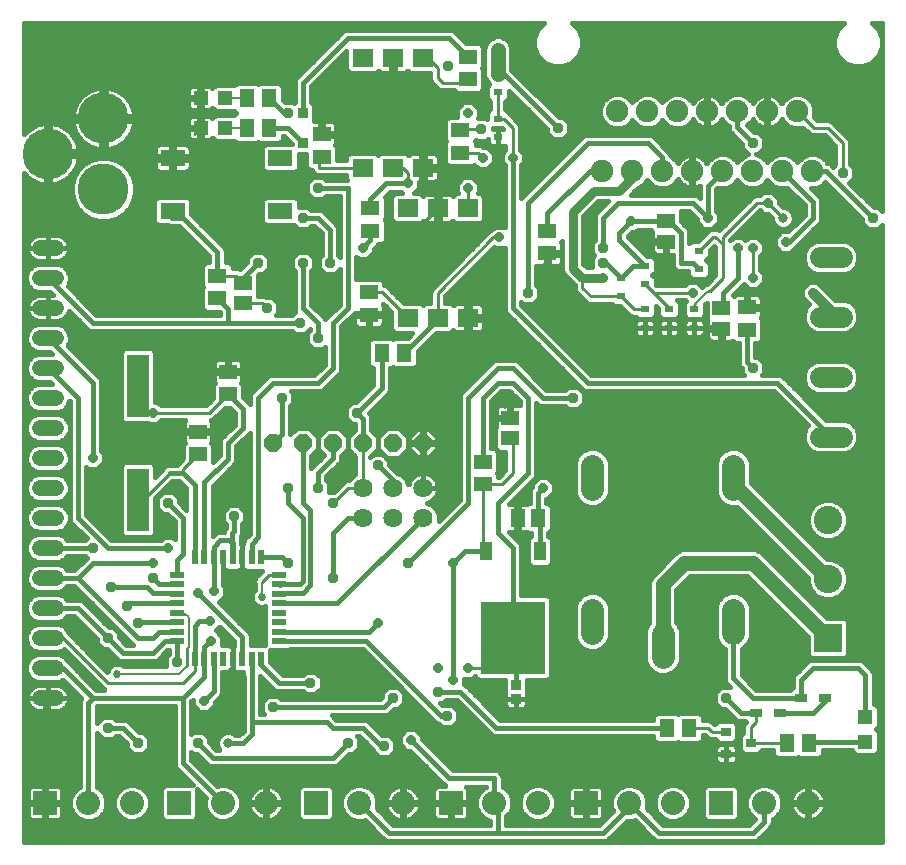
<source format=gtl>
G75*
%MOIN*%
%OFA0B0*%
%FSLAX25Y25*%
%IPPOS*%
%LPD*%
%AMOC8*
5,1,8,0,0,1.08239X$1,22.5*
%
%ADD10R,0.05906X0.05118*%
%ADD11R,0.05118X0.05906*%
%ADD12R,0.03150X0.02362*%
%ADD13R,0.03937X0.03150*%
%ADD14OC8,0.06000*%
%ADD15R,0.02200X0.05000*%
%ADD16R,0.05000X0.02200*%
%ADD17C,0.06400*%
%ADD18C,0.17000*%
%ADD19R,0.09500X0.09500*%
%ADD20C,0.09500*%
%ADD21R,0.07008X0.05984*%
%ADD22R,0.03543X0.03150*%
%ADD23R,0.05118X0.06299*%
%ADD24R,0.06299X0.05118*%
%ADD25R,0.03543X0.03346*%
%ADD26C,0.07050*%
%ADD27R,0.07600X0.21000*%
%ADD28R,0.08300X0.05500*%
%ADD29C,0.07800*%
%ADD30R,0.04724X0.04724*%
%ADD31R,0.21260X0.24409*%
%ADD32R,0.03937X0.06299*%
%ADD33R,0.08000X0.08000*%
%ADD34C,0.08000*%
%ADD35C,0.05200*%
%ADD36C,0.07480*%
%ADD37C,0.01600*%
%ADD38OC8,0.03562*%
%ADD39C,0.00800*%
%ADD40C,0.01000*%
%ADD41OC8,0.03200*%
%ADD42C,0.03200*%
%ADD43R,0.03562X0.03562*%
%ADD44C,0.05000*%
%ADD45C,0.02700*%
%ADD46C,0.03000*%
%ADD47C,0.03200*%
D10*
X0079018Y0136362D03*
X0079018Y0143842D03*
X0089018Y0156362D03*
X0089018Y0163842D03*
X0094018Y0186756D03*
X0094018Y0193449D03*
X0183018Y0148449D03*
X0183018Y0141756D03*
X0253518Y0178256D03*
X0253518Y0184949D03*
X0235018Y0207256D03*
X0235018Y0213949D03*
D11*
X0192364Y0115102D03*
X0185671Y0115102D03*
D12*
X0228018Y0178452D03*
X0228018Y0184752D03*
X0236018Y0184752D03*
X0236018Y0178452D03*
X0244518Y0178452D03*
X0244518Y0184752D03*
X0246018Y0197952D03*
X0246018Y0204252D03*
X0228018Y0199252D03*
X0228018Y0192952D03*
X0220018Y0195252D03*
X0220018Y0188952D03*
X0179018Y0241952D03*
X0179018Y0248252D03*
X0179018Y0256952D03*
X0179018Y0263252D03*
D13*
X0280081Y0055102D03*
X0272955Y0050102D03*
X0265081Y0050102D03*
X0287955Y0055102D03*
D14*
X0154018Y0140102D03*
X0144018Y0140102D03*
X0134018Y0140102D03*
X0124018Y0140102D03*
X0114018Y0140102D03*
X0104018Y0140102D03*
D15*
X0100041Y0102002D03*
X0096892Y0102002D03*
X0093742Y0102002D03*
X0090593Y0102002D03*
X0087443Y0102002D03*
X0084293Y0102002D03*
X0081144Y0102002D03*
X0077994Y0102002D03*
X0077994Y0068202D03*
X0081144Y0068202D03*
X0084293Y0068202D03*
X0087443Y0068202D03*
X0090593Y0068202D03*
X0093742Y0068202D03*
X0096892Y0068202D03*
X0100041Y0068202D03*
D16*
X0105918Y0074078D03*
X0105918Y0077228D03*
X0105918Y0080378D03*
X0105918Y0083527D03*
X0105918Y0086677D03*
X0105918Y0089826D03*
X0105918Y0092976D03*
X0105918Y0096126D03*
X0072118Y0096126D03*
X0072118Y0092976D03*
X0072118Y0089826D03*
X0072118Y0086677D03*
X0072118Y0083527D03*
X0072118Y0080378D03*
X0072118Y0077228D03*
X0072118Y0074078D03*
D17*
X0134018Y0115102D03*
X0144018Y0115102D03*
X0154018Y0115102D03*
X0154018Y0125102D03*
X0144018Y0125102D03*
X0134018Y0125102D03*
D18*
X0047518Y0224665D03*
X0029014Y0236476D03*
X0047518Y0248287D03*
D19*
X0289018Y0075102D03*
D20*
X0289018Y0094787D03*
X0289018Y0114472D03*
D21*
X0169018Y0181815D03*
X0159018Y0181815D03*
X0149018Y0181815D03*
X0149018Y0218389D03*
X0159018Y0218389D03*
X0169018Y0218389D03*
X0154018Y0231815D03*
X0144018Y0231815D03*
X0134018Y0231815D03*
X0134018Y0268389D03*
X0144018Y0268389D03*
X0154018Y0268389D03*
D22*
X0255081Y0043842D03*
X0255081Y0036362D03*
X0263349Y0040102D03*
D23*
X0275278Y0040102D03*
X0282758Y0040102D03*
X0242758Y0045102D03*
X0235278Y0045102D03*
X0147758Y0170102D03*
X0140278Y0170102D03*
X0102758Y0245102D03*
X0095278Y0245102D03*
X0095278Y0255102D03*
X0102758Y0255102D03*
D24*
X0120199Y0243055D03*
X0120199Y0235575D03*
X0136518Y0218342D03*
X0136518Y0210862D03*
X0136018Y0190342D03*
X0136018Y0182862D03*
X0085518Y0188362D03*
X0085518Y0195842D03*
X0166518Y0236862D03*
X0166518Y0244342D03*
X0169018Y0261362D03*
X0169018Y0268842D03*
X0195518Y0210842D03*
X0195518Y0203362D03*
X0262018Y0185342D03*
X0262018Y0177862D03*
X0174018Y0133842D03*
X0174018Y0126362D03*
D25*
X0185018Y0059386D03*
X0185018Y0054819D03*
D26*
X0286493Y0142260D02*
X0293543Y0142260D01*
X0293543Y0161945D02*
X0286493Y0161945D01*
X0286493Y0182260D02*
X0293543Y0182260D01*
X0293543Y0201945D02*
X0286493Y0201945D01*
D27*
X0059018Y0159102D03*
X0059018Y0121102D03*
D28*
X0070618Y0217402D03*
X0070618Y0235102D03*
X0106518Y0235102D03*
X0106518Y0217402D03*
D29*
X0210518Y0132502D02*
X0210518Y0124702D01*
X0210518Y0084502D02*
X0210518Y0076702D01*
X0234018Y0076502D02*
X0234018Y0068702D01*
X0257518Y0076702D02*
X0257518Y0084502D01*
X0257518Y0124702D02*
X0257518Y0132502D01*
D30*
X0301518Y0048736D03*
X0301518Y0040468D03*
X0088152Y0245102D03*
X0079884Y0245102D03*
X0079884Y0255102D03*
X0088152Y0255102D03*
D31*
X0184018Y0075260D03*
D32*
X0192994Y0104000D03*
X0175041Y0104000D03*
D33*
X0163318Y0020102D03*
X0208318Y0020102D03*
X0253318Y0020102D03*
X0118318Y0020102D03*
X0072818Y0020102D03*
X0028018Y0020102D03*
D34*
X0042497Y0020102D03*
X0056977Y0020102D03*
X0087297Y0020102D03*
X0101777Y0020102D03*
X0132797Y0020102D03*
X0147277Y0020102D03*
X0177797Y0020102D03*
X0192277Y0020102D03*
X0222797Y0020102D03*
X0237277Y0020102D03*
X0267797Y0020102D03*
X0282277Y0020102D03*
D35*
X0031618Y0055102D02*
X0026418Y0055102D01*
X0026418Y0065102D02*
X0031618Y0065102D01*
X0031618Y0075102D02*
X0026418Y0075102D01*
X0026418Y0085102D02*
X0031618Y0085102D01*
X0031618Y0095102D02*
X0026418Y0095102D01*
X0026418Y0105102D02*
X0031618Y0105102D01*
X0031618Y0115102D02*
X0026418Y0115102D01*
X0026418Y0125102D02*
X0031618Y0125102D01*
X0031618Y0135102D02*
X0026418Y0135102D01*
X0026418Y0145102D02*
X0031618Y0145102D01*
X0031618Y0155102D02*
X0026418Y0155102D01*
X0026418Y0165102D02*
X0031618Y0165102D01*
X0031618Y0175102D02*
X0026418Y0175102D01*
X0026418Y0185102D02*
X0031618Y0185102D01*
X0031618Y0195102D02*
X0026418Y0195102D01*
X0026418Y0205102D02*
X0031618Y0205102D01*
D36*
X0213782Y0230693D03*
X0223782Y0230693D03*
X0233782Y0230693D03*
X0243782Y0230693D03*
X0253782Y0230693D03*
X0263782Y0230693D03*
X0273782Y0230693D03*
X0283782Y0230693D03*
X0278782Y0250693D03*
X0268782Y0250693D03*
X0258782Y0250693D03*
X0248782Y0250693D03*
X0238782Y0250693D03*
X0228782Y0250693D03*
X0218782Y0250693D03*
D37*
X0021018Y0229983D02*
X0021018Y0007102D01*
X0306939Y0007102D01*
X0306939Y0212676D01*
X0305584Y0211321D01*
X0302452Y0211321D01*
X0300237Y0213536D01*
X0300237Y0214923D01*
X0288183Y0226977D01*
X0287033Y0225826D01*
X0284923Y0224952D01*
X0283482Y0224952D01*
X0286392Y0222042D01*
X0286818Y0221013D01*
X0286818Y0214545D01*
X0286392Y0213516D01*
X0285604Y0212728D01*
X0278618Y0205742D01*
X0278618Y0205611D01*
X0276509Y0203502D01*
X0273527Y0203502D01*
X0271418Y0205611D01*
X0271418Y0208593D01*
X0273527Y0210702D01*
X0275658Y0210702D01*
X0281218Y0216262D01*
X0281218Y0219297D01*
X0275375Y0225140D01*
X0274923Y0224952D01*
X0272640Y0224952D01*
X0270530Y0225826D01*
X0268915Y0227441D01*
X0268782Y0227764D01*
X0268648Y0227441D01*
X0267033Y0225826D01*
X0264923Y0224952D01*
X0262640Y0224952D01*
X0260530Y0225826D01*
X0258915Y0227441D01*
X0258782Y0227764D01*
X0258648Y0227441D01*
X0257033Y0225826D01*
X0254923Y0224952D01*
X0252640Y0224952D01*
X0252188Y0225140D01*
X0251818Y0224769D01*
X0251818Y0217393D01*
X0252618Y0216593D01*
X0252618Y0213611D01*
X0250509Y0211502D01*
X0247527Y0211502D01*
X0245418Y0213611D01*
X0245418Y0214742D01*
X0242858Y0217302D01*
X0239971Y0217302D01*
X0239971Y0214109D01*
X0242392Y0211688D01*
X0242818Y0210659D01*
X0242818Y0206636D01*
X0243615Y0207433D01*
X0245663Y0207433D01*
X0249202Y0210971D01*
X0250121Y0211352D01*
X0252015Y0211352D01*
X0252699Y0211069D01*
X0263852Y0222221D01*
X0264771Y0222602D01*
X0266427Y0222602D01*
X0267527Y0223702D01*
X0270509Y0223702D01*
X0272618Y0221593D01*
X0272618Y0220038D01*
X0273953Y0218702D01*
X0274734Y0218702D01*
X0276057Y0218154D01*
X0277070Y0217141D01*
X0277618Y0215818D01*
X0277618Y0214386D01*
X0277070Y0213063D01*
X0276057Y0212050D01*
X0274734Y0211502D01*
X0273302Y0211502D01*
X0271979Y0212050D01*
X0270966Y0213063D01*
X0270418Y0214386D01*
X0270418Y0215167D01*
X0269082Y0216502D01*
X0267527Y0216502D01*
X0266427Y0217602D01*
X0266303Y0217602D01*
X0256518Y0207817D01*
X0256518Y0207693D01*
X0257527Y0208702D01*
X0260509Y0208702D01*
X0261518Y0207693D01*
X0262527Y0208702D01*
X0265509Y0208702D01*
X0267618Y0206593D01*
X0267618Y0203611D01*
X0266518Y0202511D01*
X0266518Y0197693D01*
X0267618Y0196593D01*
X0267618Y0193611D01*
X0265509Y0191502D01*
X0262527Y0191502D01*
X0260952Y0193077D01*
X0257341Y0189466D01*
X0257614Y0189193D01*
X0257763Y0189342D01*
X0258173Y0189579D01*
X0258631Y0189701D01*
X0261538Y0189701D01*
X0261538Y0185822D01*
X0262497Y0185822D01*
X0262497Y0189701D01*
X0265404Y0189701D01*
X0265862Y0189579D01*
X0266273Y0189342D01*
X0266608Y0189006D01*
X0266845Y0188596D01*
X0266967Y0188138D01*
X0266967Y0185822D01*
X0262497Y0185822D01*
X0262497Y0184863D01*
X0266967Y0184863D01*
X0266967Y0182546D01*
X0266845Y0182088D01*
X0266656Y0181761D01*
X0267167Y0181249D01*
X0267167Y0174474D01*
X0265996Y0173303D01*
X0264818Y0173303D01*
X0264818Y0168883D01*
X0265584Y0168883D01*
X0267799Y0166668D01*
X0267799Y0163536D01*
X0267165Y0162902D01*
X0272732Y0162902D01*
X0273761Y0162476D01*
X0274549Y0161688D01*
X0288453Y0147785D01*
X0294642Y0147785D01*
X0296672Y0146943D01*
X0298227Y0145389D01*
X0299068Y0143359D01*
X0299068Y0141161D01*
X0298227Y0139130D01*
X0296672Y0137576D01*
X0294642Y0136735D01*
X0285394Y0136735D01*
X0283363Y0137576D01*
X0281809Y0139130D01*
X0280968Y0141161D01*
X0280968Y0143359D01*
X0281809Y0145389D01*
X0282369Y0145949D01*
X0271015Y0157302D01*
X0208461Y0157302D01*
X0207432Y0157728D01*
X0182432Y0182728D01*
X0181644Y0183516D01*
X0181218Y0184545D01*
X0181218Y0205211D01*
X0181009Y0205002D01*
X0178027Y0205002D01*
X0177740Y0205289D01*
X0161518Y0189067D01*
X0161518Y0186807D01*
X0163350Y0186807D01*
X0164159Y0185998D01*
X0164409Y0186247D01*
X0164819Y0186484D01*
X0165277Y0186607D01*
X0168322Y0186607D01*
X0168322Y0182511D01*
X0169714Y0182511D01*
X0169714Y0186607D01*
X0172759Y0186607D01*
X0173217Y0186484D01*
X0173627Y0186247D01*
X0173962Y0185912D01*
X0174199Y0185502D01*
X0174322Y0185044D01*
X0174322Y0182511D01*
X0169714Y0182511D01*
X0169714Y0181119D01*
X0174322Y0181119D01*
X0174322Y0178586D01*
X0174199Y0178128D01*
X0173962Y0177717D01*
X0173627Y0177382D01*
X0173217Y0177145D01*
X0172759Y0177023D01*
X0169714Y0177023D01*
X0169714Y0181119D01*
X0168322Y0181119D01*
X0168322Y0177023D01*
X0165277Y0177023D01*
X0164819Y0177145D01*
X0164409Y0177382D01*
X0164159Y0177632D01*
X0163350Y0176823D01*
X0158438Y0176823D01*
X0152317Y0170701D01*
X0152317Y0166124D01*
X0151145Y0164952D01*
X0144370Y0164952D01*
X0144018Y0165305D01*
X0143665Y0164952D01*
X0143078Y0164952D01*
X0143078Y0157805D01*
X0142651Y0156776D01*
X0135978Y0150102D01*
X0136392Y0149688D01*
X0136818Y0148659D01*
X0136818Y0144373D01*
X0139018Y0142173D01*
X0139018Y0138031D01*
X0141947Y0135102D01*
X0146089Y0135102D01*
X0149018Y0138031D01*
X0149018Y0142173D01*
X0146089Y0145102D01*
X0141947Y0145102D01*
X0139018Y0142173D01*
X0139018Y0138031D01*
X0136518Y0135531D01*
X0136518Y0135449D01*
X0137452Y0136383D01*
X0140584Y0136383D01*
X0142799Y0134168D01*
X0142799Y0132781D01*
X0145437Y0130143D01*
X0146963Y0129510D01*
X0148426Y0128048D01*
X0149150Y0126300D01*
X0149384Y0127021D01*
X0149741Y0127723D01*
X0150204Y0128359D01*
X0150761Y0128916D01*
X0151397Y0129378D01*
X0152098Y0129736D01*
X0152847Y0129979D01*
X0153624Y0130102D01*
X0153932Y0130102D01*
X0153932Y0125188D01*
X0154104Y0125188D01*
X0159018Y0125188D01*
X0159018Y0125496D01*
X0158895Y0126273D01*
X0158651Y0127021D01*
X0158294Y0127723D01*
X0157832Y0128359D01*
X0157275Y0128916D01*
X0156638Y0129378D01*
X0155937Y0129736D01*
X0155189Y0129979D01*
X0154411Y0130102D01*
X0154104Y0130102D01*
X0154104Y0125188D01*
X0154104Y0125016D01*
X0159018Y0125016D01*
X0159018Y0124709D01*
X0158895Y0123931D01*
X0158651Y0123183D01*
X0158294Y0122481D01*
X0157832Y0121845D01*
X0157275Y0121288D01*
X0156638Y0120826D01*
X0155937Y0120468D01*
X0155216Y0120234D01*
X0156963Y0119510D01*
X0158426Y0118048D01*
X0159218Y0116136D01*
X0159218Y0114262D01*
X0166218Y0121262D01*
X0166218Y0155659D01*
X0166644Y0156688D01*
X0167432Y0157476D01*
X0177432Y0167476D01*
X0178461Y0167902D01*
X0184575Y0167902D01*
X0185604Y0167476D01*
X0186392Y0166688D01*
X0195178Y0157902D01*
X0201471Y0157902D01*
X0202452Y0158883D01*
X0205584Y0158883D01*
X0207799Y0156668D01*
X0207799Y0153536D01*
X0205584Y0151321D01*
X0202452Y0151321D01*
X0201471Y0152302D01*
X0193461Y0152302D01*
X0192432Y0152728D01*
X0191818Y0153342D01*
X0191818Y0129545D01*
X0191392Y0128516D01*
X0190604Y0127728D01*
X0182677Y0119802D01*
X0182875Y0119855D01*
X0185192Y0119855D01*
X0185192Y0115582D01*
X0186151Y0115582D01*
X0186151Y0119855D01*
X0188467Y0119855D01*
X0188711Y0119789D01*
X0188977Y0120055D01*
X0189564Y0120055D01*
X0189564Y0124005D01*
X0189991Y0125035D01*
X0190418Y0125462D01*
X0190418Y0126593D01*
X0192527Y0128702D01*
X0195509Y0128702D01*
X0197618Y0126593D01*
X0197618Y0123611D01*
X0195509Y0121502D01*
X0195164Y0121502D01*
X0195164Y0120055D01*
X0195752Y0120055D01*
X0196923Y0118883D01*
X0196923Y0111321D01*
X0195794Y0110192D01*
X0195794Y0109146D01*
X0196963Y0107978D01*
X0196963Y0100022D01*
X0195791Y0098850D01*
X0190197Y0098850D01*
X0189026Y0100022D01*
X0189026Y0107978D01*
X0190194Y0109146D01*
X0190194Y0110149D01*
X0188977Y0110149D01*
X0188711Y0110415D01*
X0188467Y0110349D01*
X0186151Y0110349D01*
X0186151Y0114622D01*
X0185192Y0114622D01*
X0185192Y0110349D01*
X0182875Y0110349D01*
X0182677Y0110402D01*
X0186392Y0106688D01*
X0186818Y0105659D01*
X0186818Y0089464D01*
X0195476Y0089464D01*
X0196648Y0088293D01*
X0196648Y0062226D01*
X0195476Y0061055D01*
X0188789Y0061055D01*
X0188789Y0056884D01*
X0188589Y0056684D01*
X0188589Y0054855D01*
X0185054Y0054855D01*
X0185054Y0054782D01*
X0185054Y0051345D01*
X0187026Y0051345D01*
X0187484Y0051468D01*
X0187895Y0051705D01*
X0188230Y0052040D01*
X0188467Y0052451D01*
X0188589Y0052908D01*
X0188589Y0054782D01*
X0185054Y0054782D01*
X0184981Y0054782D01*
X0181446Y0054782D01*
X0181446Y0052908D01*
X0181569Y0052451D01*
X0181806Y0052040D01*
X0182141Y0051705D01*
X0182551Y0051468D01*
X0183009Y0051345D01*
X0184981Y0051345D01*
X0184981Y0054782D01*
X0184981Y0054855D01*
X0181446Y0054855D01*
X0181446Y0056684D01*
X0181246Y0056884D01*
X0181246Y0061055D01*
X0172559Y0061055D01*
X0171388Y0062226D01*
X0171388Y0062381D01*
X0170509Y0061502D01*
X0167618Y0061502D01*
X0167618Y0059677D01*
X0168104Y0059476D01*
X0168892Y0058688D01*
X0179678Y0047902D01*
X0230719Y0047902D01*
X0230719Y0049080D01*
X0231890Y0050252D01*
X0238665Y0050252D01*
X0239018Y0049899D01*
X0239370Y0050252D01*
X0246145Y0050252D01*
X0247317Y0049080D01*
X0247317Y0047602D01*
X0249515Y0047602D01*
X0250434Y0047221D01*
X0251137Y0046518D01*
X0251313Y0046342D01*
X0251406Y0046342D01*
X0252481Y0047417D01*
X0257681Y0047417D01*
X0258852Y0046245D01*
X0258852Y0041439D01*
X0257681Y0040267D01*
X0252481Y0040267D01*
X0251406Y0041342D01*
X0249996Y0041342D01*
X0248709Y0041875D01*
X0248709Y0041875D01*
X0248569Y0042016D01*
X0248569Y0042016D01*
X0247982Y0042602D01*
X0247317Y0042602D01*
X0247317Y0041124D01*
X0246145Y0039952D01*
X0239370Y0039952D01*
X0239018Y0040305D01*
X0238665Y0039952D01*
X0231890Y0039952D01*
X0230719Y0041124D01*
X0230719Y0042302D01*
X0177961Y0042302D01*
X0176932Y0042728D01*
X0165358Y0054302D01*
X0161565Y0054302D01*
X0160584Y0053321D01*
X0159759Y0053321D01*
X0160324Y0052756D01*
X0160452Y0052883D01*
X0163584Y0052883D01*
X0165799Y0050668D01*
X0165799Y0047536D01*
X0163584Y0045321D01*
X0160452Y0045321D01*
X0159471Y0046302D01*
X0159461Y0046302D01*
X0158432Y0046728D01*
X0133882Y0071278D01*
X0109546Y0071278D01*
X0109246Y0070978D01*
X0103141Y0070978D01*
X0103141Y0066985D01*
X0107225Y0062902D01*
X0113971Y0062902D01*
X0114952Y0063883D01*
X0118084Y0063883D01*
X0120299Y0061668D01*
X0120299Y0058536D01*
X0118084Y0056321D01*
X0114952Y0056321D01*
X0113971Y0057302D01*
X0105508Y0057302D01*
X0104479Y0057728D01*
X0099818Y0062390D01*
X0099818Y0049902D01*
X0100871Y0049902D01*
X0100237Y0050536D01*
X0100237Y0053668D01*
X0102452Y0055883D01*
X0105584Y0055883D01*
X0106565Y0054902D01*
X0139858Y0054902D01*
X0140237Y0055281D01*
X0140237Y0056668D01*
X0142452Y0058883D01*
X0145584Y0058883D01*
X0147799Y0056668D01*
X0147799Y0053536D01*
X0145584Y0051321D01*
X0144196Y0051321D01*
X0142604Y0049728D01*
X0141575Y0049302D01*
X0123778Y0049302D01*
X0125178Y0047902D01*
X0134575Y0047902D01*
X0135604Y0047476D01*
X0136392Y0046688D01*
X0140196Y0042883D01*
X0142584Y0042883D01*
X0144799Y0040668D01*
X0144799Y0037536D01*
X0142584Y0035321D01*
X0139452Y0035321D01*
X0137237Y0037536D01*
X0137237Y0037923D01*
X0132858Y0042302D01*
X0132165Y0042302D01*
X0132799Y0041668D01*
X0132799Y0038536D01*
X0130584Y0036321D01*
X0129196Y0036321D01*
X0126392Y0033516D01*
X0125604Y0032728D01*
X0124575Y0032302D01*
X0083461Y0032302D01*
X0082432Y0032728D01*
X0078839Y0036321D01*
X0077452Y0036321D01*
X0076818Y0036955D01*
X0076818Y0034541D01*
X0085505Y0025854D01*
X0086104Y0026102D01*
X0088491Y0026102D01*
X0090696Y0025189D01*
X0092384Y0023501D01*
X0093297Y0021296D01*
X0093297Y0018909D01*
X0092384Y0016703D01*
X0090696Y0015016D01*
X0088491Y0014102D01*
X0086104Y0014102D01*
X0083899Y0015016D01*
X0082211Y0016703D01*
X0081297Y0018909D01*
X0081297Y0021296D01*
X0081545Y0021894D01*
X0078818Y0024622D01*
X0078818Y0015274D01*
X0077646Y0014102D01*
X0067989Y0014102D01*
X0066818Y0015274D01*
X0066818Y0024930D01*
X0067989Y0026102D01*
X0077338Y0026102D01*
X0072432Y0031008D01*
X0072432Y0031008D01*
X0071644Y0031796D01*
X0071218Y0032825D01*
X0071218Y0052302D01*
X0045297Y0052302D01*
X0045297Y0046729D01*
X0047452Y0048883D01*
X0050584Y0048883D01*
X0051565Y0047902D01*
X0054575Y0047902D01*
X0055604Y0047476D01*
X0056392Y0046688D01*
X0059196Y0043883D01*
X0060584Y0043883D01*
X0062799Y0041668D01*
X0062799Y0038536D01*
X0060584Y0036321D01*
X0057452Y0036321D01*
X0055237Y0038536D01*
X0055237Y0039923D01*
X0052858Y0042302D01*
X0051565Y0042302D01*
X0050584Y0041321D01*
X0047452Y0041321D01*
X0045297Y0043475D01*
X0045297Y0025437D01*
X0045896Y0025189D01*
X0047584Y0023501D01*
X0048497Y0021296D01*
X0048497Y0018909D01*
X0047584Y0016703D01*
X0045896Y0015016D01*
X0043691Y0014102D01*
X0041304Y0014102D01*
X0039099Y0015016D01*
X0037411Y0016703D01*
X0036497Y0018909D01*
X0036497Y0021296D01*
X0037411Y0023501D01*
X0039099Y0025189D01*
X0039697Y0025437D01*
X0039697Y0054139D01*
X0040085Y0055075D01*
X0034036Y0061125D01*
X0032533Y0060502D01*
X0025503Y0060502D01*
X0023812Y0061202D01*
X0022518Y0062496D01*
X0021818Y0064187D01*
X0021818Y0066017D01*
X0022518Y0067708D01*
X0023812Y0069002D01*
X0025503Y0069702D01*
X0032533Y0069702D01*
X0034223Y0069002D01*
X0035517Y0067708D01*
X0035620Y0067459D01*
X0045178Y0057902D01*
X0047796Y0057902D01*
X0047602Y0057983D01*
X0034303Y0071282D01*
X0034223Y0071202D01*
X0032533Y0070502D01*
X0025503Y0070502D01*
X0023812Y0071202D01*
X0022518Y0072496D01*
X0021818Y0074187D01*
X0021818Y0076017D01*
X0022518Y0077708D01*
X0023812Y0079002D01*
X0025503Y0079702D01*
X0032533Y0079702D01*
X0034223Y0079002D01*
X0035517Y0077708D01*
X0035920Y0076735D01*
X0048793Y0063863D01*
X0048793Y0063893D01*
X0049303Y0065125D01*
X0050245Y0066067D01*
X0051476Y0066577D01*
X0052809Y0066577D01*
X0054040Y0066067D01*
X0054480Y0065627D01*
X0068237Y0065627D01*
X0068237Y0068668D01*
X0069218Y0069649D01*
X0069218Y0070978D01*
X0068854Y0070978D01*
X0065604Y0067728D01*
X0064575Y0067302D01*
X0053461Y0067302D01*
X0052432Y0067728D01*
X0051644Y0068516D01*
X0048839Y0071321D01*
X0047452Y0071321D01*
X0045237Y0073536D01*
X0045237Y0074923D01*
X0037858Y0082302D01*
X0035323Y0082302D01*
X0034223Y0081202D01*
X0032533Y0080502D01*
X0025503Y0080502D01*
X0023812Y0081202D01*
X0022518Y0082496D01*
X0021818Y0084187D01*
X0021818Y0086017D01*
X0022518Y0087708D01*
X0023812Y0089002D01*
X0025503Y0089702D01*
X0032533Y0089702D01*
X0034223Y0089002D01*
X0035323Y0087902D01*
X0039575Y0087902D01*
X0040604Y0087476D01*
X0041392Y0086688D01*
X0049196Y0078883D01*
X0050584Y0078883D01*
X0052799Y0076668D01*
X0052799Y0075281D01*
X0055178Y0072902D01*
X0057258Y0072902D01*
X0056644Y0073516D01*
X0056644Y0073516D01*
X0037858Y0092302D01*
X0035323Y0092302D01*
X0034223Y0091202D01*
X0032533Y0090502D01*
X0025503Y0090502D01*
X0023812Y0091202D01*
X0022518Y0092496D01*
X0021818Y0094187D01*
X0021818Y0096017D01*
X0022518Y0097708D01*
X0023812Y0099002D01*
X0025503Y0099702D01*
X0032533Y0099702D01*
X0034223Y0099002D01*
X0035323Y0097902D01*
X0037858Y0097902D01*
X0041864Y0101908D01*
X0041471Y0102302D01*
X0035323Y0102302D01*
X0034223Y0101202D01*
X0032533Y0100502D01*
X0025503Y0100502D01*
X0023812Y0101202D01*
X0022518Y0102496D01*
X0021818Y0104187D01*
X0021818Y0106017D01*
X0022518Y0107708D01*
X0023812Y0109002D01*
X0025503Y0109702D01*
X0032533Y0109702D01*
X0034223Y0109002D01*
X0035323Y0107902D01*
X0041471Y0107902D01*
X0041864Y0108296D01*
X0036644Y0113516D01*
X0036218Y0114545D01*
X0036218Y0153942D01*
X0036146Y0154014D01*
X0035517Y0152496D01*
X0034223Y0151202D01*
X0032533Y0150502D01*
X0025503Y0150502D01*
X0023812Y0151202D01*
X0022518Y0152496D01*
X0021818Y0154187D01*
X0021818Y0156017D01*
X0022518Y0157708D01*
X0023812Y0159002D01*
X0025503Y0159702D01*
X0030458Y0159702D01*
X0029658Y0160502D01*
X0025503Y0160502D01*
X0023812Y0161202D01*
X0022518Y0162496D01*
X0021818Y0164187D01*
X0021818Y0166017D01*
X0022518Y0167708D01*
X0023812Y0169002D01*
X0025503Y0169702D01*
X0030458Y0169702D01*
X0029658Y0170502D01*
X0025503Y0170502D01*
X0023812Y0171202D01*
X0022518Y0172496D01*
X0021818Y0174187D01*
X0021818Y0176017D01*
X0022518Y0177708D01*
X0023812Y0179002D01*
X0025503Y0179702D01*
X0032533Y0179702D01*
X0034223Y0179002D01*
X0035517Y0177708D01*
X0036218Y0176017D01*
X0036218Y0174187D01*
X0035537Y0172543D01*
X0045604Y0162476D01*
X0046392Y0161688D01*
X0046818Y0160659D01*
X0046818Y0137393D01*
X0047618Y0136593D01*
X0047618Y0133611D01*
X0045509Y0131502D01*
X0042527Y0131502D01*
X0041818Y0132211D01*
X0041818Y0116262D01*
X0050178Y0107902D01*
X0066727Y0107902D01*
X0067527Y0108702D01*
X0070509Y0108702D01*
X0071218Y0107993D01*
X0071218Y0113942D01*
X0068839Y0116321D01*
X0067452Y0116321D01*
X0065237Y0118536D01*
X0065237Y0121668D01*
X0067452Y0123883D01*
X0070584Y0123883D01*
X0072799Y0121668D01*
X0072799Y0120281D01*
X0075194Y0117885D01*
X0075194Y0124966D01*
X0072858Y0127302D01*
X0070378Y0127302D01*
X0064818Y0121742D01*
X0064818Y0109774D01*
X0063646Y0108602D01*
X0054389Y0108602D01*
X0053218Y0109774D01*
X0053218Y0132430D01*
X0054389Y0133602D01*
X0063646Y0133602D01*
X0064818Y0132430D01*
X0064818Y0128813D01*
X0066969Y0130964D01*
X0067269Y0131688D01*
X0068057Y0132476D01*
X0069086Y0132902D01*
X0072022Y0132902D01*
X0072602Y0133481D01*
X0074065Y0134945D01*
X0074065Y0139749D01*
X0074577Y0140261D01*
X0074388Y0140588D01*
X0074265Y0141046D01*
X0074265Y0143363D01*
X0078538Y0143363D01*
X0078538Y0144322D01*
X0074265Y0144322D01*
X0074265Y0146638D01*
X0074388Y0147096D01*
X0074625Y0147506D01*
X0074720Y0147602D01*
X0066609Y0147602D01*
X0065509Y0146502D01*
X0062527Y0146502D01*
X0062427Y0146602D01*
X0054389Y0146602D01*
X0053218Y0147774D01*
X0053218Y0170430D01*
X0054389Y0171602D01*
X0063646Y0171602D01*
X0064818Y0170430D01*
X0064818Y0153702D01*
X0065509Y0153702D01*
X0066609Y0152602D01*
X0081722Y0152602D01*
X0084065Y0154945D01*
X0084065Y0159749D01*
X0084577Y0160261D01*
X0084388Y0160588D01*
X0084265Y0161046D01*
X0084265Y0163363D01*
X0088538Y0163363D01*
X0088538Y0164322D01*
X0088538Y0168201D01*
X0085828Y0168201D01*
X0085370Y0168079D01*
X0084960Y0167842D01*
X0084625Y0167506D01*
X0084388Y0167096D01*
X0084265Y0166638D01*
X0084265Y0164322D01*
X0088538Y0164322D01*
X0089497Y0164322D01*
X0089497Y0168201D01*
X0092208Y0168201D01*
X0092665Y0168079D01*
X0093076Y0167842D01*
X0093411Y0167506D01*
X0093648Y0167096D01*
X0093771Y0166638D01*
X0093771Y0164322D01*
X0089497Y0164322D01*
X0089497Y0163363D01*
X0093771Y0163363D01*
X0093771Y0161046D01*
X0093648Y0160588D01*
X0093459Y0160261D01*
X0093971Y0159749D01*
X0093971Y0155369D01*
X0095604Y0153736D01*
X0096218Y0153122D01*
X0096218Y0155659D01*
X0096644Y0156688D01*
X0097432Y0157476D01*
X0102432Y0162476D01*
X0103461Y0162902D01*
X0117858Y0162902D01*
X0121218Y0166262D01*
X0121218Y0171955D01*
X0120584Y0171321D01*
X0117452Y0171321D01*
X0115237Y0173536D01*
X0115237Y0176668D01*
X0116218Y0177649D01*
X0116218Y0177955D01*
X0114584Y0176321D01*
X0111452Y0176321D01*
X0110471Y0177302D01*
X0043461Y0177302D01*
X0042432Y0177728D01*
X0035934Y0184226D01*
X0035909Y0184072D01*
X0035695Y0183413D01*
X0035381Y0182796D01*
X0034974Y0182236D01*
X0034484Y0181746D01*
X0033924Y0181339D01*
X0033307Y0181024D01*
X0032648Y0180810D01*
X0031964Y0180702D01*
X0029018Y0180702D01*
X0029018Y0185102D01*
X0029018Y0185102D01*
X0029018Y0185102D01*
X0029018Y0189502D01*
X0030658Y0189502D01*
X0029658Y0190502D01*
X0025503Y0190502D01*
X0023812Y0191202D01*
X0022518Y0192496D01*
X0021818Y0194187D01*
X0021818Y0196017D01*
X0022518Y0197708D01*
X0023812Y0199002D01*
X0025503Y0199702D01*
X0032533Y0199702D01*
X0034223Y0199002D01*
X0035517Y0197708D01*
X0036218Y0196017D01*
X0036218Y0194187D01*
X0035537Y0192543D01*
X0045178Y0182902D01*
X0086218Y0182902D01*
X0086218Y0183702D01*
X0086117Y0183803D01*
X0081540Y0183803D01*
X0080368Y0184974D01*
X0080368Y0191749D01*
X0080721Y0192102D01*
X0080368Y0192455D01*
X0080368Y0199230D01*
X0081540Y0200401D01*
X0082718Y0200401D01*
X0082718Y0202442D01*
X0072858Y0212302D01*
X0069861Y0212302D01*
X0069016Y0212652D01*
X0065639Y0212652D01*
X0064468Y0213824D01*
X0064468Y0220980D01*
X0065639Y0222152D01*
X0075596Y0222152D01*
X0076768Y0220980D01*
X0076768Y0216312D01*
X0087892Y0205188D01*
X0088318Y0204159D01*
X0088318Y0200401D01*
X0089496Y0200401D01*
X0090667Y0199230D01*
X0090667Y0198342D01*
X0092121Y0198342D01*
X0092929Y0198008D01*
X0092964Y0198008D01*
X0095237Y0200281D01*
X0095237Y0201668D01*
X0097452Y0203883D01*
X0100584Y0203883D01*
X0102799Y0201668D01*
X0102799Y0198536D01*
X0100584Y0196321D01*
X0099196Y0196321D01*
X0098971Y0196095D01*
X0098971Y0189256D01*
X0100862Y0189256D01*
X0101761Y0188883D01*
X0103584Y0188883D01*
X0105799Y0186668D01*
X0105799Y0183536D01*
X0105165Y0182902D01*
X0110471Y0182902D01*
X0111452Y0183883D01*
X0111492Y0183883D01*
X0111218Y0184545D01*
X0111218Y0197555D01*
X0110237Y0198536D01*
X0110237Y0201668D01*
X0112452Y0203883D01*
X0115584Y0203883D01*
X0117799Y0201668D01*
X0117799Y0198536D01*
X0116818Y0197555D01*
X0116818Y0186262D01*
X0120604Y0182476D01*
X0121392Y0181688D01*
X0121518Y0181383D01*
X0121644Y0181688D01*
X0122432Y0182476D01*
X0126218Y0186262D01*
X0126218Y0197955D01*
X0124584Y0196321D01*
X0121452Y0196321D01*
X0119237Y0198536D01*
X0119237Y0201668D01*
X0120218Y0202649D01*
X0120218Y0209942D01*
X0117858Y0212302D01*
X0116565Y0212302D01*
X0115584Y0211321D01*
X0112452Y0211321D01*
X0111121Y0212652D01*
X0101539Y0212652D01*
X0100368Y0213824D01*
X0100368Y0220980D01*
X0101539Y0222152D01*
X0111496Y0222152D01*
X0112668Y0220980D01*
X0112668Y0218883D01*
X0115584Y0218883D01*
X0116565Y0217902D01*
X0119575Y0217902D01*
X0120604Y0217476D01*
X0121392Y0216688D01*
X0121392Y0216688D01*
X0124604Y0213476D01*
X0124604Y0213476D01*
X0125392Y0212688D01*
X0125818Y0211659D01*
X0125818Y0202649D01*
X0126218Y0202249D01*
X0126218Y0222302D01*
X0121565Y0222302D01*
X0120584Y0221321D01*
X0117452Y0221321D01*
X0115237Y0223536D01*
X0115237Y0226668D01*
X0117452Y0228883D01*
X0120584Y0228883D01*
X0121565Y0227902D01*
X0128606Y0227902D01*
X0128514Y0227994D01*
X0128514Y0229315D01*
X0118973Y0229315D01*
X0118054Y0229695D01*
X0117351Y0230399D01*
X0117096Y0231015D01*
X0116221Y0231015D01*
X0115049Y0232187D01*
X0115049Y0236321D01*
X0112668Y0236321D01*
X0112668Y0231524D01*
X0111496Y0230352D01*
X0101539Y0230352D01*
X0100368Y0231524D01*
X0100368Y0238680D01*
X0101539Y0239852D01*
X0110237Y0239852D01*
X0110237Y0239923D01*
X0107858Y0242302D01*
X0107317Y0242302D01*
X0107317Y0241124D01*
X0106145Y0239952D01*
X0099370Y0239952D01*
X0099018Y0240305D01*
X0098665Y0239952D01*
X0091890Y0239952D01*
X0091103Y0240740D01*
X0084961Y0240740D01*
X0083826Y0241875D01*
X0083687Y0241635D01*
X0083351Y0241299D01*
X0082941Y0241063D01*
X0082483Y0240940D01*
X0080265Y0240940D01*
X0080265Y0244721D01*
X0079503Y0244721D01*
X0079503Y0240940D01*
X0077285Y0240940D01*
X0076827Y0241063D01*
X0076417Y0241299D01*
X0076081Y0241635D01*
X0075844Y0242045D01*
X0075722Y0242503D01*
X0075722Y0244721D01*
X0079503Y0244721D01*
X0079503Y0245483D01*
X0075722Y0245483D01*
X0075722Y0247701D01*
X0075844Y0248159D01*
X0076081Y0248569D01*
X0076417Y0248905D01*
X0076827Y0249142D01*
X0077285Y0249264D01*
X0079503Y0249264D01*
X0079503Y0245483D01*
X0080265Y0245483D01*
X0080265Y0249264D01*
X0082483Y0249264D01*
X0082941Y0249142D01*
X0083351Y0248905D01*
X0083687Y0248569D01*
X0083826Y0248329D01*
X0084961Y0249464D01*
X0091103Y0249464D01*
X0091741Y0250102D01*
X0091103Y0250740D01*
X0084961Y0250740D01*
X0083826Y0251875D01*
X0083687Y0251635D01*
X0083351Y0251299D01*
X0082941Y0251063D01*
X0082483Y0250940D01*
X0080265Y0250940D01*
X0080265Y0254721D01*
X0079503Y0254721D01*
X0079503Y0250940D01*
X0077285Y0250940D01*
X0076827Y0251063D01*
X0076417Y0251299D01*
X0076081Y0251635D01*
X0075844Y0252045D01*
X0075722Y0252503D01*
X0075722Y0254721D01*
X0079503Y0254721D01*
X0079503Y0255483D01*
X0075722Y0255483D01*
X0075722Y0257701D01*
X0075844Y0258159D01*
X0076081Y0258569D01*
X0076417Y0258905D01*
X0076827Y0259142D01*
X0077285Y0259264D01*
X0079503Y0259264D01*
X0079503Y0255483D01*
X0080265Y0255483D01*
X0080265Y0259264D01*
X0082483Y0259264D01*
X0082941Y0259142D01*
X0083351Y0258905D01*
X0083687Y0258569D01*
X0083826Y0258329D01*
X0084961Y0259464D01*
X0091103Y0259464D01*
X0091890Y0260252D01*
X0098665Y0260252D01*
X0099018Y0259899D01*
X0099370Y0260252D01*
X0106145Y0260252D01*
X0107317Y0259080D01*
X0107317Y0254503D01*
X0107937Y0253883D01*
X0110584Y0253883D01*
X0110996Y0253471D01*
X0111218Y0253693D01*
X0111218Y0260659D01*
X0111644Y0261688D01*
X0112432Y0262476D01*
X0127432Y0277476D01*
X0128461Y0277902D01*
X0163315Y0277902D01*
X0164344Y0277476D01*
X0165132Y0276688D01*
X0168419Y0273401D01*
X0172996Y0273401D01*
X0174167Y0272230D01*
X0174167Y0265455D01*
X0173815Y0265102D01*
X0174167Y0264749D01*
X0174167Y0257974D01*
X0172996Y0256803D01*
X0165040Y0256803D01*
X0164241Y0257602D01*
X0160102Y0257602D01*
X0159183Y0257983D01*
X0158480Y0258686D01*
X0156898Y0260267D01*
X0156518Y0261186D01*
X0156518Y0263397D01*
X0149685Y0263397D01*
X0148876Y0264206D01*
X0148627Y0263957D01*
X0148217Y0263720D01*
X0147759Y0263597D01*
X0144714Y0263597D01*
X0144714Y0267693D01*
X0143322Y0267693D01*
X0143322Y0263597D01*
X0140277Y0263597D01*
X0139819Y0263720D01*
X0139409Y0263957D01*
X0139159Y0264206D01*
X0138350Y0263397D01*
X0129685Y0263397D01*
X0128514Y0264569D01*
X0128514Y0270638D01*
X0116818Y0258942D01*
X0116818Y0253693D01*
X0117799Y0252712D01*
X0117799Y0247493D01*
X0117720Y0247414D01*
X0119719Y0247414D01*
X0119719Y0243534D01*
X0120678Y0243534D01*
X0120678Y0247414D01*
X0123585Y0247414D01*
X0124043Y0247291D01*
X0124454Y0247054D01*
X0124789Y0246719D01*
X0125026Y0246309D01*
X0125148Y0245851D01*
X0125148Y0243534D01*
X0120679Y0243534D01*
X0120679Y0242575D01*
X0125148Y0242575D01*
X0125148Y0240259D01*
X0125026Y0239801D01*
X0124837Y0239474D01*
X0125348Y0238962D01*
X0125348Y0234315D01*
X0128514Y0234315D01*
X0128514Y0235635D01*
X0129685Y0236807D01*
X0138350Y0236807D01*
X0139018Y0236139D01*
X0139685Y0236807D01*
X0148350Y0236807D01*
X0149159Y0235998D01*
X0149409Y0236247D01*
X0149819Y0236484D01*
X0150277Y0236607D01*
X0153322Y0236607D01*
X0153322Y0232511D01*
X0154714Y0232511D01*
X0154714Y0236607D01*
X0157759Y0236607D01*
X0158217Y0236484D01*
X0158627Y0236247D01*
X0158962Y0235912D01*
X0159199Y0235502D01*
X0159322Y0235044D01*
X0159322Y0232511D01*
X0154714Y0232511D01*
X0154714Y0231119D01*
X0159322Y0231119D01*
X0159322Y0228586D01*
X0159199Y0228128D01*
X0158962Y0227717D01*
X0158627Y0227382D01*
X0158217Y0227145D01*
X0157759Y0227023D01*
X0154714Y0227023D01*
X0154714Y0231119D01*
X0153322Y0231119D01*
X0153322Y0227023D01*
X0152618Y0227023D01*
X0152618Y0225111D01*
X0150888Y0223382D01*
X0153350Y0223382D01*
X0154159Y0222573D01*
X0154409Y0222822D01*
X0154819Y0223059D01*
X0155277Y0223182D01*
X0158322Y0223182D01*
X0158322Y0219086D01*
X0159714Y0219086D01*
X0159714Y0223182D01*
X0162759Y0223182D01*
X0163217Y0223059D01*
X0163627Y0222822D01*
X0163876Y0222573D01*
X0164685Y0223382D01*
X0165647Y0223382D01*
X0165418Y0223611D01*
X0165418Y0226593D01*
X0167527Y0228702D01*
X0170509Y0228702D01*
X0172618Y0226593D01*
X0172618Y0223611D01*
X0172388Y0223382D01*
X0173350Y0223382D01*
X0174522Y0222210D01*
X0174522Y0214569D01*
X0173350Y0213397D01*
X0164685Y0213397D01*
X0163876Y0214206D01*
X0163627Y0213957D01*
X0163217Y0213720D01*
X0162759Y0213597D01*
X0159714Y0213597D01*
X0159714Y0217693D01*
X0158322Y0217693D01*
X0158322Y0213597D01*
X0155277Y0213597D01*
X0154819Y0213720D01*
X0154409Y0213957D01*
X0154159Y0214206D01*
X0153350Y0213397D01*
X0144685Y0213397D01*
X0143514Y0214569D01*
X0143514Y0222210D01*
X0144685Y0223382D01*
X0147147Y0223382D01*
X0146727Y0223802D01*
X0142937Y0223802D01*
X0141266Y0222131D01*
X0141667Y0221730D01*
X0141667Y0214955D01*
X0141315Y0214602D01*
X0141667Y0214249D01*
X0141667Y0207474D01*
X0140496Y0206303D01*
X0139010Y0206303D01*
X0138892Y0206016D01*
X0137618Y0204742D01*
X0137618Y0203611D01*
X0135509Y0201502D01*
X0132527Y0201502D01*
X0131818Y0202211D01*
X0131818Y0194679D01*
X0132040Y0194901D01*
X0139996Y0194901D01*
X0141167Y0193730D01*
X0141167Y0192768D01*
X0141906Y0192462D01*
X0147561Y0186807D01*
X0153350Y0186807D01*
X0154018Y0186139D01*
X0154685Y0186807D01*
X0156518Y0186807D01*
X0156518Y0190599D01*
X0156898Y0191518D01*
X0176102Y0210721D01*
X0176860Y0211036D01*
X0178027Y0212202D01*
X0181009Y0212202D01*
X0181218Y0211993D01*
X0181218Y0232811D01*
X0180418Y0233611D01*
X0180418Y0236593D01*
X0181518Y0237693D01*
X0181518Y0239227D01*
X0181287Y0239094D01*
X0180830Y0238971D01*
X0179018Y0238971D01*
X0179018Y0241952D01*
X0179018Y0241952D01*
X0179018Y0238971D01*
X0177206Y0238971D01*
X0176748Y0239094D01*
X0176338Y0239331D01*
X0176003Y0239666D01*
X0175766Y0240077D01*
X0175643Y0240534D01*
X0175643Y0241380D01*
X0175084Y0240821D01*
X0171952Y0240821D01*
X0171667Y0241105D01*
X0171667Y0240955D01*
X0171315Y0240602D01*
X0171667Y0240249D01*
X0171667Y0239362D01*
X0172755Y0239362D01*
X0173674Y0238981D01*
X0173953Y0238702D01*
X0175509Y0238702D01*
X0177618Y0236593D01*
X0177618Y0233611D01*
X0175509Y0231502D01*
X0172527Y0231502D01*
X0171111Y0232918D01*
X0170496Y0232303D01*
X0162540Y0232303D01*
X0161368Y0233474D01*
X0161368Y0240249D01*
X0161721Y0240602D01*
X0161368Y0240955D01*
X0161368Y0247730D01*
X0162540Y0248901D01*
X0165418Y0248901D01*
X0165418Y0251593D01*
X0167527Y0253702D01*
X0170509Y0253702D01*
X0172618Y0251593D01*
X0172618Y0248611D01*
X0172390Y0248383D01*
X0175084Y0248383D01*
X0175443Y0248024D01*
X0175443Y0250261D01*
X0176518Y0251336D01*
X0176518Y0253868D01*
X0175443Y0254943D01*
X0175443Y0258962D01*
X0176193Y0259712D01*
X0175203Y0260703D01*
X0174518Y0262357D01*
X0174518Y0271997D01*
X0175203Y0273651D01*
X0176469Y0274917D01*
X0178123Y0275602D01*
X0179913Y0275602D01*
X0181567Y0274917D01*
X0182833Y0273651D01*
X0183518Y0271997D01*
X0183518Y0264562D01*
X0199196Y0248883D01*
X0200584Y0248883D01*
X0202799Y0246668D01*
X0202799Y0243536D01*
X0200584Y0241321D01*
X0197452Y0241321D01*
X0195237Y0243536D01*
X0195237Y0244923D01*
X0182593Y0257567D01*
X0182593Y0254943D01*
X0181518Y0253868D01*
X0181518Y0251336D01*
X0182593Y0250261D01*
X0182593Y0250063D01*
X0182988Y0249668D01*
X0186137Y0246518D01*
X0186518Y0245599D01*
X0186518Y0237693D01*
X0187618Y0236593D01*
X0187618Y0233611D01*
X0186818Y0232811D01*
X0186818Y0221862D01*
X0187432Y0222476D01*
X0207432Y0242476D01*
X0208461Y0242902D01*
X0229575Y0242902D01*
X0230604Y0242476D01*
X0231392Y0241688D01*
X0236155Y0236924D01*
X0236582Y0235895D01*
X0236582Y0235746D01*
X0237033Y0235559D01*
X0238648Y0233944D01*
X0238905Y0233324D01*
X0239043Y0233596D01*
X0239556Y0234302D01*
X0240172Y0234918D01*
X0240878Y0235431D01*
X0241655Y0235827D01*
X0242484Y0236096D01*
X0243346Y0236233D01*
X0243499Y0236233D01*
X0243499Y0230975D01*
X0244064Y0230975D01*
X0244064Y0236233D01*
X0244218Y0236233D01*
X0245079Y0236096D01*
X0245908Y0235827D01*
X0246685Y0235431D01*
X0247391Y0234918D01*
X0248007Y0234302D01*
X0248520Y0233596D01*
X0248659Y0233324D01*
X0248915Y0233944D01*
X0250530Y0235559D01*
X0252640Y0236433D01*
X0254923Y0236433D01*
X0257033Y0235559D01*
X0258648Y0233944D01*
X0258782Y0233621D01*
X0258915Y0233944D01*
X0260530Y0235559D01*
X0262428Y0236345D01*
X0260237Y0238536D01*
X0260237Y0239923D01*
X0256408Y0243752D01*
X0255982Y0244781D01*
X0255982Y0245639D01*
X0255530Y0245826D01*
X0253915Y0247441D01*
X0253659Y0248061D01*
X0253520Y0247789D01*
X0253007Y0247083D01*
X0252391Y0246467D01*
X0251685Y0245954D01*
X0250908Y0245558D01*
X0250079Y0245289D01*
X0249218Y0245152D01*
X0249064Y0245152D01*
X0249064Y0250410D01*
X0248499Y0250410D01*
X0248499Y0245152D01*
X0248346Y0245152D01*
X0247484Y0245289D01*
X0246655Y0245558D01*
X0245878Y0245954D01*
X0245172Y0246467D01*
X0244556Y0247083D01*
X0244043Y0247789D01*
X0243905Y0248061D01*
X0243648Y0247441D01*
X0242033Y0245826D01*
X0239923Y0244952D01*
X0237640Y0244952D01*
X0235530Y0245826D01*
X0233915Y0247441D01*
X0233782Y0247764D01*
X0233648Y0247441D01*
X0232033Y0245826D01*
X0229923Y0244952D01*
X0227640Y0244952D01*
X0225530Y0245826D01*
X0223915Y0247441D01*
X0223782Y0247764D01*
X0223648Y0247441D01*
X0222033Y0245826D01*
X0219923Y0244952D01*
X0217640Y0244952D01*
X0215530Y0245826D01*
X0213915Y0247441D01*
X0213041Y0249551D01*
X0213041Y0251834D01*
X0213915Y0253944D01*
X0215530Y0255559D01*
X0217640Y0256433D01*
X0219923Y0256433D01*
X0222033Y0255559D01*
X0223648Y0253944D01*
X0223782Y0253621D01*
X0223915Y0253944D01*
X0225530Y0255559D01*
X0227640Y0256433D01*
X0229923Y0256433D01*
X0232033Y0255559D01*
X0233648Y0253944D01*
X0233782Y0253621D01*
X0233915Y0253944D01*
X0235530Y0255559D01*
X0237640Y0256433D01*
X0239923Y0256433D01*
X0242033Y0255559D01*
X0243648Y0253944D01*
X0243905Y0253324D01*
X0244043Y0253596D01*
X0244556Y0254302D01*
X0245172Y0254918D01*
X0245878Y0255431D01*
X0246655Y0255827D01*
X0247484Y0256096D01*
X0248346Y0256233D01*
X0248499Y0256233D01*
X0248499Y0250975D01*
X0249064Y0250975D01*
X0249064Y0256233D01*
X0249218Y0256233D01*
X0250079Y0256096D01*
X0250908Y0255827D01*
X0251685Y0255431D01*
X0252391Y0254918D01*
X0253007Y0254302D01*
X0253520Y0253596D01*
X0253659Y0253324D01*
X0253915Y0253944D01*
X0255530Y0255559D01*
X0257640Y0256433D01*
X0259923Y0256433D01*
X0262033Y0255559D01*
X0263648Y0253944D01*
X0263905Y0253324D01*
X0264043Y0253596D01*
X0264556Y0254302D01*
X0265172Y0254918D01*
X0265878Y0255431D01*
X0266655Y0255827D01*
X0267484Y0256096D01*
X0268346Y0256233D01*
X0268499Y0256233D01*
X0268499Y0250975D01*
X0269064Y0250975D01*
X0269064Y0256233D01*
X0269218Y0256233D01*
X0270079Y0256096D01*
X0270908Y0255827D01*
X0271685Y0255431D01*
X0272391Y0254918D01*
X0273007Y0254302D01*
X0273520Y0253596D01*
X0273659Y0253324D01*
X0273915Y0253944D01*
X0275530Y0255559D01*
X0277640Y0256433D01*
X0279923Y0256433D01*
X0282033Y0255559D01*
X0283648Y0253944D01*
X0284522Y0251834D01*
X0284522Y0249551D01*
X0284210Y0248799D01*
X0285408Y0247602D01*
X0289515Y0247602D01*
X0290434Y0247221D01*
X0291137Y0246518D01*
X0296137Y0241518D01*
X0296518Y0240599D01*
X0296518Y0232949D01*
X0297799Y0231668D01*
X0297799Y0228536D01*
X0296171Y0226908D01*
X0304196Y0218883D01*
X0305584Y0218883D01*
X0306939Y0217528D01*
X0306939Y0280102D01*
X0303690Y0280102D01*
X0305715Y0278077D01*
X0306918Y0275173D01*
X0306918Y0272031D01*
X0305715Y0269127D01*
X0303493Y0266905D01*
X0300589Y0265702D01*
X0297446Y0265702D01*
X0294543Y0266905D01*
X0292321Y0269127D01*
X0291118Y0272031D01*
X0291118Y0275173D01*
X0292321Y0278077D01*
X0294346Y0280102D01*
X0203690Y0280102D01*
X0205715Y0278077D01*
X0206918Y0275173D01*
X0206918Y0272031D01*
X0205715Y0269127D01*
X0203493Y0266905D01*
X0200589Y0265702D01*
X0197446Y0265702D01*
X0194543Y0266905D01*
X0192321Y0269127D01*
X0191118Y0272031D01*
X0191118Y0275173D01*
X0192321Y0278077D01*
X0194346Y0280102D01*
X0021018Y0280102D01*
X0021018Y0242969D01*
X0021322Y0243350D01*
X0022140Y0244168D01*
X0023044Y0244890D01*
X0024024Y0245505D01*
X0025066Y0246007D01*
X0026158Y0246389D01*
X0027286Y0246647D01*
X0028214Y0246751D01*
X0028214Y0237276D01*
X0029814Y0237276D01*
X0039289Y0237276D01*
X0039184Y0238204D01*
X0038927Y0239332D01*
X0038545Y0240424D01*
X0038043Y0241466D01*
X0037427Y0242446D01*
X0036706Y0243350D01*
X0035888Y0244168D01*
X0034984Y0244890D01*
X0034004Y0245505D01*
X0032962Y0246007D01*
X0031870Y0246389D01*
X0030742Y0246647D01*
X0029814Y0246751D01*
X0029814Y0237276D01*
X0029814Y0235676D01*
X0039289Y0235676D01*
X0039184Y0234748D01*
X0038927Y0233620D01*
X0038545Y0232528D01*
X0038043Y0231486D01*
X0037427Y0230506D01*
X0036706Y0229602D01*
X0035888Y0228784D01*
X0034984Y0228063D01*
X0034004Y0227447D01*
X0032962Y0226945D01*
X0031870Y0226563D01*
X0030742Y0226306D01*
X0029814Y0226201D01*
X0029814Y0235676D01*
X0028214Y0235676D01*
X0028214Y0226201D01*
X0027286Y0226306D01*
X0026158Y0226563D01*
X0025066Y0226945D01*
X0024024Y0227447D01*
X0023044Y0228063D01*
X0022140Y0228784D01*
X0021322Y0229602D01*
X0021018Y0229983D01*
X0021018Y0228894D02*
X0022030Y0228894D01*
X0021018Y0227295D02*
X0024339Y0227295D01*
X0021018Y0225697D02*
X0037018Y0225697D01*
X0037018Y0226047D02*
X0037018Y0223283D01*
X0037733Y0220612D01*
X0039116Y0218218D01*
X0041071Y0216263D01*
X0043465Y0214881D01*
X0046135Y0214165D01*
X0048900Y0214165D01*
X0051571Y0214881D01*
X0053965Y0216263D01*
X0055920Y0218218D01*
X0057302Y0220612D01*
X0058018Y0223283D01*
X0058018Y0226047D01*
X0057302Y0228718D01*
X0055920Y0231112D01*
X0053965Y0233067D01*
X0051571Y0234449D01*
X0048900Y0235165D01*
X0046135Y0235165D01*
X0043465Y0234449D01*
X0041071Y0233067D01*
X0039116Y0231112D01*
X0037733Y0228718D01*
X0037018Y0226047D01*
X0037352Y0227295D02*
X0033689Y0227295D01*
X0035998Y0228894D02*
X0037835Y0228894D01*
X0037416Y0230492D02*
X0038758Y0230492D01*
X0038334Y0232091D02*
X0040094Y0232091D01*
X0038943Y0233689D02*
X0042148Y0233689D01*
X0039245Y0235288D02*
X0070043Y0235288D01*
X0070043Y0235677D02*
X0070043Y0234527D01*
X0071193Y0234527D01*
X0071193Y0235677D01*
X0076568Y0235677D01*
X0076568Y0238089D01*
X0076445Y0238547D01*
X0076208Y0238957D01*
X0075873Y0239292D01*
X0075463Y0239529D01*
X0075005Y0239652D01*
X0071193Y0239652D01*
X0071193Y0235677D01*
X0070043Y0235677D01*
X0070043Y0239652D01*
X0066231Y0239652D01*
X0065773Y0239529D01*
X0065363Y0239292D01*
X0065027Y0238957D01*
X0064790Y0238547D01*
X0064668Y0238089D01*
X0064668Y0235677D01*
X0070043Y0235677D01*
X0070043Y0234527D02*
X0064668Y0234527D01*
X0064668Y0232115D01*
X0064790Y0231657D01*
X0065027Y0231247D01*
X0065363Y0230912D01*
X0065773Y0230675D01*
X0066231Y0230552D01*
X0070043Y0230552D01*
X0070043Y0234527D01*
X0070043Y0233689D02*
X0071193Y0233689D01*
X0071193Y0234527D02*
X0071193Y0230552D01*
X0075005Y0230552D01*
X0075463Y0230675D01*
X0075873Y0230912D01*
X0076208Y0231247D01*
X0076445Y0231657D01*
X0076568Y0232115D01*
X0076568Y0234527D01*
X0071193Y0234527D01*
X0071193Y0235288D02*
X0100368Y0235288D01*
X0100368Y0236886D02*
X0076568Y0236886D01*
X0076462Y0238485D02*
X0100368Y0238485D01*
X0099240Y0240083D02*
X0098796Y0240083D01*
X0102758Y0245102D02*
X0109018Y0245102D01*
X0114018Y0240102D01*
X0110077Y0240083D02*
X0106276Y0240083D01*
X0107317Y0241682D02*
X0108478Y0241682D01*
X0112668Y0235288D02*
X0115049Y0235288D01*
X0115049Y0233689D02*
X0112668Y0233689D01*
X0112668Y0232091D02*
X0115146Y0232091D01*
X0117312Y0230492D02*
X0111636Y0230492D01*
X0115864Y0227295D02*
X0057683Y0227295D01*
X0058018Y0225697D02*
X0115237Y0225697D01*
X0115237Y0224098D02*
X0058018Y0224098D01*
X0057808Y0222500D02*
X0116273Y0222500D01*
X0119018Y0225102D02*
X0129018Y0225102D01*
X0129018Y0185102D01*
X0124018Y0180102D01*
X0124018Y0165102D01*
X0119018Y0160102D01*
X0104018Y0160102D01*
X0099018Y0155102D01*
X0099018Y0108602D01*
X0096892Y0106476D01*
X0096892Y0102002D01*
X0100041Y0102002D02*
X0107118Y0102002D01*
X0109018Y0100102D01*
X0114018Y0094102D02*
X0114018Y0115102D01*
X0109018Y0120102D01*
X0109018Y0125102D01*
X0114018Y0120102D02*
X0116518Y0117602D01*
X0116518Y0092602D01*
X0114018Y0090102D01*
X0106193Y0090102D01*
X0105918Y0089826D01*
X0106292Y0092602D02*
X0105918Y0092976D01*
X0112892Y0092976D01*
X0114018Y0094102D01*
X0124018Y0095102D02*
X0124018Y0110102D01*
X0129018Y0115102D01*
X0134018Y0115102D01*
X0125371Y0124990D02*
X0122799Y0124990D01*
X0122799Y0123883D02*
X0122799Y0126668D01*
X0121818Y0127649D01*
X0121818Y0128942D01*
X0126392Y0133516D01*
X0126818Y0134545D01*
X0126818Y0135831D01*
X0129018Y0138031D01*
X0131518Y0135531D01*
X0131518Y0129695D01*
X0131072Y0129510D01*
X0129609Y0128048D01*
X0129425Y0127602D01*
X0128521Y0127602D01*
X0127602Y0127221D01*
X0126898Y0126518D01*
X0124263Y0123883D01*
X0122799Y0123883D01*
X0122799Y0126589D02*
X0126969Y0126589D01*
X0129749Y0128187D02*
X0121818Y0128187D01*
X0122661Y0129786D02*
X0131518Y0129786D01*
X0131518Y0131384D02*
X0124260Y0131384D01*
X0125859Y0132983D02*
X0131518Y0132983D01*
X0131518Y0134581D02*
X0126818Y0134581D01*
X0127167Y0136180D02*
X0130869Y0136180D01*
X0129270Y0137779D02*
X0128765Y0137779D01*
X0129018Y0138031D02*
X0129018Y0142173D01*
X0129018Y0138031D01*
X0129018Y0139377D02*
X0129018Y0139377D01*
X0129018Y0140976D02*
X0129018Y0140976D01*
X0129018Y0142173D02*
X0126089Y0145102D01*
X0121947Y0145102D01*
X0119018Y0142173D01*
X0119018Y0138031D01*
X0121002Y0136046D01*
X0117432Y0132476D01*
X0116818Y0131862D01*
X0116818Y0135831D01*
X0119018Y0138031D01*
X0119018Y0142173D01*
X0116089Y0145102D01*
X0111947Y0145102D01*
X0109818Y0142973D01*
X0109818Y0152555D01*
X0110799Y0153536D01*
X0110799Y0156668D01*
X0110165Y0157302D01*
X0119575Y0157302D01*
X0120604Y0157728D01*
X0121392Y0158516D01*
X0126392Y0163516D01*
X0126818Y0164545D01*
X0126818Y0178942D01*
X0131217Y0183341D01*
X0135538Y0183341D01*
X0135538Y0182382D01*
X0136497Y0182382D01*
X0136497Y0178503D01*
X0139404Y0178503D01*
X0139862Y0178626D01*
X0140273Y0178862D01*
X0140608Y0179198D01*
X0140845Y0179608D01*
X0140967Y0180066D01*
X0140967Y0182382D01*
X0136497Y0182382D01*
X0136497Y0183341D01*
X0140967Y0183341D01*
X0140967Y0185658D01*
X0140845Y0186116D01*
X0140656Y0186443D01*
X0140755Y0186542D01*
X0143514Y0183783D01*
X0143514Y0177994D01*
X0144685Y0176823D01*
X0150519Y0176823D01*
X0148948Y0175252D01*
X0144370Y0175252D01*
X0144018Y0174899D01*
X0143665Y0175252D01*
X0136890Y0175252D01*
X0135719Y0174080D01*
X0135719Y0166124D01*
X0136890Y0164952D01*
X0137478Y0164952D01*
X0137478Y0159522D01*
X0131839Y0153883D01*
X0130452Y0153883D01*
X0128237Y0151668D01*
X0128237Y0148536D01*
X0130452Y0146321D01*
X0131218Y0146321D01*
X0131218Y0144373D01*
X0129018Y0142173D01*
X0128617Y0142574D02*
X0129419Y0142574D01*
X0131017Y0144173D02*
X0127018Y0144173D01*
X0129403Y0147370D02*
X0109818Y0147370D01*
X0109818Y0148968D02*
X0128237Y0148968D01*
X0128237Y0150567D02*
X0109818Y0150567D01*
X0109818Y0152165D02*
X0128734Y0152165D01*
X0130332Y0153764D02*
X0110799Y0153764D01*
X0110799Y0155362D02*
X0133318Y0155362D01*
X0134917Y0156961D02*
X0110506Y0156961D01*
X0107018Y0155102D02*
X0107018Y0143102D01*
X0104018Y0140102D01*
X0109818Y0144173D02*
X0111017Y0144173D01*
X0109818Y0145771D02*
X0131218Y0145771D01*
X0134018Y0148102D02*
X0132018Y0150102D01*
X0140278Y0158362D01*
X0140278Y0170102D01*
X0135719Y0169749D02*
X0126818Y0169749D01*
X0126818Y0171347D02*
X0135719Y0171347D01*
X0135719Y0172946D02*
X0126818Y0172946D01*
X0126818Y0174544D02*
X0136183Y0174544D01*
X0135538Y0178503D02*
X0132631Y0178503D01*
X0132173Y0178626D01*
X0131763Y0178862D01*
X0131428Y0179198D01*
X0131191Y0179608D01*
X0131068Y0180066D01*
X0131068Y0182382D01*
X0135538Y0182382D01*
X0135538Y0178503D01*
X0135538Y0179340D02*
X0136497Y0179340D01*
X0136497Y0180938D02*
X0135538Y0180938D01*
X0135538Y0182537D02*
X0130412Y0182537D01*
X0131068Y0180938D02*
X0128814Y0180938D01*
X0127215Y0179340D02*
X0131346Y0179340D01*
X0126818Y0177741D02*
X0143767Y0177741D01*
X0143514Y0179340D02*
X0140690Y0179340D01*
X0140967Y0180938D02*
X0143514Y0180938D01*
X0143514Y0182537D02*
X0136497Y0182537D01*
X0140967Y0184135D02*
X0143162Y0184135D01*
X0141563Y0185734D02*
X0140947Y0185734D01*
X0145437Y0188931D02*
X0156518Y0188931D01*
X0156518Y0190529D02*
X0143839Y0190529D01*
X0142240Y0192128D02*
X0157508Y0192128D01*
X0159107Y0193726D02*
X0141167Y0193726D01*
X0135726Y0201719D02*
X0167099Y0201719D01*
X0165501Y0200120D02*
X0131818Y0200120D01*
X0131818Y0198522D02*
X0163902Y0198522D01*
X0162304Y0196923D02*
X0131818Y0196923D01*
X0131818Y0195325D02*
X0160705Y0195325D01*
X0164579Y0192128D02*
X0181218Y0192128D01*
X0181218Y0193726D02*
X0166178Y0193726D01*
X0167776Y0195325D02*
X0181218Y0195325D01*
X0181218Y0196923D02*
X0169375Y0196923D01*
X0170973Y0198522D02*
X0181218Y0198522D01*
X0181218Y0200120D02*
X0172572Y0200120D01*
X0174170Y0201719D02*
X0181218Y0201719D01*
X0181218Y0203317D02*
X0175769Y0203317D01*
X0177367Y0204916D02*
X0181218Y0204916D01*
X0175092Y0209712D02*
X0141667Y0209712D01*
X0141667Y0211310D02*
X0177135Y0211310D01*
X0174460Y0214507D02*
X0181218Y0214507D01*
X0181218Y0212909D02*
X0141667Y0212909D01*
X0141410Y0214507D02*
X0143576Y0214507D01*
X0143514Y0216106D02*
X0141667Y0216106D01*
X0141667Y0217704D02*
X0143514Y0217704D01*
X0143514Y0219303D02*
X0141667Y0219303D01*
X0141667Y0220901D02*
X0143514Y0220901D01*
X0143803Y0222500D02*
X0141635Y0222500D01*
X0141778Y0226602D02*
X0136518Y0221342D01*
X0136518Y0218342D01*
X0136518Y0210862D02*
X0136518Y0207602D01*
X0134018Y0205102D01*
X0137324Y0203317D02*
X0168698Y0203317D01*
X0170296Y0204916D02*
X0137792Y0204916D01*
X0140707Y0206514D02*
X0171895Y0206514D01*
X0173493Y0208113D02*
X0141667Y0208113D01*
X0132310Y0201719D02*
X0131818Y0201719D01*
X0126218Y0203317D02*
X0125818Y0203317D01*
X0125818Y0204916D02*
X0126218Y0204916D01*
X0126218Y0206514D02*
X0125818Y0206514D01*
X0125818Y0208113D02*
X0126218Y0208113D01*
X0126218Y0209712D02*
X0125818Y0209712D01*
X0125818Y0211310D02*
X0126218Y0211310D01*
X0126218Y0212909D02*
X0125171Y0212909D01*
X0126218Y0214507D02*
X0123573Y0214507D01*
X0121974Y0216106D02*
X0126218Y0216106D01*
X0126218Y0217704D02*
X0120053Y0217704D01*
X0119018Y0215102D02*
X0123018Y0211102D01*
X0123018Y0200102D01*
X0119237Y0200120D02*
X0117799Y0200120D01*
X0117785Y0198522D02*
X0119251Y0198522D01*
X0120849Y0196923D02*
X0116818Y0196923D01*
X0116818Y0195325D02*
X0126218Y0195325D01*
X0126218Y0196923D02*
X0125186Y0196923D01*
X0126218Y0193726D02*
X0116818Y0193726D01*
X0116818Y0192128D02*
X0126218Y0192128D01*
X0126218Y0190529D02*
X0116818Y0190529D01*
X0116818Y0188931D02*
X0126218Y0188931D01*
X0126218Y0187332D02*
X0116818Y0187332D01*
X0117346Y0185734D02*
X0125690Y0185734D01*
X0124091Y0184135D02*
X0118944Y0184135D01*
X0120543Y0182537D02*
X0122493Y0182537D01*
X0119018Y0180102D02*
X0119018Y0175102D01*
X0115237Y0174544D02*
X0036218Y0174544D01*
X0036166Y0176143D02*
X0115237Y0176143D01*
X0116004Y0177741D02*
X0116218Y0177741D01*
X0119018Y0180102D02*
X0114018Y0185102D01*
X0114018Y0200102D01*
X0110237Y0200120D02*
X0102799Y0200120D01*
X0102785Y0198522D02*
X0110251Y0198522D01*
X0111218Y0196923D02*
X0101186Y0196923D01*
X0098971Y0195325D02*
X0111218Y0195325D01*
X0111218Y0193726D02*
X0098971Y0193726D01*
X0098971Y0192128D02*
X0111218Y0192128D01*
X0111218Y0190529D02*
X0098971Y0190529D01*
X0101646Y0188931D02*
X0111218Y0188931D01*
X0111218Y0187332D02*
X0105135Y0187332D01*
X0105799Y0185734D02*
X0111218Y0185734D01*
X0111388Y0184135D02*
X0105799Y0184135D01*
X0113018Y0180102D02*
X0089018Y0180102D01*
X0044018Y0180102D01*
X0029018Y0195102D01*
X0034703Y0198522D02*
X0080368Y0198522D01*
X0080368Y0196923D02*
X0035842Y0196923D01*
X0036218Y0195325D02*
X0080368Y0195325D01*
X0080368Y0193726D02*
X0036027Y0193726D01*
X0035952Y0192128D02*
X0080695Y0192128D01*
X0080368Y0190529D02*
X0037550Y0190529D01*
X0039149Y0188931D02*
X0080368Y0188931D01*
X0080368Y0187332D02*
X0040747Y0187332D01*
X0042346Y0185734D02*
X0080368Y0185734D01*
X0081207Y0184135D02*
X0043944Y0184135D01*
X0039222Y0180938D02*
X0033042Y0180938D01*
X0033407Y0179340D02*
X0040820Y0179340D01*
X0042419Y0177741D02*
X0035484Y0177741D01*
X0035704Y0172946D02*
X0115827Y0172946D01*
X0117425Y0171347D02*
X0063901Y0171347D01*
X0064818Y0169749D02*
X0121218Y0169749D01*
X0121218Y0171347D02*
X0120610Y0171347D01*
X0121218Y0168150D02*
X0092398Y0168150D01*
X0093771Y0166552D02*
X0121218Y0166552D01*
X0119909Y0164953D02*
X0093771Y0164953D01*
X0093771Y0163355D02*
X0118311Y0163355D01*
X0123033Y0160158D02*
X0137478Y0160158D01*
X0137478Y0161756D02*
X0124632Y0161756D01*
X0126230Y0163355D02*
X0137478Y0163355D01*
X0136889Y0164953D02*
X0126818Y0164953D01*
X0126818Y0166552D02*
X0135719Y0166552D01*
X0135719Y0168150D02*
X0126818Y0168150D01*
X0126818Y0176143D02*
X0149839Y0176143D01*
X0152963Y0171347D02*
X0193813Y0171347D01*
X0195411Y0169749D02*
X0152317Y0169749D01*
X0152317Y0168150D02*
X0197010Y0168150D01*
X0198608Y0166552D02*
X0186528Y0166552D01*
X0188126Y0164953D02*
X0200207Y0164953D01*
X0201805Y0163355D02*
X0189725Y0163355D01*
X0191323Y0161756D02*
X0203404Y0161756D01*
X0205002Y0160158D02*
X0192922Y0160158D01*
X0194520Y0158559D02*
X0202128Y0158559D01*
X0205908Y0158559D02*
X0206601Y0158559D01*
X0207506Y0156961D02*
X0271357Y0156961D01*
X0272955Y0155362D02*
X0207799Y0155362D01*
X0207799Y0153764D02*
X0274554Y0153764D01*
X0276152Y0152165D02*
X0206428Y0152165D01*
X0204018Y0155102D02*
X0194018Y0155102D01*
X0184018Y0165102D01*
X0179018Y0165102D01*
X0169018Y0155102D01*
X0169018Y0120102D01*
X0149018Y0100102D01*
X0164018Y0100102D02*
X0164018Y0061102D01*
X0167618Y0061050D02*
X0181246Y0061050D01*
X0181246Y0059451D02*
X0168128Y0059451D01*
X0169727Y0057853D02*
X0181246Y0057853D01*
X0181446Y0056254D02*
X0171325Y0056254D01*
X0172924Y0054656D02*
X0181446Y0054656D01*
X0181446Y0053057D02*
X0174522Y0053057D01*
X0176121Y0051459D02*
X0182585Y0051459D01*
X0184981Y0051459D02*
X0185054Y0051459D01*
X0185054Y0053057D02*
X0184981Y0053057D01*
X0184981Y0054656D02*
X0185054Y0054656D01*
X0188589Y0054656D02*
X0251237Y0054656D01*
X0251237Y0053536D02*
X0251237Y0056668D01*
X0253452Y0058883D01*
X0256277Y0058883D01*
X0255932Y0059228D01*
X0255932Y0059228D01*
X0255144Y0060016D01*
X0254718Y0061045D01*
X0254718Y0071476D01*
X0254176Y0071700D01*
X0252516Y0073360D01*
X0251618Y0075528D01*
X0251618Y0085676D01*
X0252516Y0087844D01*
X0254176Y0089504D01*
X0256344Y0090402D01*
X0258691Y0090402D01*
X0260860Y0089504D01*
X0262520Y0087844D01*
X0263418Y0085676D01*
X0263418Y0075528D01*
X0262520Y0073360D01*
X0260860Y0071700D01*
X0260318Y0071476D01*
X0260318Y0062762D01*
X0265178Y0057902D01*
X0276509Y0057902D01*
X0277281Y0058674D01*
X0277281Y0061722D01*
X0277707Y0062751D01*
X0281644Y0066688D01*
X0282432Y0067476D01*
X0283461Y0067902D01*
X0299575Y0067902D01*
X0300604Y0067476D01*
X0303104Y0064976D01*
X0303892Y0064188D01*
X0304318Y0063159D01*
X0304318Y0053098D01*
X0304708Y0053098D01*
X0305880Y0051927D01*
X0305880Y0045545D01*
X0304937Y0044602D01*
X0305880Y0043659D01*
X0305880Y0037278D01*
X0304708Y0036106D01*
X0298327Y0036106D01*
X0297156Y0037278D01*
X0297156Y0037668D01*
X0287317Y0037668D01*
X0287317Y0036124D01*
X0286145Y0034952D01*
X0279370Y0034952D01*
X0279018Y0035305D01*
X0278665Y0034952D01*
X0271890Y0034952D01*
X0270719Y0036124D01*
X0270719Y0037602D01*
X0267023Y0037602D01*
X0265949Y0036527D01*
X0260748Y0036527D01*
X0259577Y0037699D01*
X0259577Y0042505D01*
X0260748Y0043677D01*
X0260849Y0043677D01*
X0260849Y0045715D01*
X0261381Y0047001D01*
X0261381Y0047001D01*
X0261522Y0047142D01*
X0261522Y0047142D01*
X0261596Y0047215D01*
X0261509Y0047302D01*
X0259461Y0047302D01*
X0258432Y0047728D01*
X0254839Y0051321D01*
X0253452Y0051321D01*
X0251237Y0053536D01*
X0251715Y0053057D02*
X0188589Y0053057D01*
X0187450Y0051459D02*
X0253314Y0051459D01*
X0256300Y0049860D02*
X0246537Y0049860D01*
X0247317Y0048262D02*
X0257898Y0048262D01*
X0258435Y0046663D02*
X0261241Y0046663D01*
X0260849Y0045065D02*
X0258852Y0045065D01*
X0258852Y0043466D02*
X0260538Y0043466D01*
X0259577Y0041868D02*
X0258852Y0041868D01*
X0259577Y0040269D02*
X0257683Y0040269D01*
X0257547Y0039614D02*
X0257089Y0039737D01*
X0255081Y0039737D01*
X0255081Y0036362D01*
X0258652Y0036362D01*
X0258652Y0038174D01*
X0258530Y0038631D01*
X0258293Y0039042D01*
X0257958Y0039377D01*
X0257547Y0039614D01*
X0258507Y0038671D02*
X0259577Y0038671D01*
X0260203Y0037072D02*
X0258652Y0037072D01*
X0258652Y0036362D02*
X0258652Y0034550D01*
X0258530Y0034092D01*
X0258293Y0033682D01*
X0257958Y0033347D01*
X0257547Y0033110D01*
X0257089Y0032987D01*
X0255081Y0032987D01*
X0255081Y0036362D01*
X0255081Y0036362D01*
X0255081Y0036362D01*
X0258652Y0036362D01*
X0258652Y0035474D02*
X0271369Y0035474D01*
X0270719Y0037072D02*
X0266494Y0037072D01*
X0258404Y0033875D02*
X0306939Y0033875D01*
X0306939Y0032277D02*
X0162803Y0032277D01*
X0163957Y0031123D02*
X0153618Y0041462D01*
X0153618Y0042593D01*
X0151509Y0044702D01*
X0148527Y0044702D01*
X0146418Y0042593D01*
X0146418Y0039611D01*
X0148527Y0037502D01*
X0149658Y0037502D01*
X0160424Y0026736D01*
X0161211Y0025949D01*
X0161324Y0025902D01*
X0159081Y0025902D01*
X0158623Y0025779D01*
X0158213Y0025542D01*
X0157877Y0025207D01*
X0157640Y0024797D01*
X0157518Y0024339D01*
X0157518Y0020483D01*
X0162937Y0020483D01*
X0162937Y0019721D01*
X0163699Y0019721D01*
X0163699Y0020483D01*
X0169118Y0020483D01*
X0169118Y0024339D01*
X0168995Y0024797D01*
X0168758Y0025207D01*
X0168443Y0025523D01*
X0174997Y0025523D01*
X0174997Y0025437D01*
X0174399Y0025189D01*
X0172711Y0023501D01*
X0171797Y0021296D01*
X0171797Y0018909D01*
X0172711Y0016703D01*
X0174399Y0015016D01*
X0176218Y0014262D01*
X0176218Y0012902D01*
X0143957Y0012902D01*
X0138549Y0018310D01*
X0138797Y0018909D01*
X0138797Y0021296D01*
X0137884Y0023501D01*
X0136196Y0025189D01*
X0133991Y0026102D01*
X0131604Y0026102D01*
X0129399Y0025189D01*
X0127711Y0023501D01*
X0126797Y0021296D01*
X0126797Y0018909D01*
X0127711Y0016703D01*
X0129399Y0015016D01*
X0131604Y0014102D01*
X0133991Y0014102D01*
X0134590Y0014350D01*
X0140424Y0008516D01*
X0141211Y0007728D01*
X0142240Y0007302D01*
X0214575Y0007302D01*
X0215604Y0007728D01*
X0221978Y0014102D01*
X0223991Y0014102D01*
X0224590Y0014350D01*
X0230424Y0008516D01*
X0231211Y0007728D01*
X0232240Y0007302D01*
X0264575Y0007302D01*
X0265604Y0007728D01*
X0269383Y0011508D01*
X0270171Y0012296D01*
X0270597Y0013325D01*
X0270597Y0014768D01*
X0271196Y0015016D01*
X0272884Y0016703D01*
X0273797Y0018909D01*
X0273797Y0021296D01*
X0272884Y0023501D01*
X0271196Y0025189D01*
X0268991Y0026102D01*
X0266604Y0026102D01*
X0264399Y0025189D01*
X0262711Y0023501D01*
X0261797Y0021296D01*
X0261797Y0018909D01*
X0262711Y0016703D01*
X0264399Y0015016D01*
X0264804Y0014848D01*
X0262858Y0012902D01*
X0233957Y0012902D01*
X0228549Y0018310D01*
X0228797Y0018909D01*
X0228797Y0021296D01*
X0227884Y0023501D01*
X0226196Y0025189D01*
X0223991Y0026102D01*
X0221604Y0026102D01*
X0219399Y0025189D01*
X0217711Y0023501D01*
X0216797Y0021296D01*
X0216797Y0018909D01*
X0217403Y0017447D01*
X0212858Y0012902D01*
X0181818Y0012902D01*
X0181818Y0015637D01*
X0182884Y0016703D01*
X0183797Y0018909D01*
X0183797Y0021296D01*
X0182884Y0023501D01*
X0181196Y0025189D01*
X0180597Y0025437D01*
X0180597Y0028879D01*
X0180171Y0029909D01*
X0179383Y0030696D01*
X0178354Y0031123D01*
X0163957Y0031123D01*
X0162797Y0028323D02*
X0177797Y0028323D01*
X0177797Y0020102D01*
X0179018Y0018882D01*
X0179018Y0010102D01*
X0142797Y0010102D01*
X0132797Y0020102D01*
X0128494Y0024284D02*
X0124318Y0024284D01*
X0124318Y0024930D02*
X0123146Y0026102D01*
X0113489Y0026102D01*
X0112318Y0024930D01*
X0112318Y0015274D01*
X0113489Y0014102D01*
X0123146Y0014102D01*
X0124318Y0015274D01*
X0124318Y0024930D01*
X0123366Y0025883D02*
X0131074Y0025883D01*
X0134520Y0025883D02*
X0146698Y0025883D01*
X0146820Y0025902D02*
X0145919Y0025759D01*
X0145050Y0025477D01*
X0144237Y0025063D01*
X0143498Y0024526D01*
X0142853Y0023880D01*
X0142316Y0023142D01*
X0141902Y0022328D01*
X0141620Y0021460D01*
X0141477Y0020559D01*
X0141477Y0020483D01*
X0146896Y0020483D01*
X0146896Y0025902D01*
X0146820Y0025902D01*
X0146896Y0025883D02*
X0147658Y0025883D01*
X0147658Y0025902D02*
X0147733Y0025902D01*
X0148635Y0025759D01*
X0149503Y0025477D01*
X0150317Y0025063D01*
X0151055Y0024526D01*
X0151701Y0023880D01*
X0152237Y0023142D01*
X0152652Y0022328D01*
X0152934Y0021460D01*
X0153077Y0020559D01*
X0153077Y0020483D01*
X0147658Y0020483D01*
X0147658Y0019721D01*
X0153077Y0019721D01*
X0153077Y0019646D01*
X0152934Y0018744D01*
X0152652Y0017876D01*
X0152237Y0017062D01*
X0151701Y0016324D01*
X0151055Y0015678D01*
X0150317Y0015141D01*
X0149503Y0014727D01*
X0148635Y0014445D01*
X0147733Y0014302D01*
X0147658Y0014302D01*
X0147658Y0019721D01*
X0146896Y0019721D01*
X0146896Y0014302D01*
X0146820Y0014302D01*
X0145919Y0014445D01*
X0145050Y0014727D01*
X0144237Y0015141D01*
X0143498Y0015678D01*
X0142853Y0016324D01*
X0142316Y0017062D01*
X0141902Y0017876D01*
X0141620Y0018744D01*
X0141477Y0019646D01*
X0141477Y0019721D01*
X0146896Y0019721D01*
X0146896Y0020483D01*
X0147658Y0020483D01*
X0147658Y0025902D01*
X0147855Y0025883D02*
X0159009Y0025883D01*
X0159679Y0027481D02*
X0083878Y0027481D01*
X0085476Y0025883D02*
X0085574Y0025883D01*
X0089020Y0025883D02*
X0101198Y0025883D01*
X0101320Y0025902D02*
X0100419Y0025759D01*
X0099550Y0025477D01*
X0098737Y0025063D01*
X0097998Y0024526D01*
X0097353Y0023880D01*
X0096816Y0023142D01*
X0096402Y0022328D01*
X0096120Y0021460D01*
X0095977Y0020559D01*
X0095977Y0020483D01*
X0101396Y0020483D01*
X0101396Y0025902D01*
X0101320Y0025902D01*
X0101396Y0025883D02*
X0102158Y0025883D01*
X0102158Y0025902D02*
X0102233Y0025902D01*
X0103135Y0025759D01*
X0104003Y0025477D01*
X0104817Y0025063D01*
X0105555Y0024526D01*
X0106201Y0023880D01*
X0106737Y0023142D01*
X0107152Y0022328D01*
X0107434Y0021460D01*
X0107577Y0020559D01*
X0107577Y0020483D01*
X0102158Y0020483D01*
X0102158Y0019721D01*
X0107577Y0019721D01*
X0107577Y0019646D01*
X0107434Y0018744D01*
X0107152Y0017876D01*
X0106737Y0017062D01*
X0106201Y0016324D01*
X0105555Y0015678D01*
X0104817Y0015141D01*
X0104003Y0014727D01*
X0103135Y0014445D01*
X0102233Y0014302D01*
X0102158Y0014302D01*
X0102158Y0019721D01*
X0101396Y0019721D01*
X0101396Y0014302D01*
X0101320Y0014302D01*
X0100419Y0014445D01*
X0099550Y0014727D01*
X0098737Y0015141D01*
X0097998Y0015678D01*
X0097353Y0016324D01*
X0096816Y0017062D01*
X0096402Y0017876D01*
X0096120Y0018744D01*
X0095977Y0019646D01*
X0095977Y0019721D01*
X0101396Y0019721D01*
X0101396Y0020483D01*
X0102158Y0020483D01*
X0102158Y0025902D01*
X0102355Y0025883D02*
X0113270Y0025883D01*
X0112318Y0024284D02*
X0105797Y0024284D01*
X0106970Y0022686D02*
X0112318Y0022686D01*
X0112318Y0021087D02*
X0107493Y0021087D01*
X0107552Y0019489D02*
X0112318Y0019489D01*
X0112318Y0017890D02*
X0107157Y0017890D01*
X0106169Y0016292D02*
X0112318Y0016292D01*
X0112898Y0014693D02*
X0103899Y0014693D01*
X0102158Y0014693D02*
X0101396Y0014693D01*
X0101396Y0016292D02*
X0102158Y0016292D01*
X0102158Y0017890D02*
X0101396Y0017890D01*
X0101396Y0019489D02*
X0102158Y0019489D01*
X0102158Y0021087D02*
X0101396Y0021087D01*
X0101396Y0022686D02*
X0102158Y0022686D01*
X0102158Y0024284D02*
X0101396Y0024284D01*
X0097757Y0024284D02*
X0091600Y0024284D01*
X0092722Y0022686D02*
X0096584Y0022686D01*
X0096061Y0021087D02*
X0093297Y0021087D01*
X0093297Y0019489D02*
X0096002Y0019489D01*
X0096397Y0017890D02*
X0092875Y0017890D01*
X0091972Y0016292D02*
X0097385Y0016292D01*
X0099655Y0014693D02*
X0089918Y0014693D01*
X0084677Y0014693D02*
X0078237Y0014693D01*
X0078818Y0016292D02*
X0082622Y0016292D01*
X0081719Y0017890D02*
X0078818Y0017890D01*
X0078818Y0019489D02*
X0081297Y0019489D01*
X0081297Y0021087D02*
X0078818Y0021087D01*
X0078818Y0022686D02*
X0080754Y0022686D01*
X0079155Y0024284D02*
X0078818Y0024284D01*
X0075958Y0027481D02*
X0045297Y0027481D01*
X0045297Y0025883D02*
X0055254Y0025883D01*
X0055783Y0026102D02*
X0053578Y0025189D01*
X0051890Y0023501D01*
X0050977Y0021296D01*
X0050977Y0018909D01*
X0051890Y0016703D01*
X0053578Y0015016D01*
X0055783Y0014102D01*
X0058170Y0014102D01*
X0060376Y0015016D01*
X0062063Y0016703D01*
X0062977Y0018909D01*
X0062977Y0021296D01*
X0062063Y0023501D01*
X0060376Y0025189D01*
X0058170Y0026102D01*
X0055783Y0026102D01*
X0058700Y0025883D02*
X0067770Y0025883D01*
X0066818Y0024284D02*
X0061280Y0024284D01*
X0062401Y0022686D02*
X0066818Y0022686D01*
X0066818Y0021087D02*
X0062977Y0021087D01*
X0062977Y0019489D02*
X0066818Y0019489D01*
X0066818Y0017890D02*
X0062555Y0017890D01*
X0061652Y0016292D02*
X0066818Y0016292D01*
X0067398Y0014693D02*
X0059597Y0014693D01*
X0054356Y0014693D02*
X0045118Y0014693D01*
X0047172Y0016292D02*
X0052302Y0016292D01*
X0051399Y0017890D02*
X0048075Y0017890D01*
X0048497Y0019489D02*
X0050977Y0019489D01*
X0050977Y0021087D02*
X0048497Y0021087D01*
X0047922Y0022686D02*
X0051553Y0022686D01*
X0052674Y0024284D02*
X0046800Y0024284D01*
X0042497Y0020102D02*
X0042497Y0053582D01*
X0044018Y0055102D01*
X0034018Y0065102D01*
X0029018Y0065102D01*
X0033856Y0061050D02*
X0034110Y0061050D01*
X0033307Y0059180D02*
X0032648Y0059394D01*
X0031964Y0059502D01*
X0029018Y0059502D01*
X0029018Y0055102D01*
X0029018Y0055102D01*
X0036018Y0055102D01*
X0036018Y0054756D01*
X0035909Y0054072D01*
X0035695Y0053413D01*
X0035381Y0052796D01*
X0034974Y0052236D01*
X0034484Y0051746D01*
X0033924Y0051339D01*
X0033307Y0051024D01*
X0032648Y0050810D01*
X0031964Y0050702D01*
X0029018Y0050702D01*
X0029018Y0055102D01*
X0036018Y0055102D01*
X0036018Y0055448D01*
X0035909Y0056132D01*
X0035695Y0056791D01*
X0035381Y0057408D01*
X0034974Y0057968D01*
X0034484Y0058458D01*
X0033924Y0058865D01*
X0033307Y0059180D01*
X0032284Y0059451D02*
X0035709Y0059451D01*
X0035058Y0057853D02*
X0037307Y0057853D01*
X0035870Y0056254D02*
X0038906Y0056254D01*
X0039912Y0054656D02*
X0036002Y0054656D01*
X0035514Y0053057D02*
X0039697Y0053057D01*
X0039697Y0051459D02*
X0034089Y0051459D01*
X0029018Y0051459D02*
X0029018Y0051459D01*
X0029018Y0050702D02*
X0026072Y0050702D01*
X0025387Y0050810D01*
X0024729Y0051024D01*
X0024112Y0051339D01*
X0023551Y0051746D01*
X0023062Y0052236D01*
X0022655Y0052796D01*
X0022340Y0053413D01*
X0022126Y0054072D01*
X0022018Y0054756D01*
X0022018Y0055102D01*
X0029018Y0055102D01*
X0029018Y0055102D01*
X0028018Y0055102D01*
X0028018Y0020102D01*
X0028399Y0019721D02*
X0028399Y0014302D01*
X0032255Y0014302D01*
X0032713Y0014425D01*
X0033123Y0014662D01*
X0033458Y0014997D01*
X0033695Y0015407D01*
X0033818Y0015865D01*
X0033818Y0019721D01*
X0028399Y0019721D01*
X0028399Y0020483D01*
X0033818Y0020483D01*
X0033818Y0024339D01*
X0033695Y0024797D01*
X0033458Y0025207D01*
X0033123Y0025542D01*
X0032713Y0025779D01*
X0032255Y0025902D01*
X0028399Y0025902D01*
X0028399Y0020483D01*
X0027637Y0020483D01*
X0027637Y0025902D01*
X0023781Y0025902D01*
X0023323Y0025779D01*
X0022913Y0025542D01*
X0022577Y0025207D01*
X0022340Y0024797D01*
X0022218Y0024339D01*
X0022218Y0020483D01*
X0027637Y0020483D01*
X0027637Y0019721D01*
X0028399Y0019721D01*
X0028399Y0019489D02*
X0027637Y0019489D01*
X0027637Y0019721D02*
X0027637Y0014302D01*
X0023781Y0014302D01*
X0023323Y0014425D01*
X0022913Y0014662D01*
X0022577Y0014997D01*
X0022340Y0015407D01*
X0022218Y0015865D01*
X0022218Y0019721D01*
X0027637Y0019721D01*
X0027637Y0021087D02*
X0028399Y0021087D01*
X0028399Y0022686D02*
X0027637Y0022686D01*
X0027637Y0024284D02*
X0028399Y0024284D01*
X0028399Y0025883D02*
X0027637Y0025883D01*
X0023709Y0025883D02*
X0021018Y0025883D01*
X0021018Y0027481D02*
X0039697Y0027481D01*
X0039697Y0025883D02*
X0032327Y0025883D01*
X0033818Y0024284D02*
X0038194Y0024284D01*
X0037073Y0022686D02*
X0033818Y0022686D01*
X0033818Y0021087D02*
X0036497Y0021087D01*
X0036497Y0019489D02*
X0033818Y0019489D01*
X0033818Y0017890D02*
X0036919Y0017890D01*
X0037822Y0016292D02*
X0033818Y0016292D01*
X0033154Y0014693D02*
X0039877Y0014693D01*
X0028399Y0014693D02*
X0027637Y0014693D01*
X0027637Y0016292D02*
X0028399Y0016292D01*
X0028399Y0017890D02*
X0027637Y0017890D01*
X0022881Y0014693D02*
X0021018Y0014693D01*
X0021018Y0013095D02*
X0135845Y0013095D01*
X0137443Y0011496D02*
X0021018Y0011496D01*
X0021018Y0009898D02*
X0139042Y0009898D01*
X0140641Y0008299D02*
X0021018Y0008299D01*
X0021018Y0016292D02*
X0022218Y0016292D01*
X0022218Y0017890D02*
X0021018Y0017890D01*
X0021018Y0019489D02*
X0022218Y0019489D01*
X0022218Y0021087D02*
X0021018Y0021087D01*
X0021018Y0022686D02*
X0022218Y0022686D01*
X0022218Y0024284D02*
X0021018Y0024284D01*
X0021018Y0029080D02*
X0039697Y0029080D01*
X0039697Y0030678D02*
X0021018Y0030678D01*
X0021018Y0032277D02*
X0039697Y0032277D01*
X0039697Y0033875D02*
X0021018Y0033875D01*
X0021018Y0035474D02*
X0039697Y0035474D01*
X0039697Y0037072D02*
X0021018Y0037072D01*
X0021018Y0038671D02*
X0039697Y0038671D01*
X0039697Y0040269D02*
X0021018Y0040269D01*
X0021018Y0041868D02*
X0039697Y0041868D01*
X0039697Y0043466D02*
X0021018Y0043466D01*
X0021018Y0045065D02*
X0039697Y0045065D01*
X0039697Y0046663D02*
X0021018Y0046663D01*
X0021018Y0048262D02*
X0039697Y0048262D01*
X0039697Y0049860D02*
X0021018Y0049860D01*
X0021018Y0051459D02*
X0023946Y0051459D01*
X0022521Y0053057D02*
X0021018Y0053057D01*
X0021018Y0054656D02*
X0022034Y0054656D01*
X0022018Y0055102D02*
X0029018Y0055102D01*
X0029018Y0055102D01*
X0029018Y0050702D01*
X0029018Y0053057D02*
X0029018Y0053057D01*
X0029018Y0054656D02*
X0029018Y0054656D01*
X0029018Y0055102D02*
X0029018Y0055102D01*
X0029018Y0059502D01*
X0026072Y0059502D01*
X0025387Y0059394D01*
X0024729Y0059180D01*
X0024112Y0058865D01*
X0023551Y0058458D01*
X0023062Y0057968D01*
X0022655Y0057408D01*
X0022340Y0056791D01*
X0022126Y0056132D01*
X0022018Y0055448D01*
X0022018Y0055102D01*
X0022166Y0056254D02*
X0021018Y0056254D01*
X0021018Y0057853D02*
X0022978Y0057853D01*
X0021018Y0059451D02*
X0025752Y0059451D01*
X0024180Y0061050D02*
X0021018Y0061050D01*
X0021018Y0062648D02*
X0022455Y0062648D01*
X0021818Y0064247D02*
X0021018Y0064247D01*
X0021018Y0065845D02*
X0021818Y0065845D01*
X0022409Y0067444D02*
X0021018Y0067444D01*
X0021018Y0069043D02*
X0023911Y0069043D01*
X0025167Y0070641D02*
X0021018Y0070641D01*
X0021018Y0072240D02*
X0022775Y0072240D01*
X0021962Y0073838D02*
X0021018Y0073838D01*
X0021018Y0075437D02*
X0021818Y0075437D01*
X0022239Y0077035D02*
X0021018Y0077035D01*
X0021018Y0078634D02*
X0023444Y0078634D01*
X0021018Y0080232D02*
X0039928Y0080232D01*
X0041526Y0078634D02*
X0034592Y0078634D01*
X0035796Y0077035D02*
X0043125Y0077035D01*
X0044723Y0075437D02*
X0037219Y0075437D01*
X0038817Y0073838D02*
X0045237Y0073838D01*
X0046533Y0072240D02*
X0040416Y0072240D01*
X0042014Y0070641D02*
X0049519Y0070641D01*
X0051118Y0069043D02*
X0043613Y0069043D01*
X0045211Y0067444D02*
X0053118Y0067444D01*
X0054262Y0065845D02*
X0068237Y0065845D01*
X0068237Y0067444D02*
X0064917Y0067444D01*
X0066918Y0069043D02*
X0068611Y0069043D01*
X0068517Y0070641D02*
X0069218Y0070641D01*
X0067994Y0074078D02*
X0064018Y0070102D01*
X0054018Y0070102D01*
X0049018Y0075102D01*
X0039018Y0085102D01*
X0029018Y0085102D01*
X0034018Y0085102D01*
X0035001Y0088225D02*
X0041935Y0088225D01*
X0041454Y0086626D02*
X0043534Y0086626D01*
X0043052Y0085028D02*
X0045132Y0085028D01*
X0044651Y0083429D02*
X0046731Y0083429D01*
X0046249Y0081831D02*
X0048329Y0081831D01*
X0047848Y0080232D02*
X0049928Y0080232D01*
X0050834Y0078634D02*
X0051526Y0078634D01*
X0052432Y0077035D02*
X0053125Y0077035D01*
X0052799Y0075437D02*
X0054723Y0075437D01*
X0054242Y0073838D02*
X0056322Y0073838D01*
X0059018Y0075102D02*
X0064018Y0075102D01*
X0066144Y0077228D01*
X0072118Y0077228D01*
X0072118Y0074078D02*
X0067994Y0074078D01*
X0072018Y0073978D02*
X0072118Y0074078D01*
X0072018Y0073978D02*
X0072018Y0067102D01*
X0077994Y0068202D02*
X0077994Y0079078D01*
X0079518Y0080602D01*
X0083018Y0080602D01*
X0085109Y0077602D02*
X0086333Y0078827D01*
X0090942Y0074218D01*
X0090942Y0072502D01*
X0090593Y0072502D01*
X0090593Y0068202D01*
X0090593Y0063902D01*
X0091614Y0063902D01*
X0091814Y0063702D01*
X0094092Y0063702D01*
X0094092Y0062419D01*
X0094218Y0062115D01*
X0094218Y0044262D01*
X0092858Y0042902D01*
X0091309Y0042902D01*
X0091057Y0043154D01*
X0089734Y0043702D01*
X0088302Y0043702D01*
X0086979Y0043154D01*
X0085966Y0042141D01*
X0085418Y0040818D01*
X0085418Y0039386D01*
X0085966Y0038063D01*
X0086127Y0037902D01*
X0085178Y0037902D01*
X0082799Y0040281D01*
X0082799Y0041668D01*
X0080584Y0043883D01*
X0077452Y0043883D01*
X0076818Y0043249D01*
X0076818Y0053942D01*
X0077418Y0054542D01*
X0077418Y0052611D01*
X0079527Y0050502D01*
X0082509Y0050502D01*
X0084618Y0052611D01*
X0084618Y0053742D01*
X0086667Y0055792D01*
X0087093Y0056821D01*
X0087093Y0063702D01*
X0089371Y0063702D01*
X0089571Y0063902D01*
X0090593Y0063902D01*
X0090593Y0068202D01*
X0090593Y0068202D01*
X0090593Y0068202D01*
X0090593Y0072527D01*
X0090593Y0073527D01*
X0089018Y0075102D01*
X0089724Y0075437D02*
X0087118Y0075437D01*
X0087118Y0075593D02*
X0085109Y0077602D01*
X0085676Y0077035D02*
X0088125Y0077035D01*
X0087118Y0075593D02*
X0087118Y0072702D01*
X0089371Y0072702D01*
X0089571Y0072502D01*
X0090593Y0072502D01*
X0090593Y0068202D01*
X0090593Y0067444D02*
X0090593Y0067444D01*
X0090593Y0065845D02*
X0090593Y0065845D01*
X0090593Y0064247D02*
X0090593Y0064247D01*
X0087093Y0062648D02*
X0094092Y0062648D01*
X0094218Y0061050D02*
X0087093Y0061050D01*
X0087093Y0059451D02*
X0094218Y0059451D01*
X0094218Y0057853D02*
X0087093Y0057853D01*
X0086859Y0056254D02*
X0094218Y0056254D01*
X0094218Y0054656D02*
X0085531Y0054656D01*
X0084618Y0053057D02*
X0094218Y0053057D01*
X0094218Y0051459D02*
X0083466Y0051459D01*
X0081018Y0054102D02*
X0084293Y0057378D01*
X0084293Y0068202D01*
X0081144Y0068202D02*
X0081144Y0072228D01*
X0083018Y0074102D01*
X0083518Y0074102D01*
X0087118Y0073838D02*
X0090942Y0073838D01*
X0090593Y0072527D02*
X0089018Y0074102D01*
X0090593Y0072240D02*
X0090593Y0072240D01*
X0090593Y0070641D02*
X0090593Y0070641D01*
X0090593Y0069043D02*
X0090593Y0069043D01*
X0093742Y0068202D02*
X0093742Y0075378D01*
X0079018Y0090102D01*
X0084518Y0090602D02*
X0084518Y0101778D01*
X0084293Y0102002D01*
X0084293Y0105378D01*
X0086518Y0107602D01*
X0089518Y0107602D01*
X0090518Y0106602D01*
X0090518Y0110102D01*
X0091018Y0110602D01*
X0091018Y0115602D01*
X0093818Y0113055D02*
X0094799Y0114036D01*
X0094799Y0117168D01*
X0092584Y0119383D01*
X0089452Y0119383D01*
X0087237Y0117168D01*
X0087237Y0114036D01*
X0088218Y0113055D01*
X0088218Y0111762D01*
X0088144Y0111688D01*
X0087718Y0110659D01*
X0087718Y0110402D01*
X0085961Y0110402D01*
X0084932Y0109976D01*
X0084144Y0109188D01*
X0083944Y0108988D01*
X0083944Y0125808D01*
X0090604Y0132468D01*
X0091392Y0133256D01*
X0091818Y0134285D01*
X0091818Y0138942D01*
X0096218Y0143342D01*
X0096218Y0109762D01*
X0094518Y0108062D01*
X0094092Y0107033D01*
X0094092Y0106302D01*
X0093742Y0106302D01*
X0093393Y0106302D01*
X0093393Y0107234D01*
X0093318Y0107414D01*
X0093318Y0108942D01*
X0093392Y0109016D01*
X0093818Y0110045D01*
X0093818Y0113055D01*
X0093818Y0112202D02*
X0096218Y0112202D01*
X0096218Y0110604D02*
X0093818Y0110604D01*
X0093381Y0109005D02*
X0095461Y0109005D01*
X0094247Y0107407D02*
X0093321Y0107407D01*
X0093742Y0106302D02*
X0093742Y0102002D01*
X0093742Y0102002D01*
X0093742Y0097702D01*
X0092721Y0097702D01*
X0092521Y0097502D01*
X0088664Y0097502D01*
X0088464Y0097702D01*
X0087443Y0097702D01*
X0087443Y0102002D01*
X0087443Y0102002D01*
X0087443Y0097702D01*
X0087318Y0097702D01*
X0087318Y0092893D01*
X0088118Y0092093D01*
X0088118Y0089111D01*
X0086043Y0087036D01*
X0095328Y0077751D01*
X0095328Y0077751D01*
X0096116Y0076964D01*
X0096542Y0075935D01*
X0096542Y0072702D01*
X0101418Y0072702D01*
X0101418Y0085702D01*
X0100934Y0085502D01*
X0099601Y0085502D01*
X0098370Y0086012D01*
X0097428Y0086954D01*
X0096918Y0088186D01*
X0096918Y0089518D01*
X0097428Y0090750D01*
X0097868Y0091190D01*
X0097868Y0093113D01*
X0097768Y0093355D01*
X0097768Y0094349D01*
X0098148Y0095268D01*
X0100382Y0097502D01*
X0094963Y0097502D01*
X0094763Y0097702D01*
X0093742Y0097702D01*
X0093742Y0102002D01*
X0093742Y0102002D01*
X0093742Y0106302D01*
X0093742Y0105808D02*
X0093742Y0105808D01*
X0093742Y0104210D02*
X0093742Y0104210D01*
X0093742Y0102611D02*
X0093742Y0102611D01*
X0093742Y0101013D02*
X0093742Y0101013D01*
X0093742Y0099414D02*
X0093742Y0099414D01*
X0093742Y0097816D02*
X0093742Y0097816D01*
X0097879Y0094619D02*
X0087318Y0094619D01*
X0087318Y0096217D02*
X0099097Y0096217D01*
X0097868Y0093020D02*
X0087318Y0093020D01*
X0088118Y0091422D02*
X0097868Y0091422D01*
X0097044Y0089823D02*
X0088118Y0089823D01*
X0087232Y0088225D02*
X0096918Y0088225D01*
X0097756Y0086626D02*
X0086453Y0086626D01*
X0088052Y0085028D02*
X0101418Y0085028D01*
X0101418Y0083429D02*
X0089651Y0083429D01*
X0090518Y0083602D02*
X0089018Y0085102D01*
X0091249Y0081831D02*
X0101418Y0081831D01*
X0101418Y0080232D02*
X0092848Y0080232D01*
X0094446Y0078634D02*
X0101418Y0078634D01*
X0101418Y0077035D02*
X0096045Y0077035D01*
X0096542Y0075437D02*
X0101418Y0075437D01*
X0101418Y0073838D02*
X0096542Y0073838D01*
X0096892Y0068202D02*
X0096892Y0062976D01*
X0097018Y0062850D01*
X0097018Y0047102D01*
X0097018Y0043102D01*
X0094018Y0040102D01*
X0089018Y0040102D01*
X0085714Y0038671D02*
X0084409Y0038671D01*
X0085418Y0040269D02*
X0082810Y0040269D01*
X0082599Y0041868D02*
X0085853Y0041868D01*
X0087733Y0043466D02*
X0081001Y0043466D01*
X0079018Y0040102D02*
X0084018Y0035102D01*
X0124018Y0035102D01*
X0129018Y0040102D01*
X0132799Y0040269D02*
X0134891Y0040269D01*
X0136489Y0038671D02*
X0132799Y0038671D01*
X0131335Y0037072D02*
X0137700Y0037072D01*
X0139299Y0035474D02*
X0128349Y0035474D01*
X0126751Y0033875D02*
X0153285Y0033875D01*
X0154883Y0032277D02*
X0079082Y0032277D01*
X0077484Y0033875D02*
X0081285Y0033875D01*
X0079686Y0035474D02*
X0076818Y0035474D01*
X0074018Y0033382D02*
X0074018Y0055102D01*
X0044018Y0055102D01*
X0045297Y0051459D02*
X0071218Y0051459D01*
X0071218Y0049860D02*
X0045297Y0049860D01*
X0045297Y0048262D02*
X0046830Y0048262D01*
X0049018Y0045102D02*
X0054018Y0045102D01*
X0059018Y0040102D01*
X0062799Y0040269D02*
X0071218Y0040269D01*
X0071218Y0038671D02*
X0062799Y0038671D01*
X0061335Y0037072D02*
X0071218Y0037072D01*
X0071218Y0035474D02*
X0045297Y0035474D01*
X0045297Y0037072D02*
X0056700Y0037072D01*
X0055237Y0038671D02*
X0045297Y0038671D01*
X0045297Y0040269D02*
X0054891Y0040269D01*
X0053292Y0041868D02*
X0051131Y0041868D01*
X0046905Y0041868D02*
X0045297Y0041868D01*
X0045297Y0043466D02*
X0045306Y0043466D01*
X0051205Y0048262D02*
X0071218Y0048262D01*
X0071218Y0046663D02*
X0056416Y0046663D01*
X0058015Y0045065D02*
X0071218Y0045065D01*
X0071218Y0043466D02*
X0061001Y0043466D01*
X0062599Y0041868D02*
X0071218Y0041868D01*
X0076818Y0043466D02*
X0077035Y0043466D01*
X0076818Y0045065D02*
X0094218Y0045065D01*
X0094218Y0046663D02*
X0076818Y0046663D01*
X0076818Y0048262D02*
X0094218Y0048262D01*
X0094218Y0049860D02*
X0076818Y0049860D01*
X0076818Y0051459D02*
X0078570Y0051459D01*
X0077418Y0053057D02*
X0076818Y0053057D01*
X0074018Y0055102D02*
X0081144Y0062228D01*
X0081144Y0068202D01*
X0086140Y0078634D02*
X0086526Y0078634D01*
X0100041Y0068202D02*
X0100041Y0066126D01*
X0106065Y0060102D01*
X0116518Y0060102D01*
X0119319Y0062648D02*
X0142512Y0062648D01*
X0144110Y0061050D02*
X0120299Y0061050D01*
X0120299Y0059451D02*
X0145709Y0059451D01*
X0146614Y0057853D02*
X0147307Y0057853D01*
X0147799Y0056254D02*
X0148906Y0056254D01*
X0147799Y0054656D02*
X0150504Y0054656D01*
X0152103Y0053057D02*
X0147320Y0053057D01*
X0145722Y0051459D02*
X0153701Y0051459D01*
X0155300Y0049860D02*
X0142736Y0049860D01*
X0141018Y0052102D02*
X0144018Y0055102D01*
X0141421Y0057853D02*
X0119616Y0057853D01*
X0124818Y0048262D02*
X0156898Y0048262D01*
X0158589Y0046663D02*
X0136416Y0046663D01*
X0138015Y0045065D02*
X0174595Y0045065D01*
X0172997Y0046663D02*
X0164926Y0046663D01*
X0165799Y0048262D02*
X0171398Y0048262D01*
X0169800Y0049860D02*
X0165799Y0049860D01*
X0165008Y0051459D02*
X0168201Y0051459D01*
X0166603Y0053057D02*
X0160022Y0053057D01*
X0160018Y0049102D02*
X0135041Y0074078D01*
X0105918Y0074078D01*
X0105918Y0077228D02*
X0136144Y0077228D01*
X0139018Y0080102D01*
X0134519Y0070641D02*
X0103141Y0070641D01*
X0103141Y0069043D02*
X0136118Y0069043D01*
X0137716Y0067444D02*
X0103141Y0067444D01*
X0104281Y0065845D02*
X0139315Y0065845D01*
X0140913Y0064247D02*
X0105880Y0064247D01*
X0101157Y0061050D02*
X0099818Y0061050D01*
X0099818Y0059451D02*
X0102756Y0059451D01*
X0104354Y0057853D02*
X0099818Y0057853D01*
X0099818Y0056254D02*
X0140237Y0056254D01*
X0141018Y0052102D02*
X0104018Y0052102D01*
X0101224Y0054656D02*
X0099818Y0054656D01*
X0099818Y0053057D02*
X0100237Y0053057D01*
X0100237Y0051459D02*
X0099818Y0051459D01*
X0097018Y0047102D02*
X0122018Y0047102D01*
X0124018Y0045102D01*
X0134018Y0045102D01*
X0140018Y0039102D01*
X0141018Y0039102D01*
X0143599Y0041868D02*
X0146418Y0041868D01*
X0146418Y0040269D02*
X0144799Y0040269D01*
X0144799Y0038671D02*
X0147358Y0038671D01*
X0150088Y0037072D02*
X0144335Y0037072D01*
X0142737Y0035474D02*
X0151686Y0035474D01*
X0156409Y0038671D02*
X0251655Y0038671D01*
X0251632Y0038631D02*
X0251509Y0038174D01*
X0251509Y0036362D01*
X0255081Y0036362D01*
X0255081Y0036362D01*
X0255081Y0039737D01*
X0253072Y0039737D01*
X0252614Y0039614D01*
X0252204Y0039377D01*
X0251869Y0039042D01*
X0251632Y0038631D01*
X0251509Y0037072D02*
X0158007Y0037072D01*
X0159606Y0035474D02*
X0251509Y0035474D01*
X0251509Y0036362D02*
X0251509Y0034550D01*
X0251632Y0034092D01*
X0251869Y0033682D01*
X0252204Y0033347D01*
X0252614Y0033110D01*
X0253072Y0032987D01*
X0255081Y0032987D01*
X0255081Y0036362D01*
X0255081Y0036362D01*
X0251509Y0036362D01*
X0251757Y0033875D02*
X0161204Y0033875D01*
X0156482Y0030678D02*
X0080681Y0030678D01*
X0082279Y0029080D02*
X0158080Y0029080D01*
X0162797Y0028323D02*
X0150018Y0041102D01*
X0152745Y0043466D02*
X0176194Y0043466D01*
X0178518Y0045102D02*
X0166518Y0057102D01*
X0159018Y0057102D01*
X0160018Y0049102D02*
X0162018Y0049102D01*
X0153618Y0041868D02*
X0230719Y0041868D01*
X0231573Y0040269D02*
X0154810Y0040269D01*
X0147291Y0043466D02*
X0139613Y0043466D01*
X0133292Y0041868D02*
X0132599Y0041868D01*
X0137100Y0024284D02*
X0143257Y0024284D01*
X0142084Y0022686D02*
X0138222Y0022686D01*
X0138797Y0021087D02*
X0141561Y0021087D01*
X0141502Y0019489D02*
X0138797Y0019489D01*
X0138969Y0017890D02*
X0141897Y0017890D01*
X0142885Y0016292D02*
X0140568Y0016292D01*
X0142166Y0014693D02*
X0145155Y0014693D01*
X0146896Y0014693D02*
X0147658Y0014693D01*
X0147658Y0016292D02*
X0146896Y0016292D01*
X0146896Y0017890D02*
X0147658Y0017890D01*
X0147658Y0019489D02*
X0146896Y0019489D01*
X0147277Y0020102D02*
X0149018Y0020102D01*
X0147658Y0021087D02*
X0146896Y0021087D01*
X0146896Y0022686D02*
X0147658Y0022686D01*
X0147658Y0024284D02*
X0146896Y0024284D01*
X0151297Y0024284D02*
X0157518Y0024284D01*
X0157518Y0022686D02*
X0152470Y0022686D01*
X0152993Y0021087D02*
X0157518Y0021087D01*
X0157518Y0019721D02*
X0157518Y0015865D01*
X0157640Y0015407D01*
X0157877Y0014997D01*
X0158213Y0014662D01*
X0158623Y0014425D01*
X0159081Y0014302D01*
X0162937Y0014302D01*
X0162937Y0019721D01*
X0157518Y0019721D01*
X0157518Y0019489D02*
X0153052Y0019489D01*
X0152657Y0017890D02*
X0157518Y0017890D01*
X0157518Y0016292D02*
X0151669Y0016292D01*
X0149399Y0014693D02*
X0158181Y0014693D01*
X0162937Y0014693D02*
X0163699Y0014693D01*
X0163699Y0014302D02*
X0167555Y0014302D01*
X0168013Y0014425D01*
X0168423Y0014662D01*
X0168758Y0014997D01*
X0168995Y0015407D01*
X0169118Y0015865D01*
X0169118Y0019721D01*
X0163699Y0019721D01*
X0163699Y0014302D01*
X0163699Y0016292D02*
X0162937Y0016292D01*
X0162937Y0017890D02*
X0163699Y0017890D01*
X0163699Y0019489D02*
X0162937Y0019489D01*
X0168454Y0014693D02*
X0175177Y0014693D01*
X0176218Y0013095D02*
X0143765Y0013095D01*
X0130177Y0014693D02*
X0123737Y0014693D01*
X0124318Y0016292D02*
X0128122Y0016292D01*
X0127219Y0017890D02*
X0124318Y0017890D01*
X0124318Y0019489D02*
X0126797Y0019489D01*
X0126797Y0021087D02*
X0124318Y0021087D01*
X0124318Y0022686D02*
X0127373Y0022686D01*
X0093422Y0043466D02*
X0090303Y0043466D01*
X0074018Y0033382D02*
X0087297Y0020102D01*
X0074360Y0029080D02*
X0045297Y0029080D01*
X0045297Y0030678D02*
X0072761Y0030678D01*
X0071445Y0032277D02*
X0045297Y0032277D01*
X0045297Y0033875D02*
X0071218Y0033875D01*
X0046133Y0059451D02*
X0043628Y0059451D01*
X0044534Y0061050D02*
X0042030Y0061050D01*
X0042936Y0062648D02*
X0040431Y0062648D01*
X0041337Y0064247D02*
X0038833Y0064247D01*
X0039739Y0065845D02*
X0037234Y0065845D01*
X0038140Y0067444D02*
X0035636Y0067444D01*
X0036542Y0069043D02*
X0034125Y0069043D01*
X0034943Y0070641D02*
X0032868Y0070641D01*
X0034852Y0081831D02*
X0038329Y0081831D01*
X0040337Y0089823D02*
X0021018Y0089823D01*
X0021018Y0088225D02*
X0023035Y0088225D01*
X0022070Y0086626D02*
X0021018Y0086626D01*
X0021018Y0085028D02*
X0021818Y0085028D01*
X0022132Y0083429D02*
X0021018Y0083429D01*
X0021018Y0081831D02*
X0023184Y0081831D01*
X0023593Y0091422D02*
X0021018Y0091422D01*
X0021018Y0093020D02*
X0022301Y0093020D01*
X0021818Y0094619D02*
X0021018Y0094619D01*
X0021018Y0096217D02*
X0021901Y0096217D01*
X0022626Y0097816D02*
X0021018Y0097816D01*
X0021018Y0099414D02*
X0024808Y0099414D01*
X0024270Y0101013D02*
X0021018Y0101013D01*
X0021018Y0102611D02*
X0022471Y0102611D01*
X0021818Y0104210D02*
X0021018Y0104210D01*
X0021018Y0105808D02*
X0021818Y0105808D01*
X0022393Y0107407D02*
X0021018Y0107407D01*
X0021018Y0109005D02*
X0023821Y0109005D01*
X0025257Y0110604D02*
X0021018Y0110604D01*
X0021018Y0112202D02*
X0022812Y0112202D01*
X0022518Y0112496D02*
X0023812Y0111202D01*
X0025503Y0110502D01*
X0032533Y0110502D01*
X0034223Y0111202D01*
X0035517Y0112496D01*
X0036218Y0114187D01*
X0036218Y0116017D01*
X0035517Y0117708D01*
X0034223Y0119002D01*
X0032533Y0119702D01*
X0025503Y0119702D01*
X0023812Y0119002D01*
X0022518Y0117708D01*
X0021818Y0116017D01*
X0021818Y0114187D01*
X0022518Y0112496D01*
X0021978Y0113801D02*
X0021018Y0113801D01*
X0021018Y0115399D02*
X0021818Y0115399D01*
X0022224Y0116998D02*
X0021018Y0116998D01*
X0021018Y0118596D02*
X0023407Y0118596D01*
X0023812Y0121202D02*
X0025503Y0120502D01*
X0032533Y0120502D01*
X0034223Y0121202D01*
X0035517Y0122496D01*
X0036218Y0124187D01*
X0036218Y0126017D01*
X0035517Y0127708D01*
X0034223Y0129002D01*
X0032533Y0129702D01*
X0025503Y0129702D01*
X0023812Y0129002D01*
X0022518Y0127708D01*
X0021818Y0126017D01*
X0021818Y0124187D01*
X0022518Y0122496D01*
X0023812Y0121202D01*
X0023221Y0121793D02*
X0021018Y0121793D01*
X0021018Y0120195D02*
X0036218Y0120195D01*
X0036218Y0121793D02*
X0034815Y0121793D01*
X0035888Y0123392D02*
X0036218Y0123392D01*
X0036218Y0124990D02*
X0036218Y0124990D01*
X0036218Y0126589D02*
X0035981Y0126589D01*
X0036218Y0128187D02*
X0035038Y0128187D01*
X0036218Y0129786D02*
X0021018Y0129786D01*
X0021018Y0131384D02*
X0023630Y0131384D01*
X0023812Y0131202D02*
X0025503Y0130502D01*
X0032533Y0130502D01*
X0034223Y0131202D01*
X0035517Y0132496D01*
X0036218Y0134187D01*
X0036218Y0136017D01*
X0035517Y0137708D01*
X0034223Y0139002D01*
X0032533Y0139702D01*
X0025503Y0139702D01*
X0023812Y0139002D01*
X0022518Y0137708D01*
X0021818Y0136017D01*
X0021818Y0134187D01*
X0022518Y0132496D01*
X0023812Y0131202D01*
X0022317Y0132983D02*
X0021018Y0132983D01*
X0021018Y0134581D02*
X0021818Y0134581D01*
X0021885Y0136180D02*
X0021018Y0136180D01*
X0021018Y0137779D02*
X0022589Y0137779D01*
X0021018Y0139377D02*
X0024718Y0139377D01*
X0025503Y0140502D02*
X0023812Y0141202D01*
X0022518Y0142496D01*
X0021818Y0144187D01*
X0021818Y0146017D01*
X0022518Y0147708D01*
X0023812Y0149002D01*
X0025503Y0149702D01*
X0032533Y0149702D01*
X0034223Y0149002D01*
X0035517Y0147708D01*
X0036218Y0146017D01*
X0036218Y0144187D01*
X0035517Y0142496D01*
X0034223Y0141202D01*
X0032533Y0140502D01*
X0025503Y0140502D01*
X0024360Y0140976D02*
X0021018Y0140976D01*
X0021018Y0142574D02*
X0022486Y0142574D01*
X0021824Y0144173D02*
X0021018Y0144173D01*
X0021018Y0145771D02*
X0021818Y0145771D01*
X0022378Y0147370D02*
X0021018Y0147370D01*
X0021018Y0148968D02*
X0023778Y0148968D01*
X0025347Y0150567D02*
X0021018Y0150567D01*
X0021018Y0152165D02*
X0022849Y0152165D01*
X0021993Y0153764D02*
X0021018Y0153764D01*
X0021018Y0155362D02*
X0021818Y0155362D01*
X0022209Y0156961D02*
X0021018Y0156961D01*
X0021018Y0158559D02*
X0023370Y0158559D01*
X0021018Y0160158D02*
X0030002Y0160158D01*
X0029018Y0165102D02*
X0039018Y0155102D01*
X0039018Y0115102D01*
X0049018Y0105102D01*
X0069018Y0105102D01*
X0072118Y0101126D02*
X0072118Y0096126D01*
X0072118Y0092976D02*
X0066144Y0092976D01*
X0064018Y0095102D01*
X0062018Y0092102D02*
X0064018Y0090102D01*
X0071842Y0090102D01*
X0072118Y0089826D01*
X0072118Y0086677D02*
X0056593Y0086677D01*
X0055518Y0085602D01*
X0059293Y0080378D02*
X0072118Y0080378D01*
X0059293Y0080378D02*
X0059018Y0080102D01*
X0059018Y0075102D02*
X0039018Y0095102D01*
X0044018Y0100102D01*
X0064018Y0100102D01*
X0072118Y0101126D02*
X0074018Y0103026D01*
X0074018Y0115102D01*
X0069018Y0120102D01*
X0065237Y0120195D02*
X0064818Y0120195D01*
X0064818Y0118596D02*
X0065237Y0118596D01*
X0064818Y0116998D02*
X0066775Y0116998D01*
X0064818Y0115399D02*
X0069761Y0115399D01*
X0071218Y0113801D02*
X0064818Y0113801D01*
X0064818Y0112202D02*
X0071218Y0112202D01*
X0071218Y0110604D02*
X0064818Y0110604D01*
X0064049Y0109005D02*
X0071218Y0109005D01*
X0077994Y0102002D02*
X0077994Y0126126D01*
X0074018Y0130102D01*
X0069643Y0130102D01*
X0067143Y0131384D02*
X0064818Y0131384D01*
X0064818Y0129786D02*
X0065791Y0129786D01*
X0064265Y0132983D02*
X0072103Y0132983D01*
X0073702Y0134581D02*
X0047618Y0134581D01*
X0047618Y0136180D02*
X0074065Y0136180D01*
X0074065Y0137779D02*
X0046818Y0137779D01*
X0046818Y0139377D02*
X0074065Y0139377D01*
X0074284Y0140976D02*
X0046818Y0140976D01*
X0046818Y0142574D02*
X0074265Y0142574D01*
X0074265Y0145771D02*
X0046818Y0145771D01*
X0046818Y0144173D02*
X0078538Y0144173D01*
X0079497Y0144173D02*
X0089128Y0144173D01*
X0087530Y0142574D02*
X0083771Y0142574D01*
X0083771Y0143363D02*
X0079497Y0143363D01*
X0079497Y0144322D01*
X0083771Y0144322D01*
X0083771Y0146638D01*
X0083648Y0147096D01*
X0083411Y0147506D01*
X0083298Y0147620D01*
X0084174Y0147983D01*
X0084877Y0148686D01*
X0087994Y0151803D01*
X0089617Y0151803D01*
X0091218Y0150202D01*
X0091218Y0146262D01*
X0087432Y0142476D01*
X0086644Y0141688D01*
X0086218Y0140659D01*
X0086218Y0136002D01*
X0083971Y0133755D01*
X0083971Y0139749D01*
X0083459Y0140261D01*
X0083648Y0140588D01*
X0083771Y0141046D01*
X0083771Y0143363D01*
X0083752Y0140976D02*
X0086349Y0140976D01*
X0086218Y0139377D02*
X0083971Y0139377D01*
X0083971Y0137779D02*
X0086218Y0137779D01*
X0086218Y0136180D02*
X0083971Y0136180D01*
X0083971Y0134581D02*
X0084797Y0134581D01*
X0089018Y0134842D02*
X0089018Y0140102D01*
X0094018Y0145102D01*
X0094018Y0151362D01*
X0089018Y0156362D01*
X0084065Y0156961D02*
X0064818Y0156961D01*
X0064818Y0158559D02*
X0084065Y0158559D01*
X0084473Y0160158D02*
X0064818Y0160158D01*
X0064818Y0161756D02*
X0084265Y0161756D01*
X0084265Y0163355D02*
X0064818Y0163355D01*
X0064818Y0164953D02*
X0084265Y0164953D01*
X0084265Y0166552D02*
X0064818Y0166552D01*
X0064818Y0168150D02*
X0085638Y0168150D01*
X0088538Y0168150D02*
X0089497Y0168150D01*
X0089497Y0166552D02*
X0088538Y0166552D01*
X0088538Y0164953D02*
X0089497Y0164953D01*
X0093771Y0161756D02*
X0101712Y0161756D01*
X0100114Y0160158D02*
X0093562Y0160158D01*
X0093971Y0158559D02*
X0098515Y0158559D01*
X0096917Y0156961D02*
X0093971Y0156961D01*
X0093977Y0155362D02*
X0096218Y0155362D01*
X0096218Y0153764D02*
X0095576Y0153764D01*
X0090853Y0150567D02*
X0086758Y0150567D01*
X0085160Y0148968D02*
X0091218Y0148968D01*
X0091218Y0147370D02*
X0083490Y0147370D01*
X0083771Y0145771D02*
X0090727Y0145771D01*
X0095450Y0142574D02*
X0096218Y0142574D01*
X0096218Y0140976D02*
X0093851Y0140976D01*
X0092253Y0139377D02*
X0096218Y0139377D01*
X0096218Y0137779D02*
X0091818Y0137779D01*
X0091818Y0136180D02*
X0096218Y0136180D01*
X0096218Y0134581D02*
X0091818Y0134581D01*
X0091118Y0132983D02*
X0096218Y0132983D01*
X0096218Y0131384D02*
X0089520Y0131384D01*
X0087921Y0129786D02*
X0096218Y0129786D01*
X0096218Y0128187D02*
X0086323Y0128187D01*
X0084724Y0126589D02*
X0096218Y0126589D01*
X0096218Y0124990D02*
X0083944Y0124990D01*
X0083944Y0123392D02*
X0096218Y0123392D01*
X0096218Y0121793D02*
X0083944Y0121793D01*
X0083944Y0120195D02*
X0096218Y0120195D01*
X0096218Y0118596D02*
X0093371Y0118596D01*
X0094799Y0116998D02*
X0096218Y0116998D01*
X0096218Y0115399D02*
X0094799Y0115399D01*
X0094564Y0113801D02*
X0096218Y0113801D01*
X0090593Y0106677D02*
X0090593Y0102002D01*
X0090518Y0102077D01*
X0090518Y0106602D01*
X0087718Y0110604D02*
X0083944Y0110604D01*
X0083944Y0112202D02*
X0088218Y0112202D01*
X0087472Y0113801D02*
X0083944Y0113801D01*
X0083944Y0115399D02*
X0087237Y0115399D01*
X0087237Y0116998D02*
X0083944Y0116998D01*
X0083944Y0118596D02*
X0088665Y0118596D01*
X0083961Y0109005D02*
X0083944Y0109005D01*
X0084293Y0102002D02*
X0084018Y0101726D01*
X0081144Y0102002D02*
X0081144Y0126968D01*
X0089018Y0134842D01*
X0075170Y0124990D02*
X0068067Y0124990D01*
X0066960Y0123392D02*
X0066468Y0123392D01*
X0065362Y0121793D02*
X0064870Y0121793D01*
X0060643Y0121102D02*
X0059018Y0121102D01*
X0053218Y0121793D02*
X0041818Y0121793D01*
X0041818Y0120195D02*
X0053218Y0120195D01*
X0053218Y0118596D02*
X0041818Y0118596D01*
X0041818Y0116998D02*
X0053218Y0116998D01*
X0053218Y0115399D02*
X0042680Y0115399D01*
X0044279Y0113801D02*
X0053218Y0113801D01*
X0053218Y0112202D02*
X0045877Y0112202D01*
X0047476Y0110604D02*
X0053218Y0110604D01*
X0053986Y0109005D02*
X0049074Y0109005D01*
X0044018Y0105102D02*
X0029018Y0105102D01*
X0033766Y0101013D02*
X0040969Y0101013D01*
X0039370Y0099414D02*
X0033228Y0099414D01*
X0029018Y0095102D02*
X0039018Y0095102D01*
X0038738Y0091422D02*
X0034443Y0091422D01*
X0050018Y0092102D02*
X0062018Y0092102D01*
X0041155Y0109005D02*
X0034215Y0109005D01*
X0032778Y0110604D02*
X0039556Y0110604D01*
X0037958Y0112202D02*
X0035223Y0112202D01*
X0036058Y0113801D02*
X0036526Y0113801D01*
X0036218Y0115399D02*
X0036218Y0115399D01*
X0036218Y0116998D02*
X0035812Y0116998D01*
X0036218Y0118596D02*
X0034629Y0118596D01*
X0041818Y0123392D02*
X0053218Y0123392D01*
X0053218Y0124990D02*
X0041818Y0124990D01*
X0041818Y0126589D02*
X0053218Y0126589D01*
X0053218Y0128187D02*
X0041818Y0128187D01*
X0041818Y0129786D02*
X0053218Y0129786D01*
X0053218Y0131384D02*
X0041818Y0131384D01*
X0044018Y0135102D02*
X0044018Y0160102D01*
X0029018Y0175102D01*
X0030411Y0169749D02*
X0021018Y0169749D01*
X0021018Y0171347D02*
X0023667Y0171347D01*
X0022332Y0172946D02*
X0021018Y0172946D01*
X0021018Y0174544D02*
X0021818Y0174544D01*
X0021870Y0176143D02*
X0021018Y0176143D01*
X0021018Y0177741D02*
X0022552Y0177741D01*
X0021018Y0179340D02*
X0024628Y0179340D01*
X0024994Y0180938D02*
X0021018Y0180938D01*
X0021018Y0182537D02*
X0022843Y0182537D01*
X0022655Y0182796D02*
X0023062Y0182236D01*
X0023551Y0181746D01*
X0024112Y0181339D01*
X0024729Y0181024D01*
X0025387Y0180810D01*
X0026072Y0180702D01*
X0029018Y0180702D01*
X0029018Y0185102D01*
X0029018Y0189502D01*
X0026072Y0189502D01*
X0025387Y0189394D01*
X0024729Y0189180D01*
X0024112Y0188865D01*
X0023551Y0188458D01*
X0023062Y0187968D01*
X0022655Y0187408D01*
X0022340Y0186791D01*
X0022126Y0186132D01*
X0022018Y0185448D01*
X0022018Y0185102D01*
X0022018Y0184756D01*
X0022126Y0184072D01*
X0022340Y0183413D01*
X0022655Y0182796D01*
X0022116Y0184135D02*
X0021018Y0184135D01*
X0022018Y0185102D02*
X0029018Y0185102D01*
X0029018Y0185102D01*
X0022018Y0185102D01*
X0022063Y0185734D02*
X0021018Y0185734D01*
X0021018Y0187332D02*
X0022616Y0187332D01*
X0021018Y0188931D02*
X0024240Y0188931D01*
X0025437Y0190529D02*
X0021018Y0190529D01*
X0021018Y0192128D02*
X0022887Y0192128D01*
X0022009Y0193726D02*
X0021018Y0193726D01*
X0021018Y0195325D02*
X0021818Y0195325D01*
X0022193Y0196923D02*
X0021018Y0196923D01*
X0021018Y0198522D02*
X0023332Y0198522D01*
X0021018Y0200120D02*
X0081259Y0200120D01*
X0082718Y0201719D02*
X0034447Y0201719D01*
X0034484Y0201746D02*
X0034974Y0202236D01*
X0035381Y0202796D01*
X0035695Y0203413D01*
X0035909Y0204072D01*
X0036018Y0204756D01*
X0036018Y0205102D01*
X0029018Y0205102D01*
X0029018Y0205102D01*
X0036018Y0205102D01*
X0036018Y0205448D01*
X0035909Y0206132D01*
X0035695Y0206791D01*
X0035381Y0207408D01*
X0034974Y0207968D01*
X0034484Y0208458D01*
X0033924Y0208865D01*
X0033307Y0209180D01*
X0032648Y0209394D01*
X0031964Y0209502D01*
X0029018Y0209502D01*
X0029018Y0205102D01*
X0029018Y0200702D01*
X0031964Y0200702D01*
X0032648Y0200810D01*
X0033307Y0201024D01*
X0033924Y0201339D01*
X0034484Y0201746D01*
X0035647Y0203317D02*
X0081843Y0203317D01*
X0080244Y0204916D02*
X0036018Y0204916D01*
X0035785Y0206514D02*
X0078646Y0206514D01*
X0077047Y0208113D02*
X0034829Y0208113D01*
X0029018Y0208113D02*
X0029018Y0208113D01*
X0029018Y0209502D02*
X0026072Y0209502D01*
X0025387Y0209394D01*
X0024729Y0209180D01*
X0024112Y0208865D01*
X0023551Y0208458D01*
X0023062Y0207968D01*
X0022655Y0207408D01*
X0022340Y0206791D01*
X0022126Y0206132D01*
X0022018Y0205448D01*
X0022018Y0205102D01*
X0022018Y0204756D01*
X0022126Y0204072D01*
X0022340Y0203413D01*
X0022655Y0202796D01*
X0023062Y0202236D01*
X0023551Y0201746D01*
X0024112Y0201339D01*
X0024729Y0201024D01*
X0025387Y0200810D01*
X0026072Y0200702D01*
X0029018Y0200702D01*
X0029018Y0205102D01*
X0029018Y0205102D01*
X0029018Y0205102D01*
X0029018Y0209502D01*
X0029018Y0206514D02*
X0029018Y0206514D01*
X0029018Y0205102D02*
X0029018Y0205102D01*
X0022018Y0205102D01*
X0029018Y0205102D01*
X0029018Y0204916D02*
X0029018Y0204916D01*
X0029018Y0203317D02*
X0029018Y0203317D01*
X0029018Y0201719D02*
X0029018Y0201719D01*
X0023589Y0201719D02*
X0021018Y0201719D01*
X0021018Y0203317D02*
X0022389Y0203317D01*
X0022018Y0204916D02*
X0021018Y0204916D01*
X0021018Y0206514D02*
X0022250Y0206514D01*
X0023206Y0208113D02*
X0021018Y0208113D01*
X0021018Y0209712D02*
X0075449Y0209712D01*
X0073850Y0211310D02*
X0021018Y0211310D01*
X0021018Y0212909D02*
X0065383Y0212909D01*
X0064468Y0214507D02*
X0050176Y0214507D01*
X0053692Y0216106D02*
X0064468Y0216106D01*
X0064468Y0217704D02*
X0055406Y0217704D01*
X0056546Y0219303D02*
X0064468Y0219303D01*
X0064468Y0220901D02*
X0057380Y0220901D01*
X0057201Y0228894D02*
X0128514Y0228894D01*
X0128514Y0235288D02*
X0125348Y0235288D01*
X0125348Y0236886D02*
X0161368Y0236886D01*
X0161368Y0235288D02*
X0159256Y0235288D01*
X0159322Y0233689D02*
X0161368Y0233689D01*
X0161368Y0238485D02*
X0125348Y0238485D01*
X0125101Y0240083D02*
X0161368Y0240083D01*
X0161368Y0241682D02*
X0125148Y0241682D01*
X0125148Y0244879D02*
X0161368Y0244879D01*
X0161368Y0246477D02*
X0124928Y0246477D01*
X0120678Y0246477D02*
X0119719Y0246477D01*
X0119719Y0244879D02*
X0120678Y0244879D01*
X0120679Y0243280D02*
X0161368Y0243280D01*
X0161714Y0248076D02*
X0117799Y0248076D01*
X0117799Y0249674D02*
X0165418Y0249674D01*
X0165418Y0251273D02*
X0117799Y0251273D01*
X0117639Y0252871D02*
X0166696Y0252871D01*
X0171340Y0252871D02*
X0176518Y0252871D01*
X0176455Y0251273D02*
X0172618Y0251273D01*
X0172618Y0249674D02*
X0175443Y0249674D01*
X0175391Y0248076D02*
X0175443Y0248076D01*
X0177299Y0245071D02*
X0180514Y0245071D01*
X0180651Y0244934D01*
X0179018Y0244934D01*
X0179018Y0241953D01*
X0179018Y0241953D01*
X0179018Y0244934D01*
X0177299Y0244934D01*
X0177299Y0245071D01*
X0179018Y0244879D02*
X0179018Y0244879D01*
X0179018Y0243280D02*
X0179018Y0243280D01*
X0179018Y0241682D02*
X0179018Y0241682D01*
X0179018Y0240083D02*
X0179018Y0240083D01*
X0181518Y0238485D02*
X0175726Y0238485D01*
X0175764Y0240083D02*
X0171667Y0240083D01*
X0177325Y0236886D02*
X0180711Y0236886D01*
X0180418Y0235288D02*
X0177618Y0235288D01*
X0177618Y0233689D02*
X0180418Y0233689D01*
X0181218Y0232091D02*
X0176098Y0232091D01*
X0181218Y0230492D02*
X0159322Y0230492D01*
X0159322Y0228894D02*
X0181218Y0228894D01*
X0181218Y0227295D02*
X0171916Y0227295D01*
X0172618Y0225697D02*
X0181218Y0225697D01*
X0181218Y0224098D02*
X0172618Y0224098D01*
X0174232Y0222500D02*
X0181218Y0222500D01*
X0181218Y0220901D02*
X0174522Y0220901D01*
X0174522Y0219303D02*
X0181218Y0219303D01*
X0181218Y0217704D02*
X0174522Y0217704D01*
X0174522Y0216106D02*
X0181218Y0216106D01*
X0186818Y0222500D02*
X0187456Y0222500D01*
X0186818Y0224098D02*
X0189054Y0224098D01*
X0190653Y0225697D02*
X0186818Y0225697D01*
X0186818Y0227295D02*
X0192251Y0227295D01*
X0193850Y0228894D02*
X0186818Y0228894D01*
X0186818Y0230492D02*
X0195448Y0230492D01*
X0197047Y0232091D02*
X0186818Y0232091D01*
X0187618Y0233689D02*
X0198645Y0233689D01*
X0200244Y0235288D02*
X0187618Y0235288D01*
X0187325Y0236886D02*
X0201842Y0236886D01*
X0203441Y0238485D02*
X0186518Y0238485D01*
X0186518Y0240083D02*
X0205039Y0240083D01*
X0206638Y0241682D02*
X0200945Y0241682D01*
X0202543Y0243280D02*
X0256880Y0243280D01*
X0255982Y0244879D02*
X0202799Y0244879D01*
X0202799Y0246477D02*
X0214879Y0246477D01*
X0213652Y0248076D02*
X0201391Y0248076D01*
X0198405Y0249674D02*
X0213041Y0249674D01*
X0213041Y0251273D02*
X0196807Y0251273D01*
X0195208Y0252871D02*
X0213471Y0252871D01*
X0214441Y0254470D02*
X0193610Y0254470D01*
X0192011Y0256068D02*
X0216760Y0256068D01*
X0220803Y0256068D02*
X0226760Y0256068D01*
X0224441Y0254470D02*
X0223122Y0254470D01*
X0230803Y0256068D02*
X0236760Y0256068D01*
X0234441Y0254470D02*
X0233122Y0254470D01*
X0240803Y0256068D02*
X0247398Y0256068D01*
X0248499Y0256068D02*
X0249064Y0256068D01*
X0250165Y0256068D02*
X0256760Y0256068D01*
X0254441Y0254470D02*
X0252839Y0254470D01*
X0249064Y0254470D02*
X0248499Y0254470D01*
X0248499Y0252871D02*
X0249064Y0252871D01*
X0249064Y0251273D02*
X0248499Y0251273D01*
X0248499Y0249674D02*
X0249064Y0249674D01*
X0249064Y0248076D02*
X0248499Y0248076D01*
X0248499Y0246477D02*
X0249064Y0246477D01*
X0252401Y0246477D02*
X0254879Y0246477D01*
X0258782Y0245338D02*
X0258782Y0250693D01*
X0260803Y0256068D02*
X0267398Y0256068D01*
X0268499Y0256068D02*
X0269064Y0256068D01*
X0270165Y0256068D02*
X0276760Y0256068D01*
X0274441Y0254470D02*
X0272839Y0254470D01*
X0269064Y0254470D02*
X0268499Y0254470D01*
X0268499Y0252871D02*
X0269064Y0252871D01*
X0269064Y0251273D02*
X0268499Y0251273D01*
X0268499Y0250410D02*
X0269064Y0250410D01*
X0269064Y0245152D01*
X0269218Y0245152D01*
X0270079Y0245289D01*
X0270908Y0245558D01*
X0271685Y0245954D01*
X0272391Y0246467D01*
X0273007Y0247083D01*
X0273520Y0247789D01*
X0273659Y0248061D01*
X0273915Y0247441D01*
X0275530Y0245826D01*
X0277640Y0244952D01*
X0279923Y0244952D01*
X0280675Y0245264D01*
X0282956Y0242983D01*
X0283875Y0242602D01*
X0287982Y0242602D01*
X0291518Y0239067D01*
X0291518Y0232949D01*
X0290824Y0232256D01*
X0290013Y0233066D01*
X0288984Y0233493D01*
X0288835Y0233493D01*
X0288648Y0233944D01*
X0287033Y0235559D01*
X0284923Y0236433D01*
X0282640Y0236433D01*
X0280530Y0235559D01*
X0278915Y0233944D01*
X0278782Y0233621D01*
X0278648Y0233944D01*
X0277033Y0235559D01*
X0274923Y0236433D01*
X0272640Y0236433D01*
X0270530Y0235559D01*
X0268915Y0233944D01*
X0268782Y0233621D01*
X0268648Y0233944D01*
X0267033Y0235559D01*
X0265193Y0236321D01*
X0265584Y0236321D01*
X0267799Y0238536D01*
X0267799Y0241668D01*
X0265584Y0243883D01*
X0264196Y0243883D01*
X0262143Y0245936D01*
X0263648Y0247441D01*
X0263905Y0248061D01*
X0264043Y0247789D01*
X0264556Y0247083D01*
X0265172Y0246467D01*
X0265878Y0245954D01*
X0266655Y0245558D01*
X0267484Y0245289D01*
X0268346Y0245152D01*
X0268499Y0245152D01*
X0268499Y0250410D01*
X0268499Y0249674D02*
X0269064Y0249674D01*
X0269064Y0248076D02*
X0268499Y0248076D01*
X0268499Y0246477D02*
X0269064Y0246477D01*
X0272401Y0246477D02*
X0274879Y0246477D01*
X0281060Y0244879D02*
X0263201Y0244879D01*
X0262684Y0246477D02*
X0265162Y0246477D01*
X0266187Y0243280D02*
X0282658Y0243280D01*
X0284934Y0248076D02*
X0306939Y0248076D01*
X0306939Y0249674D02*
X0284522Y0249674D01*
X0284522Y0251273D02*
X0306939Y0251273D01*
X0306939Y0252871D02*
X0284092Y0252871D01*
X0283122Y0254470D02*
X0306939Y0254470D01*
X0306939Y0256068D02*
X0280803Y0256068D01*
X0291178Y0246477D02*
X0306939Y0246477D01*
X0306939Y0244879D02*
X0292777Y0244879D01*
X0294375Y0243280D02*
X0306939Y0243280D01*
X0306939Y0241682D02*
X0295974Y0241682D01*
X0296518Y0240083D02*
X0306939Y0240083D01*
X0306939Y0238485D02*
X0296518Y0238485D01*
X0296518Y0236886D02*
X0306939Y0236886D01*
X0306939Y0235288D02*
X0296518Y0235288D01*
X0296518Y0233689D02*
X0306939Y0233689D01*
X0306939Y0232091D02*
X0297376Y0232091D01*
X0297799Y0230492D02*
X0306939Y0230492D01*
X0306939Y0228894D02*
X0297799Y0228894D01*
X0296558Y0227295D02*
X0306939Y0227295D01*
X0306939Y0225697D02*
X0297383Y0225697D01*
X0298982Y0224098D02*
X0306939Y0224098D01*
X0306939Y0222500D02*
X0300580Y0222500D01*
X0302179Y0220901D02*
X0306939Y0220901D01*
X0306939Y0219303D02*
X0303777Y0219303D01*
X0306763Y0217704D02*
X0306939Y0217704D01*
X0304018Y0215102D02*
X0288427Y0230693D01*
X0283782Y0230693D01*
X0280259Y0235288D02*
X0277304Y0235288D01*
X0278753Y0233689D02*
X0278810Y0233689D01*
X0273782Y0230693D02*
X0284018Y0220456D01*
X0284018Y0215102D01*
X0276018Y0207102D01*
X0275018Y0207102D01*
X0272536Y0209712D02*
X0258413Y0209712D01*
X0256938Y0208113D02*
X0256814Y0208113D01*
X0259018Y0205102D02*
X0259018Y0195102D01*
X0254018Y0190102D01*
X0254018Y0185449D01*
X0253518Y0184949D01*
X0248830Y0181296D02*
X0248765Y0181052D01*
X0248765Y0178735D01*
X0253038Y0178735D01*
X0253038Y0177776D01*
X0248765Y0177776D01*
X0248765Y0175460D01*
X0248888Y0175002D01*
X0249125Y0174591D01*
X0249460Y0174256D01*
X0249870Y0174019D01*
X0250328Y0173897D01*
X0253038Y0173897D01*
X0253038Y0177776D01*
X0253997Y0177776D01*
X0253997Y0173897D01*
X0256708Y0173897D01*
X0257165Y0174019D01*
X0257266Y0174077D01*
X0258040Y0173303D01*
X0259218Y0173303D01*
X0259218Y0166545D01*
X0259644Y0165516D01*
X0260237Y0164923D01*
X0260237Y0163536D01*
X0260871Y0162902D01*
X0210178Y0162902D01*
X0186818Y0186262D01*
X0186818Y0186955D01*
X0187452Y0186321D01*
X0190584Y0186321D01*
X0192799Y0188536D01*
X0192799Y0191668D01*
X0191818Y0192649D01*
X0191818Y0199087D01*
X0192131Y0199003D01*
X0195038Y0199003D01*
X0195038Y0202882D01*
X0195997Y0202882D01*
X0195997Y0199003D01*
X0198904Y0199003D01*
X0199362Y0199126D01*
X0199773Y0199362D01*
X0200108Y0199698D01*
X0200345Y0200108D01*
X0200467Y0200566D01*
X0200467Y0202882D01*
X0195997Y0202882D01*
X0195997Y0203841D01*
X0200467Y0203841D01*
X0200467Y0206158D01*
X0200345Y0206616D01*
X0200156Y0206943D01*
X0200518Y0207305D01*
X0200518Y0197555D01*
X0201051Y0196269D01*
X0204667Y0192652D01*
X0204667Y0191306D01*
X0205048Y0190387D01*
X0208602Y0186833D01*
X0209521Y0186452D01*
X0216933Y0186452D01*
X0217615Y0185771D01*
X0219663Y0185771D01*
X0222099Y0183336D01*
X0222802Y0182632D01*
X0223721Y0182252D01*
X0224933Y0182252D01*
X0225615Y0181571D01*
X0230421Y0181571D01*
X0231593Y0182742D01*
X0231593Y0185842D01*
X0232443Y0184992D01*
X0232443Y0182742D01*
X0233615Y0181571D01*
X0238421Y0181571D01*
X0239593Y0182742D01*
X0239593Y0186761D01*
X0238752Y0187602D01*
X0241427Y0187602D01*
X0241605Y0187423D01*
X0240943Y0186761D01*
X0240943Y0182742D01*
X0242115Y0181571D01*
X0246921Y0181571D01*
X0248093Y0182742D01*
X0248093Y0186408D01*
X0248565Y0186880D01*
X0248565Y0181561D01*
X0248830Y0181296D01*
X0248765Y0180938D02*
X0247333Y0180938D01*
X0247198Y0181074D02*
X0246787Y0181311D01*
X0246330Y0181434D01*
X0244518Y0181434D01*
X0244518Y0178453D01*
X0244518Y0178453D01*
X0247893Y0178453D01*
X0247893Y0179871D01*
X0247770Y0180328D01*
X0247533Y0180739D01*
X0247198Y0181074D01*
X0247887Y0182537D02*
X0248565Y0182537D01*
X0248565Y0184135D02*
X0248093Y0184135D01*
X0248093Y0185734D02*
X0248565Y0185734D01*
X0244518Y0181434D02*
X0242706Y0181434D01*
X0242248Y0181311D01*
X0241838Y0181074D01*
X0241503Y0180739D01*
X0241266Y0180328D01*
X0241143Y0179871D01*
X0241143Y0178453D01*
X0244518Y0178453D01*
X0244518Y0178452D01*
X0244518Y0175471D01*
X0246330Y0175471D01*
X0246787Y0175594D01*
X0247198Y0175831D01*
X0247533Y0176166D01*
X0247770Y0176577D01*
X0247893Y0177034D01*
X0247893Y0178452D01*
X0244518Y0178452D01*
X0244518Y0178452D01*
X0244518Y0175471D01*
X0242706Y0175471D01*
X0242248Y0175594D01*
X0241838Y0175831D01*
X0241503Y0176166D01*
X0241266Y0176577D01*
X0241143Y0177034D01*
X0241143Y0178452D01*
X0244518Y0178452D01*
X0244518Y0178453D01*
X0244518Y0181434D01*
X0244518Y0180938D02*
X0244518Y0180938D01*
X0244518Y0179340D02*
X0244518Y0179340D01*
X0244518Y0177741D02*
X0244518Y0177741D01*
X0244518Y0176143D02*
X0244518Y0176143D01*
X0247510Y0176143D02*
X0248765Y0176143D01*
X0248765Y0177741D02*
X0247893Y0177741D01*
X0247893Y0179340D02*
X0248765Y0179340D01*
X0249172Y0174544D02*
X0198535Y0174544D01*
X0196937Y0176143D02*
X0225026Y0176143D01*
X0225003Y0176166D02*
X0225338Y0175831D01*
X0225748Y0175594D01*
X0226206Y0175471D01*
X0228018Y0175471D01*
X0229830Y0175471D01*
X0230287Y0175594D01*
X0230698Y0175831D01*
X0231033Y0176166D01*
X0231270Y0176577D01*
X0231393Y0177034D01*
X0231393Y0178452D01*
X0228018Y0178452D01*
X0228018Y0175471D01*
X0228018Y0178452D01*
X0228018Y0178452D01*
X0228018Y0178453D01*
X0228018Y0178453D01*
X0228018Y0181434D01*
X0229830Y0181434D01*
X0230287Y0181311D01*
X0230698Y0181074D01*
X0231033Y0180739D01*
X0231270Y0180328D01*
X0231393Y0179871D01*
X0231393Y0178453D01*
X0228018Y0178453D01*
X0228018Y0181434D01*
X0226206Y0181434D01*
X0225748Y0181311D01*
X0225338Y0181074D01*
X0225003Y0180739D01*
X0224766Y0180328D01*
X0224643Y0179871D01*
X0224643Y0178453D01*
X0228018Y0178453D01*
X0228018Y0178452D01*
X0224643Y0178452D01*
X0224643Y0177034D01*
X0224766Y0176577D01*
X0225003Y0176166D01*
X0224643Y0177741D02*
X0195338Y0177741D01*
X0193740Y0179340D02*
X0224643Y0179340D01*
X0225202Y0180938D02*
X0192141Y0180938D01*
X0190543Y0182537D02*
X0223033Y0182537D01*
X0221299Y0184135D02*
X0188944Y0184135D01*
X0187346Y0185734D02*
X0219701Y0185734D01*
X0220018Y0195252D02*
X0224018Y0199252D01*
X0228018Y0199252D01*
X0219518Y0207752D01*
X0219518Y0208252D02*
X0219518Y0210102D01*
X0223364Y0213949D01*
X0235018Y0213949D01*
X0236171Y0213949D02*
X0240018Y0210102D01*
X0240018Y0200102D01*
X0243868Y0200102D01*
X0246018Y0197952D01*
X0249593Y0198522D02*
X0251518Y0198522D01*
X0251518Y0200120D02*
X0249434Y0200120D01*
X0249593Y0199962D02*
X0248453Y0201102D01*
X0249593Y0202242D01*
X0249593Y0204291D01*
X0251068Y0205766D01*
X0251518Y0205317D01*
X0251518Y0196138D01*
X0248607Y0193227D01*
X0248521Y0193227D01*
X0247602Y0192846D01*
X0246983Y0192228D01*
X0245509Y0193702D01*
X0242527Y0193702D01*
X0241427Y0192602D01*
X0231904Y0192602D01*
X0231593Y0192913D01*
X0231593Y0194962D01*
X0230453Y0196102D01*
X0231593Y0197242D01*
X0231593Y0201261D01*
X0230421Y0202433D01*
X0228796Y0202433D01*
X0222318Y0208911D01*
X0222318Y0208942D01*
X0223724Y0210349D01*
X0224855Y0210349D01*
X0225655Y0211149D01*
X0230065Y0211149D01*
X0230065Y0210561D01*
X0230330Y0210296D01*
X0230265Y0210052D01*
X0230265Y0207735D01*
X0234538Y0207735D01*
X0234538Y0206776D01*
X0230265Y0206776D01*
X0230265Y0204460D01*
X0230388Y0204002D01*
X0230625Y0203591D01*
X0230960Y0203256D01*
X0231370Y0203019D01*
X0231828Y0202897D01*
X0234538Y0202897D01*
X0234538Y0206776D01*
X0235497Y0206776D01*
X0235497Y0202897D01*
X0237218Y0202897D01*
X0237218Y0199545D01*
X0237644Y0198516D01*
X0238432Y0197728D01*
X0239461Y0197302D01*
X0242443Y0197302D01*
X0242443Y0195943D01*
X0243615Y0194771D01*
X0248421Y0194771D01*
X0249593Y0195943D01*
X0249593Y0199962D01*
X0249069Y0201719D02*
X0251518Y0201719D01*
X0251518Y0203317D02*
X0249593Y0203317D01*
X0250218Y0204916D02*
X0251518Y0204916D01*
X0247942Y0209712D02*
X0242818Y0209712D01*
X0242818Y0208113D02*
X0246344Y0208113D01*
X0246120Y0212909D02*
X0241171Y0212909D01*
X0239971Y0214507D02*
X0245418Y0214507D01*
X0244055Y0216106D02*
X0239971Y0216106D01*
X0242548Y0211310D02*
X0250019Y0211310D01*
X0252117Y0211310D02*
X0252940Y0211310D01*
X0251915Y0212909D02*
X0254539Y0212909D01*
X0256137Y0214507D02*
X0252618Y0214507D01*
X0252618Y0216106D02*
X0257736Y0216106D01*
X0259334Y0217704D02*
X0251818Y0217704D01*
X0251818Y0219303D02*
X0260933Y0219303D01*
X0262531Y0220901D02*
X0251818Y0220901D01*
X0251818Y0222500D02*
X0264523Y0222500D01*
X0266720Y0225697D02*
X0270843Y0225697D01*
X0269061Y0227295D02*
X0268502Y0227295D01*
X0271711Y0222500D02*
X0278015Y0222500D01*
X0276416Y0224098D02*
X0251818Y0224098D01*
X0249018Y0225929D02*
X0253782Y0230693D01*
X0257304Y0235288D02*
X0260259Y0235288D01*
X0258810Y0233689D02*
X0258753Y0233689D01*
X0261886Y0236886D02*
X0236171Y0236886D01*
X0237304Y0235288D02*
X0240681Y0235288D01*
X0239111Y0233689D02*
X0238753Y0233689D01*
X0233782Y0235338D02*
X0233782Y0230693D01*
X0233782Y0235338D02*
X0229018Y0240102D01*
X0209018Y0240102D01*
X0189018Y0220102D01*
X0189018Y0190102D01*
X0191595Y0187332D02*
X0208102Y0187332D01*
X0206504Y0188931D02*
X0192799Y0188931D01*
X0192799Y0190529D02*
X0204989Y0190529D01*
X0204667Y0192128D02*
X0192339Y0192128D01*
X0191818Y0193726D02*
X0203593Y0193726D01*
X0201995Y0195325D02*
X0191818Y0195325D01*
X0191818Y0196923D02*
X0200780Y0196923D01*
X0200518Y0198522D02*
X0191818Y0198522D01*
X0195038Y0200120D02*
X0195997Y0200120D01*
X0195518Y0198602D02*
X0195518Y0203362D01*
X0195997Y0203317D02*
X0200518Y0203317D01*
X0200467Y0201719D02*
X0200518Y0201719D01*
X0200518Y0200120D02*
X0200348Y0200120D01*
X0195997Y0201719D02*
X0195038Y0201719D01*
X0200467Y0204916D02*
X0200518Y0204916D01*
X0200518Y0206514D02*
X0200372Y0206514D01*
X0195518Y0210842D02*
X0195518Y0216602D01*
X0209608Y0230693D01*
X0213782Y0230693D01*
X0223268Y0222902D02*
X0225597Y0225231D01*
X0227033Y0225826D01*
X0228648Y0227441D01*
X0228782Y0227764D01*
X0228915Y0227441D01*
X0230530Y0225826D01*
X0232640Y0224952D01*
X0234923Y0224952D01*
X0237033Y0225826D01*
X0238648Y0227441D01*
X0238905Y0228061D01*
X0239043Y0227789D01*
X0239556Y0227083D01*
X0240172Y0226467D01*
X0240878Y0225954D01*
X0241655Y0225558D01*
X0242484Y0225289D01*
X0243346Y0225152D01*
X0243499Y0225152D01*
X0243499Y0230410D01*
X0244064Y0230410D01*
X0244064Y0225152D01*
X0244218Y0225152D01*
X0245079Y0225289D01*
X0245908Y0225558D01*
X0246218Y0225716D01*
X0246218Y0221862D01*
X0245604Y0222476D01*
X0244575Y0222902D01*
X0223268Y0222902D01*
X0224464Y0224098D02*
X0246218Y0224098D01*
X0246218Y0222500D02*
X0245546Y0222500D01*
X0244018Y0220102D02*
X0249018Y0215102D01*
X0249018Y0225929D01*
X0246218Y0225697D02*
X0246180Y0225697D01*
X0244064Y0225697D02*
X0243499Y0225697D01*
X0243499Y0227295D02*
X0244064Y0227295D01*
X0244064Y0228894D02*
X0243499Y0228894D01*
X0243499Y0232091D02*
X0244064Y0232091D01*
X0244064Y0233689D02*
X0243499Y0233689D01*
X0243499Y0235288D02*
X0244064Y0235288D01*
X0246882Y0235288D02*
X0250259Y0235288D01*
X0248810Y0233689D02*
X0248452Y0233689D01*
X0241384Y0225697D02*
X0236720Y0225697D01*
X0238502Y0227295D02*
X0239402Y0227295D01*
X0244018Y0220102D02*
X0219018Y0220102D01*
X0214018Y0215102D01*
X0214018Y0205102D01*
X0211218Y0207649D02*
X0210237Y0206668D01*
X0210237Y0203536D01*
X0211171Y0202602D01*
X0210237Y0201668D01*
X0210237Y0198602D01*
X0208617Y0198602D01*
X0207518Y0199701D01*
X0207518Y0215723D01*
X0212396Y0220602D01*
X0215558Y0220602D01*
X0212432Y0217476D01*
X0211644Y0216688D01*
X0211218Y0215659D01*
X0211218Y0207649D01*
X0211218Y0208113D02*
X0207518Y0208113D01*
X0207518Y0209712D02*
X0211218Y0209712D01*
X0211218Y0211310D02*
X0207518Y0211310D01*
X0207518Y0212909D02*
X0211218Y0212909D01*
X0211218Y0214507D02*
X0207518Y0214507D01*
X0207900Y0216106D02*
X0211403Y0216106D01*
X0212660Y0217704D02*
X0209498Y0217704D01*
X0211097Y0219303D02*
X0214259Y0219303D01*
X0209018Y0210102D02*
X0209018Y0201102D01*
X0210287Y0201719D02*
X0207518Y0201719D01*
X0207518Y0203317D02*
X0210455Y0203317D01*
X0210237Y0204916D02*
X0207518Y0204916D01*
X0207518Y0206514D02*
X0210237Y0206514D01*
X0210237Y0200120D02*
X0207518Y0200120D01*
X0214018Y0200102D02*
X0215167Y0200102D01*
X0220018Y0195252D01*
X0227912Y0203317D02*
X0230899Y0203317D01*
X0231135Y0201719D02*
X0237218Y0201719D01*
X0237218Y0200120D02*
X0231593Y0200120D01*
X0231593Y0198522D02*
X0237642Y0198522D01*
X0234018Y0200102D02*
X0234018Y0195102D01*
X0231593Y0193726D02*
X0249107Y0193726D01*
X0248975Y0195325D02*
X0250705Y0195325D01*
X0251518Y0196923D02*
X0249593Y0196923D01*
X0243061Y0195325D02*
X0231230Y0195325D01*
X0231274Y0196923D02*
X0242443Y0196923D01*
X0235497Y0203317D02*
X0234538Y0203317D01*
X0235018Y0203256D02*
X0235018Y0207256D01*
X0234018Y0206256D01*
X0234538Y0206514D02*
X0235497Y0206514D01*
X0235497Y0204916D02*
X0234538Y0204916D01*
X0230265Y0204916D02*
X0226313Y0204916D01*
X0224715Y0206514D02*
X0230265Y0206514D01*
X0230265Y0208113D02*
X0223116Y0208113D01*
X0223087Y0209712D02*
X0230265Y0209712D01*
X0230843Y0225697D02*
X0226720Y0225697D01*
X0228502Y0227295D02*
X0229061Y0227295D01*
X0234595Y0238485D02*
X0260288Y0238485D01*
X0260077Y0240083D02*
X0232996Y0240083D01*
X0231398Y0241682D02*
X0258478Y0241682D01*
X0258782Y0245338D02*
X0264018Y0240102D01*
X0267799Y0240083D02*
X0290501Y0240083D01*
X0291518Y0238485D02*
X0267748Y0238485D01*
X0266149Y0236886D02*
X0291518Y0236886D01*
X0291518Y0235288D02*
X0287304Y0235288D01*
X0288753Y0233689D02*
X0291518Y0233689D01*
X0288903Y0241682D02*
X0267785Y0241682D01*
X0267304Y0235288D02*
X0270259Y0235288D01*
X0268810Y0233689D02*
X0268753Y0233689D01*
X0260843Y0225697D02*
X0256720Y0225697D01*
X0258502Y0227295D02*
X0259061Y0227295D01*
X0264807Y0216106D02*
X0269479Y0216106D01*
X0270418Y0214507D02*
X0263208Y0214507D01*
X0261610Y0212909D02*
X0271120Y0212909D01*
X0271418Y0208113D02*
X0266098Y0208113D01*
X0267618Y0206514D02*
X0271418Y0206514D01*
X0272113Y0204916D02*
X0267618Y0204916D01*
X0267324Y0203317D02*
X0281081Y0203317D01*
X0280968Y0203044D02*
X0280968Y0200846D01*
X0281809Y0198815D01*
X0283363Y0197261D01*
X0285394Y0196420D01*
X0294642Y0196420D01*
X0296672Y0197261D01*
X0298227Y0198815D01*
X0299068Y0200846D01*
X0299068Y0203044D01*
X0298227Y0205074D01*
X0296672Y0206628D01*
X0294642Y0207470D01*
X0285394Y0207470D01*
X0283363Y0206628D01*
X0281809Y0205074D01*
X0280968Y0203044D01*
X0280968Y0201719D02*
X0266518Y0201719D01*
X0266518Y0200120D02*
X0281268Y0200120D01*
X0282102Y0198522D02*
X0266518Y0198522D01*
X0267288Y0196923D02*
X0284177Y0196923D01*
X0285509Y0193702D02*
X0282527Y0193702D01*
X0281979Y0193154D01*
X0281979Y0193154D01*
X0280966Y0192141D01*
X0280418Y0191593D01*
X0280418Y0188611D01*
X0280966Y0188063D01*
X0280966Y0188063D01*
X0282724Y0186304D01*
X0281809Y0185389D01*
X0280968Y0183359D01*
X0280968Y0181161D01*
X0281809Y0179130D01*
X0283363Y0177576D01*
X0285394Y0176735D01*
X0294642Y0176735D01*
X0296672Y0177576D01*
X0298227Y0179130D01*
X0299068Y0181161D01*
X0299068Y0183359D01*
X0298227Y0185389D01*
X0296672Y0186943D01*
X0294642Y0187785D01*
X0291426Y0187785D01*
X0286057Y0193154D01*
X0285509Y0193702D01*
X0286057Y0193154D02*
X0286057Y0193154D01*
X0287083Y0192128D02*
X0306939Y0192128D01*
X0306939Y0193726D02*
X0267618Y0193726D01*
X0267618Y0195325D02*
X0306939Y0195325D01*
X0306939Y0196923D02*
X0295858Y0196923D01*
X0297934Y0198522D02*
X0306939Y0198522D01*
X0306939Y0200120D02*
X0298767Y0200120D01*
X0299068Y0201719D02*
X0306939Y0201719D01*
X0306939Y0203317D02*
X0298954Y0203317D01*
X0298292Y0204916D02*
X0306939Y0204916D01*
X0306939Y0206514D02*
X0296786Y0206514D01*
X0300864Y0212909D02*
X0285784Y0212909D01*
X0286802Y0214507D02*
X0300237Y0214507D01*
X0299055Y0216106D02*
X0286818Y0216106D01*
X0286818Y0217704D02*
X0297456Y0217704D01*
X0295857Y0219303D02*
X0286818Y0219303D01*
X0286818Y0220901D02*
X0294259Y0220901D01*
X0292660Y0222500D02*
X0285934Y0222500D01*
X0284336Y0224098D02*
X0291062Y0224098D01*
X0289463Y0225697D02*
X0286720Y0225697D01*
X0281212Y0219303D02*
X0273353Y0219303D01*
X0272618Y0220901D02*
X0279613Y0220901D01*
X0281218Y0217704D02*
X0276507Y0217704D01*
X0277499Y0216106D02*
X0281062Y0216106D01*
X0279463Y0214507D02*
X0277618Y0214507D01*
X0277864Y0212909D02*
X0276915Y0212909D01*
X0276266Y0211310D02*
X0260011Y0211310D01*
X0261098Y0208113D02*
X0261938Y0208113D01*
X0277923Y0204916D02*
X0281743Y0204916D01*
X0283249Y0206514D02*
X0279390Y0206514D01*
X0280989Y0208113D02*
X0306939Y0208113D01*
X0306939Y0209712D02*
X0282587Y0209712D01*
X0284186Y0211310D02*
X0306939Y0211310D01*
X0306939Y0190529D02*
X0288682Y0190529D01*
X0290280Y0188931D02*
X0306939Y0188931D01*
X0306939Y0187332D02*
X0295733Y0187332D01*
X0297882Y0185734D02*
X0306939Y0185734D01*
X0306939Y0184135D02*
X0298746Y0184135D01*
X0299068Y0182537D02*
X0306939Y0182537D01*
X0306939Y0180938D02*
X0298976Y0180938D01*
X0298314Y0179340D02*
X0306939Y0179340D01*
X0306939Y0177741D02*
X0296838Y0177741D01*
X0306939Y0176143D02*
X0267167Y0176143D01*
X0267167Y0177741D02*
X0283198Y0177741D01*
X0281722Y0179340D02*
X0267167Y0179340D01*
X0267167Y0180938D02*
X0281060Y0180938D01*
X0280968Y0182537D02*
X0266965Y0182537D01*
X0266967Y0184135D02*
X0281290Y0184135D01*
X0282154Y0185734D02*
X0262497Y0185734D01*
X0262497Y0187332D02*
X0261538Y0187332D01*
X0261538Y0188931D02*
X0262497Y0188931D01*
X0261901Y0192128D02*
X0260003Y0192128D01*
X0258405Y0190529D02*
X0280418Y0190529D01*
X0280418Y0188931D02*
X0266651Y0188931D01*
X0266967Y0187332D02*
X0281696Y0187332D01*
X0280952Y0192128D02*
X0266135Y0192128D01*
X0280966Y0192141D02*
X0280966Y0192141D01*
X0267167Y0174544D02*
X0306939Y0174544D01*
X0306939Y0172946D02*
X0264818Y0172946D01*
X0264818Y0171347D02*
X0306939Y0171347D01*
X0306939Y0169749D02*
X0264818Y0169749D01*
X0266317Y0168150D02*
X0306939Y0168150D01*
X0306939Y0166552D02*
X0296749Y0166552D01*
X0296672Y0166628D02*
X0294642Y0167470D01*
X0285394Y0167470D01*
X0283363Y0166628D01*
X0281809Y0165074D01*
X0280968Y0163044D01*
X0280968Y0160846D01*
X0281809Y0158815D01*
X0283363Y0157261D01*
X0285394Y0156420D01*
X0294642Y0156420D01*
X0296672Y0157261D01*
X0298227Y0158815D01*
X0299068Y0160846D01*
X0299068Y0163044D01*
X0298227Y0165074D01*
X0296672Y0166628D01*
X0298277Y0164953D02*
X0306939Y0164953D01*
X0306939Y0163355D02*
X0298939Y0163355D01*
X0299068Y0161756D02*
X0306939Y0161756D01*
X0306939Y0160158D02*
X0298783Y0160158D01*
X0297971Y0158559D02*
X0306939Y0158559D01*
X0306939Y0156961D02*
X0295948Y0156961D01*
X0287269Y0148968D02*
X0306939Y0148968D01*
X0306939Y0147370D02*
X0295644Y0147370D01*
X0297845Y0145771D02*
X0306939Y0145771D01*
X0306939Y0144173D02*
X0298731Y0144173D01*
X0299068Y0142574D02*
X0306939Y0142574D01*
X0306939Y0140976D02*
X0298991Y0140976D01*
X0298329Y0139377D02*
X0306939Y0139377D01*
X0306939Y0137779D02*
X0296875Y0137779D01*
X0290018Y0142260D02*
X0272175Y0160102D01*
X0209018Y0160102D01*
X0184018Y0185102D01*
X0184018Y0235102D01*
X0186518Y0241682D02*
X0197091Y0241682D01*
X0195492Y0243280D02*
X0186518Y0243280D01*
X0186518Y0244879D02*
X0195237Y0244879D01*
X0193683Y0246477D02*
X0186154Y0246477D01*
X0184580Y0248076D02*
X0192084Y0248076D01*
X0190486Y0249674D02*
X0182981Y0249674D01*
X0181581Y0251273D02*
X0188887Y0251273D01*
X0187289Y0252871D02*
X0181518Y0252871D01*
X0182120Y0254470D02*
X0185690Y0254470D01*
X0184092Y0256068D02*
X0182593Y0256068D01*
X0187216Y0260864D02*
X0306939Y0260864D01*
X0306939Y0262462D02*
X0185617Y0262462D01*
X0184019Y0264061D02*
X0306939Y0264061D01*
X0306939Y0265659D02*
X0183518Y0265659D01*
X0183518Y0267258D02*
X0194190Y0267258D01*
X0192591Y0268856D02*
X0183518Y0268856D01*
X0183518Y0270455D02*
X0191770Y0270455D01*
X0191118Y0272053D02*
X0183494Y0272053D01*
X0182832Y0273652D02*
X0191118Y0273652D01*
X0191150Y0275250D02*
X0180762Y0275250D01*
X0177274Y0275250D02*
X0166569Y0275250D01*
X0168168Y0273652D02*
X0175204Y0273652D01*
X0174541Y0272053D02*
X0174167Y0272053D01*
X0174167Y0270455D02*
X0174518Y0270455D01*
X0174518Y0268856D02*
X0174167Y0268856D01*
X0174167Y0267258D02*
X0174518Y0267258D01*
X0174518Y0265659D02*
X0174167Y0265659D01*
X0174167Y0264061D02*
X0174518Y0264061D01*
X0174518Y0262462D02*
X0174167Y0262462D01*
X0174167Y0260864D02*
X0175136Y0260864D01*
X0175746Y0259265D02*
X0174167Y0259265D01*
X0173860Y0257667D02*
X0175443Y0257667D01*
X0175443Y0256068D02*
X0116818Y0256068D01*
X0116818Y0254470D02*
X0175916Y0254470D01*
X0179018Y0263252D02*
X0180868Y0263252D01*
X0199018Y0245102D01*
X0190413Y0257667D02*
X0306939Y0257667D01*
X0306939Y0259265D02*
X0188814Y0259265D01*
X0203846Y0267258D02*
X0294190Y0267258D01*
X0292591Y0268856D02*
X0205444Y0268856D01*
X0206265Y0270455D02*
X0291770Y0270455D01*
X0291118Y0272053D02*
X0206918Y0272053D01*
X0206918Y0273652D02*
X0291118Y0273652D01*
X0291150Y0275250D02*
X0206886Y0275250D01*
X0206224Y0276849D02*
X0291812Y0276849D01*
X0292691Y0278448D02*
X0205345Y0278448D01*
X0203746Y0280046D02*
X0294289Y0280046D01*
X0303746Y0280046D02*
X0306939Y0280046D01*
X0306939Y0278448D02*
X0305345Y0278448D01*
X0306224Y0276849D02*
X0306939Y0276849D01*
X0306886Y0275250D02*
X0306939Y0275250D01*
X0306918Y0273652D02*
X0306939Y0273652D01*
X0306918Y0272053D02*
X0306939Y0272053D01*
X0306939Y0270455D02*
X0306265Y0270455D01*
X0306939Y0268856D02*
X0305444Y0268856D01*
X0306939Y0267258D02*
X0303846Y0267258D01*
X0264724Y0254470D02*
X0263122Y0254470D01*
X0244724Y0254470D02*
X0243122Y0254470D01*
X0242684Y0246477D02*
X0245162Y0246477D01*
X0234879Y0246477D02*
X0232684Y0246477D01*
X0224879Y0246477D02*
X0222684Y0246477D01*
X0191812Y0276849D02*
X0164971Y0276849D01*
X0162758Y0275102D02*
X0129018Y0275102D01*
X0114018Y0260102D01*
X0114018Y0250102D01*
X0109018Y0250102D02*
X0107758Y0250102D01*
X0102758Y0255102D01*
X0107350Y0254470D02*
X0111218Y0254470D01*
X0111218Y0256068D02*
X0107317Y0256068D01*
X0107317Y0257667D02*
X0111218Y0257667D01*
X0111218Y0259265D02*
X0107132Y0259265D01*
X0111303Y0260864D02*
X0021018Y0260864D01*
X0021018Y0262462D02*
X0112418Y0262462D01*
X0114017Y0264061D02*
X0021018Y0264061D01*
X0021018Y0265659D02*
X0115615Y0265659D01*
X0117214Y0267258D02*
X0021018Y0267258D01*
X0021018Y0268856D02*
X0118812Y0268856D01*
X0120411Y0270455D02*
X0021018Y0270455D01*
X0021018Y0272053D02*
X0122009Y0272053D01*
X0123608Y0273652D02*
X0021018Y0273652D01*
X0021018Y0275250D02*
X0125206Y0275250D01*
X0126805Y0276849D02*
X0021018Y0276849D01*
X0021018Y0278448D02*
X0192691Y0278448D01*
X0194289Y0280046D02*
X0021018Y0280046D01*
X0021018Y0259265D02*
X0084762Y0259265D01*
X0080265Y0257667D02*
X0079503Y0257667D01*
X0079503Y0256068D02*
X0080265Y0256068D01*
X0079884Y0255102D02*
X0079018Y0255968D01*
X0079503Y0254470D02*
X0080265Y0254470D01*
X0080265Y0252871D02*
X0079503Y0252871D01*
X0079503Y0251273D02*
X0080265Y0251273D01*
X0083305Y0251273D02*
X0084428Y0251273D01*
X0080265Y0248076D02*
X0079503Y0248076D01*
X0079503Y0246477D02*
X0080265Y0246477D01*
X0079503Y0244879D02*
X0057238Y0244879D01*
X0057049Y0244339D02*
X0057431Y0245431D01*
X0057688Y0246559D01*
X0057793Y0247487D01*
X0048318Y0247487D01*
X0048318Y0249087D01*
X0057793Y0249087D01*
X0057688Y0250015D01*
X0057431Y0251143D01*
X0057049Y0252235D01*
X0056547Y0253277D01*
X0055931Y0254257D01*
X0055210Y0255161D01*
X0054392Y0255979D01*
X0053487Y0256701D01*
X0052508Y0257316D01*
X0051466Y0257818D01*
X0050374Y0258200D01*
X0049246Y0258458D01*
X0048318Y0258562D01*
X0048318Y0249087D01*
X0046718Y0249087D01*
X0046718Y0258562D01*
X0045790Y0258458D01*
X0044662Y0258200D01*
X0043570Y0257818D01*
X0042528Y0257316D01*
X0041548Y0256701D01*
X0040644Y0255979D01*
X0039826Y0255161D01*
X0039104Y0254257D01*
X0038489Y0253277D01*
X0037987Y0252235D01*
X0037605Y0251143D01*
X0037347Y0250015D01*
X0037243Y0249087D01*
X0046718Y0249087D01*
X0046718Y0247487D01*
X0048318Y0247487D01*
X0048318Y0238012D01*
X0049246Y0238117D01*
X0050374Y0238374D01*
X0051466Y0238756D01*
X0052508Y0239258D01*
X0053487Y0239874D01*
X0054392Y0240595D01*
X0055210Y0241413D01*
X0055931Y0242317D01*
X0056547Y0243297D01*
X0057049Y0244339D01*
X0056536Y0243280D02*
X0075722Y0243280D01*
X0076054Y0241682D02*
X0055424Y0241682D01*
X0053750Y0240083D02*
X0091759Y0240083D01*
X0084019Y0241682D02*
X0083714Y0241682D01*
X0080265Y0241682D02*
X0079503Y0241682D01*
X0079503Y0243280D02*
X0080265Y0243280D01*
X0075722Y0246477D02*
X0057670Y0246477D01*
X0057727Y0249674D02*
X0091313Y0249674D01*
X0076463Y0251273D02*
X0057385Y0251273D01*
X0056742Y0252871D02*
X0075722Y0252871D01*
X0075722Y0254470D02*
X0055761Y0254470D01*
X0054280Y0256068D02*
X0075722Y0256068D01*
X0075722Y0257667D02*
X0051780Y0257667D01*
X0048318Y0257667D02*
X0046718Y0257667D01*
X0046718Y0256068D02*
X0048318Y0256068D01*
X0048318Y0254470D02*
X0046718Y0254470D01*
X0046718Y0252871D02*
X0048318Y0252871D01*
X0048318Y0251273D02*
X0046718Y0251273D01*
X0046718Y0249674D02*
X0048318Y0249674D01*
X0048318Y0248076D02*
X0075822Y0248076D01*
X0071193Y0238485D02*
X0070043Y0238485D01*
X0070043Y0236886D02*
X0071193Y0236886D01*
X0071193Y0232091D02*
X0070043Y0232091D01*
X0064674Y0232091D02*
X0054941Y0232091D01*
X0056278Y0230492D02*
X0101399Y0230492D01*
X0100368Y0232091D02*
X0076561Y0232091D01*
X0076568Y0233689D02*
X0100368Y0233689D01*
X0100368Y0220901D02*
X0076768Y0220901D01*
X0076768Y0219303D02*
X0100368Y0219303D01*
X0100368Y0217704D02*
X0076768Y0217704D01*
X0076974Y0216106D02*
X0100368Y0216106D01*
X0100368Y0214507D02*
X0078573Y0214507D01*
X0080171Y0212909D02*
X0101283Y0212909D01*
X0101150Y0203317D02*
X0111886Y0203317D01*
X0110287Y0201719D02*
X0102748Y0201719D01*
X0099018Y0200102D02*
X0094018Y0195102D01*
X0094018Y0193449D01*
X0093624Y0193842D01*
X0093478Y0198522D02*
X0090667Y0198522D01*
X0089777Y0200120D02*
X0095076Y0200120D01*
X0095287Y0201719D02*
X0088318Y0201719D01*
X0088318Y0203317D02*
X0096886Y0203317D01*
X0088004Y0204916D02*
X0120218Y0204916D01*
X0120218Y0206514D02*
X0086565Y0206514D01*
X0084967Y0208113D02*
X0120218Y0208113D01*
X0120218Y0209712D02*
X0083368Y0209712D01*
X0081770Y0211310D02*
X0118850Y0211310D01*
X0119018Y0215102D02*
X0114018Y0215102D01*
X0112668Y0219303D02*
X0126218Y0219303D01*
X0126218Y0220901D02*
X0112668Y0220901D01*
X0116150Y0203317D02*
X0120218Y0203317D01*
X0119287Y0201719D02*
X0117748Y0201719D01*
X0089018Y0184862D02*
X0089018Y0180102D01*
X0089018Y0184862D02*
X0085518Y0188362D01*
X0085518Y0195842D02*
X0085518Y0203602D01*
X0074018Y0215102D01*
X0070418Y0215102D01*
X0064668Y0233689D02*
X0052888Y0233689D01*
X0050690Y0238485D02*
X0064774Y0238485D01*
X0064668Y0236886D02*
X0029814Y0236886D01*
X0029814Y0235288D02*
X0028214Y0235288D01*
X0028214Y0233689D02*
X0029814Y0233689D01*
X0029814Y0232091D02*
X0028214Y0232091D01*
X0028214Y0230492D02*
X0029814Y0230492D01*
X0029814Y0228894D02*
X0028214Y0228894D01*
X0028214Y0227295D02*
X0029814Y0227295D01*
X0037018Y0224098D02*
X0021018Y0224098D01*
X0021018Y0222500D02*
X0037228Y0222500D01*
X0037656Y0220901D02*
X0021018Y0220901D01*
X0021018Y0219303D02*
X0038489Y0219303D01*
X0039630Y0217704D02*
X0021018Y0217704D01*
X0021018Y0216106D02*
X0041343Y0216106D01*
X0044859Y0214507D02*
X0021018Y0214507D01*
X0028214Y0238485D02*
X0029814Y0238485D01*
X0029814Y0240083D02*
X0028214Y0240083D01*
X0028214Y0241682D02*
X0029814Y0241682D01*
X0029814Y0243280D02*
X0028214Y0243280D01*
X0028214Y0244879D02*
X0029814Y0244879D01*
X0029814Y0246477D02*
X0028214Y0246477D01*
X0026544Y0246477D02*
X0021018Y0246477D01*
X0021018Y0244879D02*
X0023031Y0244879D01*
X0021266Y0243280D02*
X0021018Y0243280D01*
X0021018Y0248076D02*
X0046718Y0248076D01*
X0046718Y0247487D02*
X0037243Y0247487D01*
X0037347Y0246559D01*
X0037605Y0245431D01*
X0037987Y0244339D01*
X0038489Y0243297D01*
X0039104Y0242317D01*
X0039826Y0241413D01*
X0040644Y0240595D01*
X0041548Y0239874D01*
X0042528Y0239258D01*
X0043570Y0238756D01*
X0044662Y0238374D01*
X0045790Y0238117D01*
X0046718Y0238012D01*
X0046718Y0247487D01*
X0046718Y0246477D02*
X0048318Y0246477D01*
X0048318Y0244879D02*
X0046718Y0244879D01*
X0046718Y0243280D02*
X0048318Y0243280D01*
X0048318Y0241682D02*
X0046718Y0241682D01*
X0046718Y0240083D02*
X0048318Y0240083D01*
X0048318Y0238485D02*
X0046718Y0238485D01*
X0044346Y0238485D02*
X0039120Y0238485D01*
X0038664Y0240083D02*
X0041285Y0240083D01*
X0039611Y0241682D02*
X0037907Y0241682D01*
X0038499Y0243280D02*
X0036762Y0243280D01*
X0037798Y0244879D02*
X0034997Y0244879D01*
X0037366Y0246477D02*
X0031484Y0246477D01*
X0037309Y0249674D02*
X0021018Y0249674D01*
X0021018Y0251273D02*
X0037650Y0251273D01*
X0038293Y0252871D02*
X0021018Y0252871D01*
X0021018Y0254470D02*
X0039274Y0254470D01*
X0040755Y0256068D02*
X0021018Y0256068D01*
X0021018Y0257667D02*
X0043256Y0257667D01*
X0116818Y0257667D02*
X0159945Y0257667D01*
X0157900Y0259265D02*
X0117141Y0259265D01*
X0118739Y0260864D02*
X0156651Y0260864D01*
X0156518Y0262462D02*
X0120338Y0262462D01*
X0121936Y0264061D02*
X0129022Y0264061D01*
X0128514Y0265659D02*
X0123535Y0265659D01*
X0125133Y0267258D02*
X0128514Y0267258D01*
X0128514Y0268856D02*
X0126732Y0268856D01*
X0128330Y0270455D02*
X0128514Y0270455D01*
X0139014Y0264061D02*
X0139305Y0264061D01*
X0143322Y0264061D02*
X0144714Y0264061D01*
X0144714Y0265659D02*
X0143322Y0265659D01*
X0143322Y0267258D02*
X0144714Y0267258D01*
X0148731Y0264061D02*
X0149022Y0264061D01*
X0162758Y0275102D02*
X0169018Y0268842D01*
X0167758Y0270102D01*
X0154714Y0235288D02*
X0153322Y0235288D01*
X0153322Y0233689D02*
X0154714Y0233689D01*
X0154714Y0232091D02*
X0171938Y0232091D01*
X0166120Y0227295D02*
X0158476Y0227295D01*
X0154714Y0227295D02*
X0153322Y0227295D01*
X0153322Y0228894D02*
X0154714Y0228894D01*
X0154714Y0230492D02*
X0153322Y0230492D01*
X0152618Y0225697D02*
X0165418Y0225697D01*
X0165418Y0224098D02*
X0151605Y0224098D01*
X0149018Y0226602D02*
X0141778Y0226602D01*
X0158322Y0222500D02*
X0159714Y0222500D01*
X0159714Y0220901D02*
X0158322Y0220901D01*
X0158322Y0219303D02*
X0159714Y0219303D01*
X0159714Y0216106D02*
X0158322Y0216106D01*
X0158322Y0214507D02*
X0159714Y0214507D01*
X0162981Y0190529D02*
X0181218Y0190529D01*
X0181218Y0188931D02*
X0161518Y0188931D01*
X0161518Y0187332D02*
X0181218Y0187332D01*
X0181218Y0185734D02*
X0174065Y0185734D01*
X0174322Y0184135D02*
X0181388Y0184135D01*
X0182623Y0182537D02*
X0174322Y0182537D01*
X0174322Y0180938D02*
X0184222Y0180938D01*
X0185820Y0179340D02*
X0174322Y0179340D01*
X0173976Y0177741D02*
X0187419Y0177741D01*
X0189017Y0176143D02*
X0157758Y0176143D01*
X0156160Y0174544D02*
X0190616Y0174544D01*
X0192214Y0172946D02*
X0154561Y0172946D01*
X0152317Y0166552D02*
X0176508Y0166552D01*
X0174909Y0164953D02*
X0151146Y0164953D01*
X0147758Y0170102D02*
X0159018Y0181362D01*
X0159018Y0181815D01*
X0156518Y0187332D02*
X0147036Y0187332D01*
X0168322Y0185734D02*
X0169714Y0185734D01*
X0169714Y0184135D02*
X0168322Y0184135D01*
X0168322Y0182537D02*
X0169714Y0182537D01*
X0169714Y0180938D02*
X0168322Y0180938D01*
X0168322Y0179340D02*
X0169714Y0179340D01*
X0169714Y0177741D02*
X0168322Y0177741D01*
X0173311Y0163355D02*
X0143078Y0163355D01*
X0143078Y0161756D02*
X0171712Y0161756D01*
X0170114Y0160158D02*
X0143078Y0160158D01*
X0143078Y0158559D02*
X0168515Y0158559D01*
X0166917Y0156961D02*
X0142728Y0156961D01*
X0141238Y0155362D02*
X0166218Y0155362D01*
X0166218Y0153764D02*
X0139639Y0153764D01*
X0138041Y0152165D02*
X0166218Y0152165D01*
X0166218Y0150567D02*
X0136442Y0150567D01*
X0136690Y0148968D02*
X0166218Y0148968D01*
X0166218Y0147370D02*
X0136818Y0147370D01*
X0136818Y0145771D02*
X0166218Y0145771D01*
X0166218Y0144173D02*
X0156736Y0144173D01*
X0156006Y0144902D02*
X0158818Y0142090D01*
X0158818Y0140302D01*
X0154218Y0140302D01*
X0154218Y0139902D01*
X0158818Y0139902D01*
X0158818Y0138114D01*
X0156006Y0135302D01*
X0154218Y0135302D01*
X0154218Y0139902D01*
X0153818Y0139902D01*
X0153818Y0135302D01*
X0152030Y0135302D01*
X0149218Y0138114D01*
X0149218Y0139902D01*
X0153818Y0139902D01*
X0153818Y0140302D01*
X0153818Y0144902D01*
X0152030Y0144902D01*
X0149218Y0142090D01*
X0149218Y0140302D01*
X0153818Y0140302D01*
X0154218Y0140302D01*
X0154218Y0144902D01*
X0156006Y0144902D01*
X0154218Y0144173D02*
X0153818Y0144173D01*
X0153818Y0142574D02*
X0154218Y0142574D01*
X0154218Y0140976D02*
X0153818Y0140976D01*
X0153818Y0139377D02*
X0154218Y0139377D01*
X0154218Y0137779D02*
X0153818Y0137779D01*
X0153818Y0136180D02*
X0154218Y0136180D01*
X0156884Y0136180D02*
X0166218Y0136180D01*
X0166218Y0134581D02*
X0142386Y0134581D01*
X0142799Y0132983D02*
X0166218Y0132983D01*
X0166218Y0131384D02*
X0144195Y0131384D01*
X0146298Y0129786D02*
X0152253Y0129786D01*
X0153932Y0129786D02*
X0154104Y0129786D01*
X0154104Y0128187D02*
X0153932Y0128187D01*
X0153932Y0126589D02*
X0154104Y0126589D01*
X0155783Y0129786D02*
X0166218Y0129786D01*
X0166218Y0128187D02*
X0157956Y0128187D01*
X0158792Y0126589D02*
X0166218Y0126589D01*
X0166218Y0124990D02*
X0159018Y0124990D01*
X0158719Y0123392D02*
X0166218Y0123392D01*
X0166218Y0121793D02*
X0157780Y0121793D01*
X0155311Y0120195D02*
X0165151Y0120195D01*
X0163552Y0118596D02*
X0157877Y0118596D01*
X0158861Y0116998D02*
X0161954Y0116998D01*
X0160355Y0115399D02*
X0159218Y0115399D01*
X0154018Y0115102D02*
X0125518Y0086602D01*
X0124518Y0086602D01*
X0124443Y0086677D01*
X0105918Y0086677D01*
X0105993Y0086602D01*
X0087443Y0097816D02*
X0087443Y0097816D01*
X0087443Y0099414D02*
X0087443Y0099414D01*
X0087443Y0101013D02*
X0087443Y0101013D01*
X0075194Y0118596D02*
X0074483Y0118596D01*
X0075194Y0120195D02*
X0072885Y0120195D01*
X0072674Y0121793D02*
X0075194Y0121793D01*
X0075194Y0123392D02*
X0071075Y0123392D01*
X0069665Y0126589D02*
X0073571Y0126589D01*
X0074546Y0147370D02*
X0066376Y0147370D01*
X0064818Y0153764D02*
X0082884Y0153764D01*
X0084065Y0155362D02*
X0064818Y0155362D01*
X0053218Y0155362D02*
X0046818Y0155362D01*
X0046818Y0153764D02*
X0053218Y0153764D01*
X0053218Y0152165D02*
X0046818Y0152165D01*
X0046818Y0150567D02*
X0053218Y0150567D01*
X0053218Y0148968D02*
X0046818Y0148968D01*
X0046818Y0147370D02*
X0053622Y0147370D01*
X0053218Y0156961D02*
X0046818Y0156961D01*
X0046818Y0158559D02*
X0053218Y0158559D01*
X0053218Y0160158D02*
X0046818Y0160158D01*
X0046323Y0161756D02*
X0053218Y0161756D01*
X0053218Y0163355D02*
X0044725Y0163355D01*
X0043126Y0164953D02*
X0053218Y0164953D01*
X0053218Y0166552D02*
X0041528Y0166552D01*
X0039929Y0168150D02*
X0053218Y0168150D01*
X0053218Y0169749D02*
X0038331Y0169749D01*
X0036732Y0171347D02*
X0054135Y0171347D01*
X0037623Y0182537D02*
X0035193Y0182537D01*
X0035920Y0184135D02*
X0036025Y0184135D01*
X0029018Y0184135D02*
X0029018Y0184135D01*
X0029018Y0182537D02*
X0029018Y0182537D01*
X0029018Y0180938D02*
X0029018Y0180938D01*
X0029018Y0185734D02*
X0029018Y0185734D01*
X0029018Y0187332D02*
X0029018Y0187332D01*
X0029018Y0188931D02*
X0029018Y0188931D01*
X0022961Y0168150D02*
X0021018Y0168150D01*
X0021018Y0166552D02*
X0022039Y0166552D01*
X0021818Y0164953D02*
X0021018Y0164953D01*
X0021018Y0163355D02*
X0022163Y0163355D01*
X0023258Y0161756D02*
X0021018Y0161756D01*
X0032689Y0150567D02*
X0036218Y0150567D01*
X0036218Y0152165D02*
X0035186Y0152165D01*
X0036042Y0153764D02*
X0036218Y0153764D01*
X0036218Y0148968D02*
X0034257Y0148968D01*
X0035658Y0147370D02*
X0036218Y0147370D01*
X0036218Y0145771D02*
X0036218Y0145771D01*
X0036212Y0144173D02*
X0036218Y0144173D01*
X0036218Y0142574D02*
X0035550Y0142574D01*
X0036218Y0140976D02*
X0033676Y0140976D01*
X0033318Y0139377D02*
X0036218Y0139377D01*
X0036218Y0137779D02*
X0035447Y0137779D01*
X0036150Y0136180D02*
X0036218Y0136180D01*
X0036218Y0134581D02*
X0036218Y0134581D01*
X0036218Y0132983D02*
X0035719Y0132983D01*
X0036218Y0131384D02*
X0034406Y0131384D01*
X0022998Y0128187D02*
X0021018Y0128187D01*
X0021018Y0126589D02*
X0022055Y0126589D01*
X0021818Y0124990D02*
X0021018Y0124990D01*
X0021018Y0123392D02*
X0022147Y0123392D01*
X0046990Y0132983D02*
X0053770Y0132983D01*
X0114018Y0140102D02*
X0114018Y0120102D01*
X0119018Y0125102D02*
X0119018Y0130102D01*
X0124018Y0135102D01*
X0124018Y0140102D01*
X0119018Y0139377D02*
X0119018Y0139377D01*
X0119018Y0140976D02*
X0119018Y0140976D01*
X0118617Y0142574D02*
X0119419Y0142574D01*
X0121017Y0144173D02*
X0117018Y0144173D01*
X0118765Y0137779D02*
X0119270Y0137779D01*
X0120869Y0136180D02*
X0117167Y0136180D01*
X0116818Y0134581D02*
X0119537Y0134581D01*
X0117939Y0132983D02*
X0116818Y0132983D01*
X0134018Y0140102D02*
X0134018Y0148102D01*
X0137018Y0144173D02*
X0141017Y0144173D01*
X0139419Y0142574D02*
X0138617Y0142574D01*
X0139018Y0140976D02*
X0139018Y0140976D01*
X0139018Y0139377D02*
X0139018Y0139377D01*
X0138765Y0137779D02*
X0139270Y0137779D01*
X0140787Y0136180D02*
X0140869Y0136180D01*
X0137248Y0136180D02*
X0137167Y0136180D01*
X0139018Y0132602D02*
X0144018Y0127602D01*
X0144018Y0125102D01*
X0149030Y0126589D02*
X0149244Y0126589D01*
X0150079Y0128187D02*
X0148286Y0128187D01*
X0147167Y0136180D02*
X0151152Y0136180D01*
X0149553Y0137779D02*
X0148765Y0137779D01*
X0149018Y0139377D02*
X0149218Y0139377D01*
X0149218Y0140976D02*
X0149018Y0140976D01*
X0148617Y0142574D02*
X0149702Y0142574D01*
X0151300Y0144173D02*
X0147018Y0144173D01*
X0158334Y0142574D02*
X0166218Y0142574D01*
X0166218Y0140976D02*
X0158818Y0140976D01*
X0158818Y0139377D02*
X0166218Y0139377D01*
X0166218Y0137779D02*
X0158482Y0137779D01*
X0172758Y0135102D02*
X0174018Y0133842D01*
X0174018Y0155102D01*
X0179018Y0160102D01*
X0184018Y0160102D01*
X0189018Y0155102D01*
X0189018Y0130102D01*
X0179018Y0120102D01*
X0179018Y0110102D01*
X0184018Y0105102D01*
X0184018Y0075260D01*
X0185018Y0074260D01*
X0185018Y0059386D01*
X0188789Y0059451D02*
X0255709Y0059451D01*
X0254718Y0061050D02*
X0188789Y0061050D01*
X0188789Y0057853D02*
X0252421Y0057853D01*
X0251237Y0056254D02*
X0188589Y0056254D01*
X0196648Y0062648D02*
X0254718Y0062648D01*
X0254718Y0064247D02*
X0237907Y0064247D01*
X0237360Y0063700D02*
X0239020Y0065360D01*
X0239918Y0067528D01*
X0239918Y0077676D01*
X0239020Y0079844D01*
X0238518Y0080346D01*
X0238518Y0091167D01*
X0242953Y0095602D01*
X0262154Y0095602D01*
X0282268Y0075488D01*
X0282268Y0069524D01*
X0283439Y0068352D01*
X0294596Y0068352D01*
X0295768Y0069524D01*
X0295768Y0080680D01*
X0294596Y0081852D01*
X0288632Y0081852D01*
X0266567Y0103917D01*
X0264913Y0104602D01*
X0240194Y0104602D01*
X0238540Y0103917D01*
X0237274Y0102651D01*
X0230203Y0095580D01*
X0229518Y0093926D01*
X0229518Y0080346D01*
X0229016Y0079844D01*
X0228118Y0077676D01*
X0228118Y0067528D01*
X0229016Y0065360D01*
X0230676Y0063700D01*
X0232844Y0062802D01*
X0235191Y0062802D01*
X0237360Y0063700D01*
X0239221Y0065845D02*
X0254718Y0065845D01*
X0254718Y0067444D02*
X0239883Y0067444D01*
X0239918Y0069043D02*
X0254718Y0069043D01*
X0254718Y0070641D02*
X0239918Y0070641D01*
X0239918Y0072240D02*
X0253636Y0072240D01*
X0252318Y0073838D02*
X0239918Y0073838D01*
X0239918Y0075437D02*
X0251656Y0075437D01*
X0251618Y0077035D02*
X0239918Y0077035D01*
X0239521Y0078634D02*
X0251618Y0078634D01*
X0251618Y0080232D02*
X0238632Y0080232D01*
X0238518Y0081831D02*
X0251618Y0081831D01*
X0251618Y0083429D02*
X0238518Y0083429D01*
X0238518Y0085028D02*
X0251618Y0085028D01*
X0252012Y0086626D02*
X0238518Y0086626D01*
X0238518Y0088225D02*
X0252897Y0088225D01*
X0254947Y0089823D02*
X0238518Y0089823D01*
X0238772Y0091422D02*
X0266334Y0091422D01*
X0264736Y0093020D02*
X0240371Y0093020D01*
X0241969Y0094619D02*
X0263137Y0094619D01*
X0260089Y0089823D02*
X0267933Y0089823D01*
X0269531Y0088225D02*
X0262139Y0088225D01*
X0263024Y0086626D02*
X0271130Y0086626D01*
X0272728Y0085028D02*
X0263418Y0085028D01*
X0263418Y0083429D02*
X0274327Y0083429D01*
X0275925Y0081831D02*
X0263418Y0081831D01*
X0263418Y0080232D02*
X0277524Y0080232D01*
X0279122Y0078634D02*
X0263418Y0078634D01*
X0263418Y0077035D02*
X0280721Y0077035D01*
X0282268Y0075437D02*
X0263380Y0075437D01*
X0262718Y0073838D02*
X0282268Y0073838D01*
X0282268Y0072240D02*
X0261399Y0072240D01*
X0260318Y0070641D02*
X0282268Y0070641D01*
X0282749Y0069043D02*
X0260318Y0069043D01*
X0260318Y0067444D02*
X0282400Y0067444D01*
X0280801Y0065845D02*
X0260318Y0065845D01*
X0260318Y0064247D02*
X0279203Y0064247D01*
X0277665Y0062648D02*
X0260431Y0062648D01*
X0262030Y0061050D02*
X0277281Y0061050D01*
X0277281Y0059451D02*
X0263628Y0059451D01*
X0264018Y0055102D02*
X0280081Y0055102D01*
X0280081Y0061165D01*
X0284018Y0065102D01*
X0299018Y0065102D01*
X0301518Y0062602D01*
X0301518Y0048736D01*
X0305880Y0048262D02*
X0306939Y0048262D01*
X0306939Y0049860D02*
X0305880Y0049860D01*
X0305880Y0051459D02*
X0306939Y0051459D01*
X0306939Y0053057D02*
X0304749Y0053057D01*
X0304318Y0054656D02*
X0306939Y0054656D01*
X0306939Y0056254D02*
X0304318Y0056254D01*
X0304318Y0057853D02*
X0306939Y0057853D01*
X0306939Y0059451D02*
X0304318Y0059451D01*
X0304318Y0061050D02*
X0306939Y0061050D01*
X0306939Y0062648D02*
X0304318Y0062648D01*
X0303833Y0064247D02*
X0306939Y0064247D01*
X0306939Y0065845D02*
X0302234Y0065845D01*
X0300636Y0067444D02*
X0306939Y0067444D01*
X0306939Y0069043D02*
X0295287Y0069043D01*
X0295768Y0070641D02*
X0306939Y0070641D01*
X0306939Y0072240D02*
X0295768Y0072240D01*
X0295768Y0073838D02*
X0306939Y0073838D01*
X0306939Y0075437D02*
X0295768Y0075437D01*
X0295768Y0077035D02*
X0306939Y0077035D01*
X0306939Y0078634D02*
X0295768Y0078634D01*
X0295768Y0080232D02*
X0306939Y0080232D01*
X0306939Y0081831D02*
X0294618Y0081831D01*
X0290813Y0088225D02*
X0306939Y0088225D01*
X0306939Y0089823D02*
X0293600Y0089823D01*
X0292841Y0089065D02*
X0294740Y0090964D01*
X0295768Y0093444D01*
X0295768Y0096130D01*
X0294740Y0098611D01*
X0292841Y0100509D01*
X0290360Y0101537D01*
X0288632Y0101537D01*
X0263418Y0126751D01*
X0263418Y0133676D01*
X0262520Y0135844D01*
X0260860Y0137504D01*
X0258691Y0138402D01*
X0256344Y0138402D01*
X0254176Y0137504D01*
X0252516Y0135844D01*
X0251618Y0133676D01*
X0251618Y0123528D01*
X0252516Y0121360D01*
X0254176Y0119700D01*
X0256344Y0118802D01*
X0258639Y0118802D01*
X0282268Y0095173D01*
X0282268Y0093444D01*
X0283295Y0090964D01*
X0285194Y0089065D01*
X0287675Y0088037D01*
X0290360Y0088037D01*
X0292841Y0089065D01*
X0294930Y0091422D02*
X0306939Y0091422D01*
X0306939Y0093020D02*
X0295592Y0093020D01*
X0295768Y0094619D02*
X0306939Y0094619D01*
X0306939Y0096217D02*
X0295732Y0096217D01*
X0295069Y0097816D02*
X0306939Y0097816D01*
X0306939Y0099414D02*
X0293937Y0099414D01*
X0291626Y0101013D02*
X0306939Y0101013D01*
X0306939Y0102611D02*
X0287558Y0102611D01*
X0285959Y0104210D02*
X0306939Y0104210D01*
X0306939Y0105808D02*
X0284361Y0105808D01*
X0282762Y0107407D02*
X0306939Y0107407D01*
X0306939Y0109005D02*
X0293097Y0109005D01*
X0292841Y0108750D02*
X0294740Y0110649D01*
X0295768Y0113129D01*
X0295768Y0115815D01*
X0294740Y0118296D01*
X0292841Y0120195D01*
X0292840Y0120195D02*
X0306939Y0120195D01*
X0306939Y0121793D02*
X0268375Y0121793D01*
X0266777Y0123392D02*
X0306939Y0123392D01*
X0306939Y0124990D02*
X0265178Y0124990D01*
X0263580Y0126589D02*
X0306939Y0126589D01*
X0306939Y0128187D02*
X0263418Y0128187D01*
X0263418Y0129786D02*
X0306939Y0129786D01*
X0306939Y0131384D02*
X0263418Y0131384D01*
X0263418Y0132983D02*
X0306939Y0132983D01*
X0306939Y0134581D02*
X0263043Y0134581D01*
X0262184Y0136180D02*
X0306939Y0136180D01*
X0306939Y0150567D02*
X0285671Y0150567D01*
X0284072Y0152165D02*
X0306939Y0152165D01*
X0306939Y0153764D02*
X0282474Y0153764D01*
X0280875Y0155362D02*
X0306939Y0155362D01*
X0284088Y0156961D02*
X0279276Y0156961D01*
X0277678Y0158559D02*
X0282065Y0158559D01*
X0281253Y0160158D02*
X0276079Y0160158D01*
X0274481Y0161756D02*
X0280968Y0161756D01*
X0281097Y0163355D02*
X0267618Y0163355D01*
X0267799Y0164953D02*
X0281759Y0164953D01*
X0283286Y0166552D02*
X0267799Y0166552D01*
X0264018Y0165102D02*
X0262018Y0167102D01*
X0262018Y0177862D01*
X0259218Y0172946D02*
X0200134Y0172946D01*
X0201732Y0171347D02*
X0259218Y0171347D01*
X0259218Y0169749D02*
X0203331Y0169749D01*
X0204929Y0168150D02*
X0259218Y0168150D01*
X0259218Y0166552D02*
X0206528Y0166552D01*
X0208126Y0164953D02*
X0260207Y0164953D01*
X0260418Y0163355D02*
X0209725Y0163355D01*
X0201607Y0152165D02*
X0191818Y0152165D01*
X0191818Y0150567D02*
X0277751Y0150567D01*
X0279349Y0148968D02*
X0191818Y0148968D01*
X0191818Y0147370D02*
X0280948Y0147370D01*
X0282191Y0145771D02*
X0191818Y0145771D01*
X0191818Y0144173D02*
X0281305Y0144173D01*
X0280968Y0142574D02*
X0191818Y0142574D01*
X0191818Y0140976D02*
X0281044Y0140976D01*
X0281707Y0139377D02*
X0191818Y0139377D01*
X0191818Y0137779D02*
X0207839Y0137779D01*
X0207176Y0137504D02*
X0209344Y0138402D01*
X0211691Y0138402D01*
X0213860Y0137504D01*
X0215520Y0135844D01*
X0216418Y0133676D01*
X0216418Y0123528D01*
X0215520Y0121360D01*
X0213860Y0119700D01*
X0211691Y0118802D01*
X0209344Y0118802D01*
X0207176Y0119700D01*
X0205516Y0121360D01*
X0204618Y0123528D01*
X0204618Y0133676D01*
X0205516Y0135844D01*
X0207176Y0137504D01*
X0205852Y0136180D02*
X0191818Y0136180D01*
X0191818Y0134581D02*
X0204993Y0134581D01*
X0204618Y0132983D02*
X0191818Y0132983D01*
X0191818Y0131384D02*
X0204618Y0131384D01*
X0204618Y0129786D02*
X0191818Y0129786D01*
X0192012Y0128187D02*
X0191063Y0128187D01*
X0190418Y0126589D02*
X0189464Y0126589D01*
X0189972Y0124990D02*
X0187866Y0124990D01*
X0186267Y0123392D02*
X0189564Y0123392D01*
X0189564Y0121793D02*
X0184669Y0121793D01*
X0183070Y0120195D02*
X0189564Y0120195D01*
X0186151Y0118596D02*
X0185192Y0118596D01*
X0185192Y0116998D02*
X0186151Y0116998D01*
X0186151Y0113801D02*
X0185192Y0113801D01*
X0185192Y0112202D02*
X0186151Y0112202D01*
X0186151Y0110604D02*
X0185192Y0110604D01*
X0184074Y0109005D02*
X0190053Y0109005D01*
X0189026Y0107407D02*
X0185673Y0107407D01*
X0186756Y0105808D02*
X0189026Y0105808D01*
X0189026Y0104210D02*
X0186818Y0104210D01*
X0186818Y0102611D02*
X0189026Y0102611D01*
X0189026Y0101013D02*
X0186818Y0101013D01*
X0186818Y0099414D02*
X0189633Y0099414D01*
X0186818Y0097816D02*
X0232439Y0097816D01*
X0234037Y0099414D02*
X0196355Y0099414D01*
X0196963Y0101013D02*
X0235636Y0101013D01*
X0237234Y0102611D02*
X0196963Y0102611D01*
X0196963Y0104210D02*
X0239247Y0104210D01*
X0230840Y0096217D02*
X0186818Y0096217D01*
X0186818Y0094619D02*
X0229805Y0094619D01*
X0229518Y0093020D02*
X0186818Y0093020D01*
X0186818Y0091422D02*
X0229518Y0091422D01*
X0229518Y0089823D02*
X0213089Y0089823D01*
X0213860Y0089504D02*
X0211691Y0090402D01*
X0209344Y0090402D01*
X0207176Y0089504D01*
X0205516Y0087844D01*
X0204618Y0085676D01*
X0204618Y0075528D01*
X0205516Y0073360D01*
X0207176Y0071700D01*
X0209344Y0070802D01*
X0211691Y0070802D01*
X0213860Y0071700D01*
X0215520Y0073360D01*
X0216418Y0075528D01*
X0216418Y0085676D01*
X0215520Y0087844D01*
X0213860Y0089504D01*
X0215139Y0088225D02*
X0229518Y0088225D01*
X0229518Y0086626D02*
X0216024Y0086626D01*
X0216418Y0085028D02*
X0229518Y0085028D01*
X0229518Y0083429D02*
X0216418Y0083429D01*
X0216418Y0081831D02*
X0229518Y0081831D01*
X0229404Y0080232D02*
X0216418Y0080232D01*
X0216418Y0078634D02*
X0228515Y0078634D01*
X0228118Y0077035D02*
X0216418Y0077035D01*
X0216380Y0075437D02*
X0228118Y0075437D01*
X0228118Y0073838D02*
X0215718Y0073838D01*
X0214399Y0072240D02*
X0228118Y0072240D01*
X0228118Y0070641D02*
X0196648Y0070641D01*
X0196648Y0069043D02*
X0228118Y0069043D01*
X0228153Y0067444D02*
X0196648Y0067444D01*
X0196648Y0065845D02*
X0228815Y0065845D01*
X0230129Y0064247D02*
X0196648Y0064247D01*
X0196648Y0072240D02*
X0206636Y0072240D01*
X0205318Y0073838D02*
X0196648Y0073838D01*
X0196648Y0075437D02*
X0204656Y0075437D01*
X0204618Y0077035D02*
X0196648Y0077035D01*
X0196648Y0078634D02*
X0204618Y0078634D01*
X0204618Y0080232D02*
X0196648Y0080232D01*
X0196648Y0081831D02*
X0204618Y0081831D01*
X0204618Y0083429D02*
X0196648Y0083429D01*
X0196648Y0085028D02*
X0204618Y0085028D01*
X0205012Y0086626D02*
X0196648Y0086626D01*
X0196648Y0088225D02*
X0205897Y0088225D01*
X0207947Y0089823D02*
X0186818Y0089823D01*
X0192994Y0104000D02*
X0192994Y0114472D01*
X0192364Y0115102D01*
X0192364Y0123449D01*
X0194018Y0125102D01*
X0197618Y0124990D02*
X0204618Y0124990D01*
X0204618Y0126589D02*
X0197618Y0126589D01*
X0196024Y0128187D02*
X0204618Y0128187D01*
X0204674Y0123392D02*
X0197399Y0123392D01*
X0195800Y0121793D02*
X0205336Y0121793D01*
X0206681Y0120195D02*
X0195164Y0120195D01*
X0196923Y0118596D02*
X0258845Y0118596D01*
X0260443Y0116998D02*
X0196923Y0116998D01*
X0196923Y0115399D02*
X0262042Y0115399D01*
X0263640Y0113801D02*
X0196923Y0113801D01*
X0196923Y0112202D02*
X0265239Y0112202D01*
X0266837Y0110604D02*
X0196206Y0110604D01*
X0195935Y0109005D02*
X0268436Y0109005D01*
X0270034Y0107407D02*
X0196963Y0107407D01*
X0196963Y0105808D02*
X0271633Y0105808D01*
X0273231Y0104210D02*
X0265860Y0104210D01*
X0267873Y0102611D02*
X0274830Y0102611D01*
X0276428Y0101013D02*
X0269471Y0101013D01*
X0271070Y0099414D02*
X0278027Y0099414D01*
X0279625Y0097816D02*
X0272668Y0097816D01*
X0274267Y0096217D02*
X0281224Y0096217D01*
X0282268Y0094619D02*
X0275865Y0094619D01*
X0277464Y0093020D02*
X0282444Y0093020D01*
X0283106Y0091422D02*
X0279062Y0091422D01*
X0280661Y0089823D02*
X0284436Y0089823D01*
X0282259Y0088225D02*
X0287222Y0088225D01*
X0285456Y0085028D02*
X0306939Y0085028D01*
X0306939Y0086626D02*
X0283858Y0086626D01*
X0287055Y0083429D02*
X0306939Y0083429D01*
X0292841Y0108750D02*
X0290360Y0107722D01*
X0287675Y0107722D01*
X0285194Y0108750D01*
X0283295Y0110649D01*
X0282268Y0113129D01*
X0282268Y0115815D01*
X0283295Y0118296D01*
X0285194Y0120195D01*
X0287675Y0121222D01*
X0290360Y0121222D01*
X0292841Y0120195D01*
X0294440Y0118596D02*
X0306939Y0118596D01*
X0306939Y0116998D02*
X0295278Y0116998D01*
X0295768Y0115399D02*
X0306939Y0115399D01*
X0306939Y0113801D02*
X0295768Y0113801D01*
X0295384Y0112202D02*
X0306939Y0112202D01*
X0306939Y0110604D02*
X0294695Y0110604D01*
X0284939Y0109005D02*
X0281164Y0109005D01*
X0279565Y0110604D02*
X0283340Y0110604D01*
X0282652Y0112202D02*
X0277967Y0112202D01*
X0276368Y0113801D02*
X0282268Y0113801D01*
X0282268Y0115399D02*
X0274770Y0115399D01*
X0273171Y0116998D02*
X0282758Y0116998D01*
X0283596Y0118596D02*
X0271572Y0118596D01*
X0269974Y0120195D02*
X0285195Y0120195D01*
X0283160Y0137779D02*
X0260197Y0137779D01*
X0254839Y0137779D02*
X0213197Y0137779D01*
X0215184Y0136180D02*
X0252852Y0136180D01*
X0251993Y0134581D02*
X0216043Y0134581D01*
X0216418Y0132983D02*
X0251618Y0132983D01*
X0251618Y0131384D02*
X0216418Y0131384D01*
X0216418Y0129786D02*
X0251618Y0129786D01*
X0251618Y0128187D02*
X0216418Y0128187D01*
X0216418Y0126589D02*
X0251618Y0126589D01*
X0251618Y0124990D02*
X0216418Y0124990D01*
X0216361Y0123392D02*
X0251674Y0123392D01*
X0252336Y0121793D02*
X0215699Y0121793D01*
X0214354Y0120195D02*
X0253681Y0120195D01*
X0257518Y0080602D02*
X0257518Y0061602D01*
X0264018Y0055102D01*
X0265081Y0050102D02*
X0260018Y0050102D01*
X0255018Y0055102D01*
X0251727Y0046663D02*
X0250992Y0046663D01*
X0248727Y0041868D02*
X0247317Y0041868D01*
X0246462Y0040269D02*
X0252479Y0040269D01*
X0255081Y0038671D02*
X0255081Y0038671D01*
X0255081Y0037072D02*
X0255081Y0037072D01*
X0255081Y0035474D02*
X0255081Y0035474D01*
X0255081Y0033875D02*
X0255081Y0033875D01*
X0258146Y0026102D02*
X0248489Y0026102D01*
X0247318Y0024930D01*
X0247318Y0015274D01*
X0248489Y0014102D01*
X0258146Y0014102D01*
X0259318Y0015274D01*
X0259318Y0024930D01*
X0258146Y0026102D01*
X0258366Y0025883D02*
X0266074Y0025883D01*
X0263494Y0024284D02*
X0259318Y0024284D01*
X0259318Y0022686D02*
X0262373Y0022686D01*
X0261797Y0021087D02*
X0259318Y0021087D01*
X0259318Y0019489D02*
X0261797Y0019489D01*
X0262219Y0017890D02*
X0259318Y0017890D01*
X0259318Y0016292D02*
X0263122Y0016292D01*
X0264649Y0014693D02*
X0258737Y0014693D01*
X0263051Y0013095D02*
X0233765Y0013095D01*
X0234656Y0014693D02*
X0232166Y0014693D01*
X0232602Y0016292D02*
X0230568Y0016292D01*
X0232190Y0016703D02*
X0233878Y0015016D01*
X0236083Y0014102D01*
X0238470Y0014102D01*
X0240676Y0015016D01*
X0242363Y0016703D01*
X0243277Y0018909D01*
X0243277Y0021296D01*
X0242363Y0023501D01*
X0240676Y0025189D01*
X0238470Y0026102D01*
X0236083Y0026102D01*
X0233878Y0025189D01*
X0232190Y0023501D01*
X0231277Y0021296D01*
X0231277Y0018909D01*
X0232190Y0016703D01*
X0231699Y0017890D02*
X0228969Y0017890D01*
X0228797Y0019489D02*
X0231277Y0019489D01*
X0231277Y0021087D02*
X0228797Y0021087D01*
X0228222Y0022686D02*
X0231853Y0022686D01*
X0232974Y0024284D02*
X0227100Y0024284D01*
X0224520Y0025883D02*
X0235554Y0025883D01*
X0239000Y0025883D02*
X0248270Y0025883D01*
X0247318Y0024284D02*
X0241580Y0024284D01*
X0242701Y0022686D02*
X0247318Y0022686D01*
X0247318Y0021087D02*
X0243277Y0021087D01*
X0243277Y0019489D02*
X0247318Y0019489D01*
X0247318Y0017890D02*
X0242855Y0017890D01*
X0241952Y0016292D02*
X0247318Y0016292D01*
X0247898Y0014693D02*
X0239897Y0014693D01*
X0232797Y0010102D02*
X0264018Y0010102D01*
X0267797Y0013882D01*
X0267797Y0020102D01*
X0272100Y0024284D02*
X0278257Y0024284D01*
X0278498Y0024526D02*
X0277853Y0023880D01*
X0277316Y0023142D01*
X0276902Y0022328D01*
X0276620Y0021460D01*
X0276477Y0020559D01*
X0276477Y0020483D01*
X0281896Y0020483D01*
X0281896Y0025902D01*
X0281820Y0025902D01*
X0280919Y0025759D01*
X0280050Y0025477D01*
X0279237Y0025063D01*
X0278498Y0024526D01*
X0277084Y0022686D02*
X0273222Y0022686D01*
X0273797Y0021087D02*
X0276561Y0021087D01*
X0276477Y0019721D02*
X0276477Y0019646D01*
X0276620Y0018744D01*
X0276902Y0017876D01*
X0277316Y0017062D01*
X0277853Y0016324D01*
X0278498Y0015678D01*
X0279237Y0015141D01*
X0280050Y0014727D01*
X0280919Y0014445D01*
X0281820Y0014302D01*
X0281896Y0014302D01*
X0281896Y0019721D01*
X0282658Y0019721D01*
X0282658Y0020483D01*
X0288077Y0020483D01*
X0288077Y0020559D01*
X0287934Y0021460D01*
X0287652Y0022328D01*
X0287237Y0023142D01*
X0286701Y0023880D01*
X0286055Y0024526D01*
X0285317Y0025063D01*
X0284503Y0025477D01*
X0283635Y0025759D01*
X0282733Y0025902D01*
X0282658Y0025902D01*
X0282658Y0020483D01*
X0281896Y0020483D01*
X0281896Y0019721D01*
X0276477Y0019721D01*
X0276502Y0019489D02*
X0273797Y0019489D01*
X0273375Y0017890D02*
X0276897Y0017890D01*
X0277885Y0016292D02*
X0272472Y0016292D01*
X0270597Y0014693D02*
X0280155Y0014693D01*
X0281896Y0014693D02*
X0282658Y0014693D01*
X0282658Y0014302D02*
X0282733Y0014302D01*
X0283635Y0014445D01*
X0284503Y0014727D01*
X0285317Y0015141D01*
X0286055Y0015678D01*
X0286701Y0016324D01*
X0287237Y0017062D01*
X0287652Y0017876D01*
X0287934Y0018744D01*
X0288077Y0019646D01*
X0288077Y0019721D01*
X0282658Y0019721D01*
X0282658Y0014302D01*
X0284399Y0014693D02*
X0306939Y0014693D01*
X0306939Y0013095D02*
X0270502Y0013095D01*
X0269372Y0011496D02*
X0306939Y0011496D01*
X0306939Y0009898D02*
X0267773Y0009898D01*
X0266175Y0008299D02*
X0306939Y0008299D01*
X0306939Y0016292D02*
X0286669Y0016292D01*
X0287657Y0017890D02*
X0306939Y0017890D01*
X0306939Y0019489D02*
X0288052Y0019489D01*
X0287993Y0021087D02*
X0306939Y0021087D01*
X0306939Y0022686D02*
X0287470Y0022686D01*
X0286297Y0024284D02*
X0306939Y0024284D01*
X0306939Y0025883D02*
X0282855Y0025883D01*
X0282658Y0025883D02*
X0281896Y0025883D01*
X0281698Y0025883D02*
X0269520Y0025883D01*
X0281896Y0024284D02*
X0282658Y0024284D01*
X0282658Y0022686D02*
X0281896Y0022686D01*
X0281896Y0021087D02*
X0282658Y0021087D01*
X0282658Y0019489D02*
X0281896Y0019489D01*
X0281896Y0017890D02*
X0282658Y0017890D01*
X0282658Y0016292D02*
X0281896Y0016292D01*
X0286667Y0035474D02*
X0306939Y0035474D01*
X0306939Y0037072D02*
X0305675Y0037072D01*
X0305880Y0038671D02*
X0306939Y0038671D01*
X0306939Y0040269D02*
X0305880Y0040269D01*
X0305880Y0041868D02*
X0306939Y0041868D01*
X0306939Y0043466D02*
X0305880Y0043466D01*
X0305400Y0045065D02*
X0306939Y0045065D01*
X0306939Y0046663D02*
X0305880Y0046663D01*
X0301518Y0040468D02*
X0283124Y0040468D01*
X0282758Y0040102D01*
X0287317Y0037072D02*
X0297361Y0037072D01*
X0306939Y0030678D02*
X0179401Y0030678D01*
X0180514Y0029080D02*
X0306939Y0029080D01*
X0306939Y0027481D02*
X0180597Y0027481D01*
X0180597Y0025883D02*
X0190554Y0025883D01*
X0191083Y0026102D02*
X0188878Y0025189D01*
X0187190Y0023501D01*
X0186277Y0021296D01*
X0186277Y0018909D01*
X0187190Y0016703D01*
X0188878Y0015016D01*
X0191083Y0014102D01*
X0193470Y0014102D01*
X0195676Y0015016D01*
X0197363Y0016703D01*
X0198277Y0018909D01*
X0198277Y0021296D01*
X0197363Y0023501D01*
X0195676Y0025189D01*
X0193470Y0026102D01*
X0191083Y0026102D01*
X0194000Y0025883D02*
X0204009Y0025883D01*
X0204081Y0025902D02*
X0203623Y0025779D01*
X0203213Y0025542D01*
X0202877Y0025207D01*
X0202640Y0024797D01*
X0202518Y0024339D01*
X0202518Y0020483D01*
X0207937Y0020483D01*
X0207937Y0025902D01*
X0204081Y0025902D01*
X0202518Y0024284D02*
X0196580Y0024284D01*
X0197701Y0022686D02*
X0202518Y0022686D01*
X0202518Y0021087D02*
X0198277Y0021087D01*
X0198277Y0019489D02*
X0202518Y0019489D01*
X0202518Y0019721D02*
X0202518Y0015865D01*
X0202640Y0015407D01*
X0202877Y0014997D01*
X0203213Y0014662D01*
X0203623Y0014425D01*
X0204081Y0014302D01*
X0207937Y0014302D01*
X0207937Y0019721D01*
X0208699Y0019721D01*
X0208699Y0020483D01*
X0214118Y0020483D01*
X0214118Y0024339D01*
X0213995Y0024797D01*
X0213758Y0025207D01*
X0213423Y0025542D01*
X0213013Y0025779D01*
X0212555Y0025902D01*
X0208699Y0025902D01*
X0208699Y0020483D01*
X0207937Y0020483D01*
X0207937Y0019721D01*
X0202518Y0019721D01*
X0202518Y0017890D02*
X0197855Y0017890D01*
X0196952Y0016292D02*
X0202518Y0016292D01*
X0203181Y0014693D02*
X0194897Y0014693D01*
X0189656Y0014693D02*
X0181818Y0014693D01*
X0181818Y0013095D02*
X0213051Y0013095D01*
X0212555Y0014302D02*
X0208699Y0014302D01*
X0208699Y0019721D01*
X0214118Y0019721D01*
X0214118Y0015865D01*
X0213995Y0015407D01*
X0213758Y0014997D01*
X0213423Y0014662D01*
X0213013Y0014425D01*
X0212555Y0014302D01*
X0213454Y0014693D02*
X0214649Y0014693D01*
X0214118Y0016292D02*
X0216248Y0016292D01*
X0217219Y0017890D02*
X0214118Y0017890D01*
X0214118Y0019489D02*
X0216797Y0019489D01*
X0216797Y0021087D02*
X0214118Y0021087D01*
X0214118Y0022686D02*
X0217373Y0022686D01*
X0218494Y0024284D02*
X0214118Y0024284D01*
X0212627Y0025883D02*
X0221074Y0025883D01*
X0222797Y0020102D02*
X0232797Y0010102D01*
X0230641Y0008299D02*
X0216175Y0008299D01*
X0217773Y0009898D02*
X0229042Y0009898D01*
X0227443Y0011496D02*
X0219372Y0011496D01*
X0220970Y0013095D02*
X0225845Y0013095D01*
X0222797Y0018882D02*
X0222797Y0020102D01*
X0222797Y0018882D02*
X0214018Y0010102D01*
X0179018Y0010102D01*
X0182472Y0016292D02*
X0187602Y0016292D01*
X0186699Y0017890D02*
X0183375Y0017890D01*
X0183797Y0019489D02*
X0186277Y0019489D01*
X0186277Y0021087D02*
X0183797Y0021087D01*
X0183222Y0022686D02*
X0186853Y0022686D01*
X0187974Y0024284D02*
X0182100Y0024284D01*
X0173494Y0024284D02*
X0169118Y0024284D01*
X0169118Y0022686D02*
X0172373Y0022686D01*
X0171797Y0021087D02*
X0169118Y0021087D01*
X0169118Y0019489D02*
X0171797Y0019489D01*
X0172219Y0017890D02*
X0169118Y0017890D01*
X0169118Y0016292D02*
X0173122Y0016292D01*
X0178518Y0045102D02*
X0235278Y0045102D01*
X0230719Y0048262D02*
X0179318Y0048262D01*
X0177719Y0049860D02*
X0231499Y0049860D01*
X0238982Y0040269D02*
X0239054Y0040269D01*
X0208699Y0025883D02*
X0207937Y0025883D01*
X0207937Y0024284D02*
X0208699Y0024284D01*
X0208699Y0022686D02*
X0207937Y0022686D01*
X0207937Y0021087D02*
X0208699Y0021087D01*
X0208699Y0019489D02*
X0207937Y0019489D01*
X0207937Y0017890D02*
X0208699Y0017890D01*
X0208699Y0016292D02*
X0207937Y0016292D01*
X0207937Y0014693D02*
X0208699Y0014693D01*
X0184018Y0070102D02*
X0181439Y0072681D01*
X0164018Y0100102D02*
X0167915Y0104000D01*
X0175041Y0104000D01*
X0179167Y0128862D02*
X0179167Y0129749D01*
X0178815Y0130102D01*
X0179167Y0130455D01*
X0179167Y0137230D01*
X0177996Y0138401D01*
X0176818Y0138401D01*
X0176818Y0153942D01*
X0180178Y0157302D01*
X0182858Y0157302D01*
X0186218Y0153942D01*
X0186218Y0152805D01*
X0186208Y0152808D01*
X0183497Y0152808D01*
X0183497Y0148928D01*
X0182538Y0148928D01*
X0182538Y0147969D01*
X0178265Y0147969D01*
X0178265Y0145652D01*
X0178330Y0145408D01*
X0178065Y0145143D01*
X0178065Y0138368D01*
X0179237Y0137197D01*
X0181518Y0137197D01*
X0181518Y0131138D01*
X0179242Y0128862D01*
X0179167Y0128862D01*
X0179131Y0129786D02*
X0180166Y0129786D01*
X0179167Y0131384D02*
X0181518Y0131384D01*
X0181518Y0132983D02*
X0179167Y0132983D01*
X0179167Y0134581D02*
X0181518Y0134581D01*
X0181518Y0136180D02*
X0179167Y0136180D01*
X0178655Y0137779D02*
X0178619Y0137779D01*
X0178065Y0139377D02*
X0176818Y0139377D01*
X0176818Y0140976D02*
X0178065Y0140976D01*
X0178065Y0142574D02*
X0176818Y0142574D01*
X0176818Y0144173D02*
X0178065Y0144173D01*
X0178265Y0145771D02*
X0176818Y0145771D01*
X0176818Y0147370D02*
X0178265Y0147370D01*
X0178265Y0148928D02*
X0182538Y0148928D01*
X0182538Y0152808D01*
X0179828Y0152808D01*
X0179370Y0152685D01*
X0178960Y0152448D01*
X0178625Y0152113D01*
X0178388Y0151702D01*
X0178265Y0151245D01*
X0178265Y0148928D01*
X0178265Y0148968D02*
X0176818Y0148968D01*
X0176818Y0150567D02*
X0178265Y0150567D01*
X0178677Y0152165D02*
X0176818Y0152165D01*
X0176818Y0153764D02*
X0186218Y0153764D01*
X0184798Y0155362D02*
X0178238Y0155362D01*
X0179836Y0156961D02*
X0183199Y0156961D01*
X0183497Y0152165D02*
X0182538Y0152165D01*
X0182538Y0150567D02*
X0183497Y0150567D01*
X0183497Y0148968D02*
X0182538Y0148968D01*
X0144370Y0164953D02*
X0143666Y0164953D01*
X0136515Y0158559D02*
X0121435Y0158559D01*
X0050024Y0065845D02*
X0046810Y0065845D01*
X0048408Y0064247D02*
X0048939Y0064247D01*
X0029018Y0059451D02*
X0029018Y0059451D01*
X0029018Y0057853D02*
X0029018Y0057853D01*
X0029018Y0056254D02*
X0029018Y0056254D01*
X0228018Y0176143D02*
X0228018Y0176143D01*
X0228018Y0177741D02*
X0228018Y0177741D01*
X0228018Y0179340D02*
X0228018Y0179340D01*
X0228018Y0180938D02*
X0228018Y0180938D01*
X0230833Y0180938D02*
X0233202Y0180938D01*
X0233338Y0181074D02*
X0233003Y0180739D01*
X0232766Y0180328D01*
X0232643Y0179871D01*
X0232643Y0178453D01*
X0236018Y0178453D01*
X0236018Y0178453D01*
X0236018Y0181434D01*
X0237830Y0181434D01*
X0238287Y0181311D01*
X0238698Y0181074D01*
X0239033Y0180739D01*
X0239270Y0180328D01*
X0239393Y0179871D01*
X0239393Y0178453D01*
X0236018Y0178453D01*
X0236018Y0178452D01*
X0236018Y0175471D01*
X0237830Y0175471D01*
X0238287Y0175594D01*
X0238698Y0175831D01*
X0239033Y0176166D01*
X0239270Y0176577D01*
X0239393Y0177034D01*
X0239393Y0178452D01*
X0236018Y0178452D01*
X0236018Y0178452D01*
X0236018Y0175471D01*
X0234206Y0175471D01*
X0233748Y0175594D01*
X0233338Y0175831D01*
X0233003Y0176166D01*
X0232766Y0176577D01*
X0232643Y0177034D01*
X0232643Y0178452D01*
X0236018Y0178452D01*
X0236018Y0178453D01*
X0236018Y0181434D01*
X0234206Y0181434D01*
X0233748Y0181311D01*
X0233338Y0181074D01*
X0232648Y0182537D02*
X0231387Y0182537D01*
X0231593Y0184135D02*
X0232443Y0184135D01*
X0231701Y0185734D02*
X0231593Y0185734D01*
X0236018Y0180938D02*
X0236018Y0180938D01*
X0236018Y0179340D02*
X0236018Y0179340D01*
X0236018Y0177741D02*
X0236018Y0177741D01*
X0236018Y0176143D02*
X0236018Y0176143D01*
X0239010Y0176143D02*
X0241526Y0176143D01*
X0241143Y0177741D02*
X0239393Y0177741D01*
X0239393Y0179340D02*
X0241143Y0179340D01*
X0241702Y0180938D02*
X0238833Y0180938D01*
X0239387Y0182537D02*
X0241148Y0182537D01*
X0240943Y0184135D02*
X0239593Y0184135D01*
X0239593Y0185734D02*
X0240943Y0185734D01*
X0241514Y0187332D02*
X0239021Y0187332D01*
X0232643Y0179340D02*
X0231393Y0179340D01*
X0231393Y0177741D02*
X0232643Y0177741D01*
X0233026Y0176143D02*
X0231010Y0176143D01*
X0253038Y0176143D02*
X0253997Y0176143D01*
X0253997Y0177741D02*
X0253038Y0177741D01*
X0253038Y0174544D02*
X0253997Y0174544D01*
X0287955Y0055102D02*
X0287955Y0054039D01*
X0284018Y0050102D01*
X0272955Y0050102D01*
D38*
X0255018Y0055102D03*
X0162018Y0049102D03*
X0159018Y0057102D03*
X0144018Y0055102D03*
X0129018Y0040102D03*
X0141018Y0039102D03*
X0116518Y0060102D03*
X0104018Y0052102D03*
X0079018Y0040102D03*
X0059018Y0040102D03*
X0049018Y0045102D03*
X0072018Y0067102D03*
X0059018Y0080102D03*
X0055518Y0085602D03*
X0050018Y0092102D03*
X0044018Y0105102D03*
X0064018Y0095102D03*
X0049018Y0075102D03*
X0091018Y0115602D03*
X0109018Y0125102D03*
X0119018Y0125102D03*
X0124018Y0120102D03*
X0139018Y0132602D03*
X0132018Y0150102D03*
X0107018Y0155102D03*
X0119018Y0175102D03*
X0113018Y0180102D03*
X0102018Y0185102D03*
X0099018Y0200102D03*
X0114018Y0200102D03*
X0123018Y0200102D03*
X0114018Y0215102D03*
X0119018Y0225102D03*
X0109018Y0250102D03*
X0162518Y0265602D03*
X0179018Y0271102D03*
X0199018Y0245102D03*
X0173518Y0244602D03*
X0214018Y0205102D03*
X0214018Y0200102D03*
X0209018Y0201102D03*
X0195518Y0198602D03*
X0189018Y0190102D03*
X0204018Y0155102D03*
X0229018Y0205102D03*
X0264018Y0240102D03*
X0294018Y0230102D03*
X0304018Y0215102D03*
X0264018Y0165102D03*
X0149018Y0100102D03*
X0124018Y0095102D03*
X0109018Y0100102D03*
X0069018Y0120102D03*
D39*
X0100268Y0093852D02*
X0100268Y0088852D01*
X0075893Y0081977D02*
X0075893Y0071977D01*
X0075268Y0071352D01*
X0075268Y0065727D02*
X0072768Y0063227D01*
X0052143Y0063227D01*
X0074643Y0083227D02*
X0075893Y0081977D01*
X0244643Y0186352D02*
X0249018Y0190727D01*
X0095278Y0245102D02*
X0088152Y0245102D01*
X0079884Y0245102D02*
X0078411Y0243629D01*
X0078369Y0243585D01*
X0078331Y0243539D01*
X0078295Y0243490D01*
X0078262Y0243439D01*
X0078233Y0243387D01*
X0078206Y0243332D01*
X0078183Y0243277D01*
X0078163Y0243220D01*
X0078147Y0243161D01*
X0078134Y0243102D01*
X0078125Y0243043D01*
X0078120Y0242982D01*
X0078118Y0242922D01*
X0088152Y0255102D02*
X0095278Y0255102D01*
D40*
X0119471Y0234846D02*
X0119471Y0231815D01*
X0134018Y0231815D01*
X0144018Y0231815D02*
X0147305Y0231815D01*
X0149018Y0230102D01*
X0149018Y0226602D01*
X0159018Y0218389D02*
X0154471Y0213842D01*
X0169018Y0218389D02*
X0169018Y0225102D01*
X0174018Y0235102D02*
X0172258Y0236862D01*
X0166518Y0236862D01*
X0166518Y0244342D02*
X0166778Y0244602D01*
X0173518Y0244602D01*
X0179018Y0248252D02*
X0180868Y0248252D01*
X0184018Y0245102D01*
X0184018Y0235102D01*
X0179018Y0248252D02*
X0179018Y0256952D01*
X0169018Y0261362D02*
X0167758Y0260102D01*
X0160599Y0260102D01*
X0159018Y0261683D01*
X0159018Y0265102D01*
X0155730Y0268389D01*
X0154018Y0268389D01*
X0144018Y0268389D02*
X0144018Y0260102D01*
X0139018Y0255102D01*
X0134018Y0255102D01*
X0125278Y0263842D01*
X0120199Y0235575D02*
X0119471Y0234846D01*
X0091624Y0195842D02*
X0085518Y0195842D01*
X0091624Y0195842D02*
X0094018Y0193449D01*
X0094018Y0186756D02*
X0100364Y0186756D01*
X0102018Y0185102D01*
X0089018Y0156362D02*
X0082758Y0150102D01*
X0064018Y0150102D01*
X0059018Y0150102D01*
X0059018Y0159102D01*
X0079018Y0143842D02*
X0085278Y0143842D01*
X0079018Y0136362D02*
X0074018Y0131362D01*
X0074018Y0130102D01*
X0069643Y0130102D02*
X0060643Y0121102D01*
X0100268Y0093852D02*
X0102541Y0096126D01*
X0105918Y0096126D01*
X0124018Y0120102D02*
X0129018Y0125102D01*
X0134018Y0125102D01*
X0134018Y0140102D01*
X0174018Y0126362D02*
X0180278Y0126362D01*
X0184018Y0130102D01*
X0184018Y0140756D01*
X0183018Y0141756D01*
X0174018Y0126362D02*
X0174018Y0105023D01*
X0175041Y0104000D01*
X0184018Y0075260D02*
X0181439Y0072681D01*
X0173860Y0065102D01*
X0169018Y0065102D01*
X0242758Y0045102D02*
X0249018Y0045102D01*
X0249985Y0044135D01*
X0250692Y0043842D02*
X0255081Y0043842D01*
X0250692Y0043842D02*
X0250632Y0043844D01*
X0250571Y0043849D01*
X0250512Y0043858D01*
X0250453Y0043871D01*
X0250394Y0043887D01*
X0250337Y0043907D01*
X0250282Y0043930D01*
X0250227Y0043957D01*
X0250175Y0043986D01*
X0250124Y0044019D01*
X0250075Y0044055D01*
X0250029Y0044093D01*
X0249985Y0044135D01*
X0263349Y0045019D02*
X0263349Y0040102D01*
X0275278Y0040102D01*
X0265018Y0047102D02*
X0265018Y0049950D01*
X0265020Y0049978D01*
X0265025Y0050006D01*
X0265034Y0050032D01*
X0265047Y0050057D01*
X0265062Y0050081D01*
X0265081Y0050102D01*
X0265018Y0047102D02*
X0263641Y0045726D01*
X0263599Y0045682D01*
X0263561Y0045636D01*
X0263525Y0045587D01*
X0263492Y0045536D01*
X0263463Y0045484D01*
X0263436Y0045429D01*
X0263413Y0045374D01*
X0263393Y0045317D01*
X0263377Y0045258D01*
X0263364Y0045199D01*
X0263355Y0045140D01*
X0263350Y0045079D01*
X0263348Y0045019D01*
X0253518Y0178256D02*
X0253321Y0178452D01*
X0244518Y0184752D02*
X0244518Y0186227D01*
X0244643Y0186352D01*
X0244018Y0190102D02*
X0230868Y0190102D01*
X0228018Y0192952D01*
X0236018Y0184952D01*
X0236018Y0184752D01*
X0228018Y0184752D02*
X0224219Y0184752D01*
X0220018Y0188952D01*
X0210018Y0188952D01*
X0207167Y0191803D01*
X0207167Y0195102D01*
X0219018Y0207752D02*
X0219518Y0207752D01*
X0219518Y0208252D02*
X0219018Y0207752D01*
X0235018Y0213949D02*
X0236171Y0213949D01*
X0246018Y0204252D02*
X0250618Y0208852D01*
X0251518Y0208852D01*
X0254018Y0206352D01*
X0254018Y0208852D01*
X0265268Y0220102D01*
X0269018Y0220102D01*
X0274018Y0215102D01*
X0264018Y0205102D02*
X0264018Y0195102D01*
X0254018Y0195102D02*
X0249643Y0190727D01*
X0249018Y0190727D01*
X0254018Y0195102D02*
X0254018Y0206352D01*
X0246167Y0204102D02*
X0246018Y0204252D01*
X0294018Y0230102D02*
X0294018Y0240102D01*
X0289018Y0245102D01*
X0284372Y0245102D01*
X0278782Y0250693D01*
X0179518Y0208602D02*
X0177518Y0208602D01*
X0159018Y0190102D01*
X0159018Y0181815D01*
X0149018Y0181815D02*
X0140490Y0190342D01*
X0136018Y0190342D01*
X0070418Y0215102D02*
X0070418Y0217202D01*
X0070618Y0217402D01*
X0072118Y0083527D02*
X0072418Y0083227D01*
X0074643Y0083227D01*
X0075268Y0071352D02*
X0075268Y0065727D01*
X0077994Y0064078D02*
X0074018Y0060102D01*
X0049018Y0060102D01*
X0034018Y0075102D01*
X0029018Y0075102D01*
X0077994Y0068202D02*
X0077994Y0064078D01*
D41*
X0081018Y0054102D03*
X0090518Y0063602D03*
X0089018Y0074102D03*
X0083518Y0074102D03*
X0083018Y0080602D03*
X0084518Y0090602D03*
X0079018Y0090102D03*
X0064018Y0100102D03*
X0069018Y0105102D03*
X0089018Y0125102D03*
X0094018Y0135102D03*
X0085278Y0143842D03*
X0064018Y0150102D03*
X0044018Y0135102D03*
X0094518Y0096102D03*
X0095018Y0084102D03*
X0139018Y0080102D03*
X0159018Y0065102D03*
X0164018Y0061102D03*
X0169018Y0065102D03*
X0194018Y0055102D03*
X0204018Y0050102D03*
X0249018Y0065102D03*
X0194018Y0125102D03*
X0164018Y0100102D03*
X0150018Y0041102D03*
X0134018Y0175102D03*
X0134018Y0205102D03*
X0149018Y0226602D03*
X0169018Y0225102D03*
X0174018Y0235102D03*
X0184018Y0235102D03*
X0169018Y0250102D03*
X0209018Y0215102D03*
X0223364Y0213949D03*
X0244018Y0210102D03*
X0249018Y0215102D03*
X0244018Y0224102D03*
X0244018Y0240102D03*
X0269018Y0220102D03*
X0275018Y0207102D03*
X0264018Y0205102D03*
X0259018Y0205102D03*
X0264018Y0195102D03*
X0244018Y0190102D03*
X0234018Y0195102D03*
X0214018Y0195102D03*
X0204018Y0186602D03*
X0179518Y0208602D03*
X0284018Y0190102D03*
D42*
X0274018Y0215102D03*
X0181518Y0153102D03*
X0089018Y0040102D03*
D43*
X0114018Y0240102D03*
X0114018Y0250102D03*
D44*
X0179018Y0263252D02*
X0179018Y0271102D01*
X0257518Y0128602D02*
X0257518Y0126287D01*
X0289018Y0094787D01*
X0289018Y0075102D02*
X0264018Y0100102D01*
X0241089Y0100102D01*
X0234018Y0093031D01*
X0234018Y0072602D01*
D45*
X0100268Y0088852D03*
X0052143Y0063227D03*
D46*
X0204018Y0198252D02*
X0207167Y0195102D01*
X0214018Y0195102D01*
X0204018Y0198252D02*
X0204018Y0217173D01*
X0210947Y0224102D01*
X0219518Y0224102D01*
X0223782Y0228366D01*
X0223782Y0230693D01*
D47*
X0284018Y0190102D02*
X0290018Y0184102D01*
X0290018Y0182260D01*
M02*

</source>
